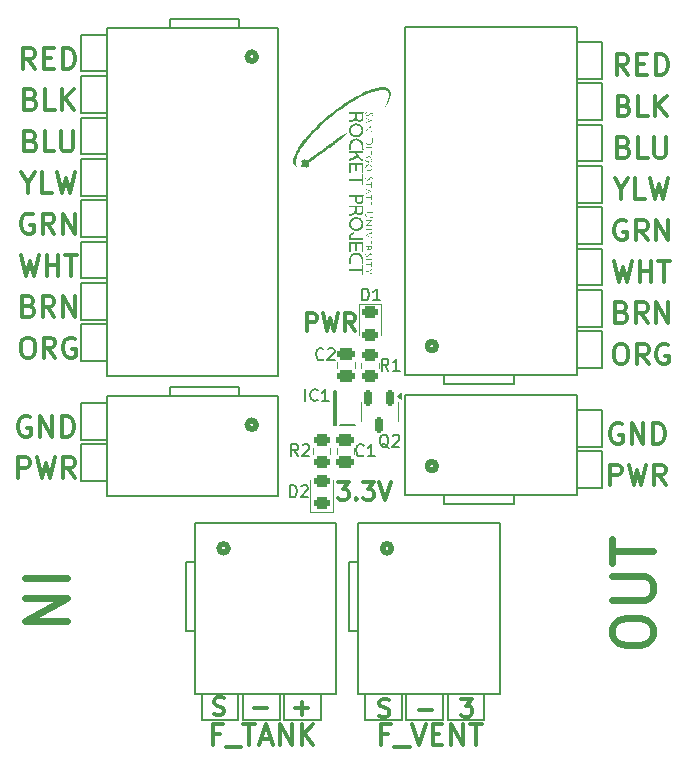
<source format=gto>
G04 #@! TF.GenerationSoftware,KiCad,Pcbnew,9.0.0*
G04 #@! TF.CreationDate,2025-02-28T23:21:34-08:00*
G04 #@! TF.ProjectId,Constellation STAR ITC V1.1,436f6e73-7465-46c6-9c61-74696f6e2053,rev?*
G04 #@! TF.SameCoordinates,Original*
G04 #@! TF.FileFunction,Legend,Top*
G04 #@! TF.FilePolarity,Positive*
%FSLAX46Y46*%
G04 Gerber Fmt 4.6, Leading zero omitted, Abs format (unit mm)*
G04 Created by KiCad (PCBNEW 9.0.0) date 2025-02-28 23:21:34*
%MOMM*%
%LPD*%
G01*
G04 APERTURE LIST*
G04 Aperture macros list*
%AMRoundRect*
0 Rectangle with rounded corners*
0 $1 Rounding radius*
0 $2 $3 $4 $5 $6 $7 $8 $9 X,Y pos of 4 corners*
0 Add a 4 corners polygon primitive as box body*
4,1,4,$2,$3,$4,$5,$6,$7,$8,$9,$2,$3,0*
0 Add four circle primitives for the rounded corners*
1,1,$1+$1,$2,$3*
1,1,$1+$1,$4,$5*
1,1,$1+$1,$6,$7*
1,1,$1+$1,$8,$9*
0 Add four rect primitives between the rounded corners*
20,1,$1+$1,$2,$3,$4,$5,0*
20,1,$1+$1,$4,$5,$6,$7,0*
20,1,$1+$1,$6,$7,$8,$9,0*
20,1,$1+$1,$8,$9,$2,$3,0*%
G04 Aperture macros list end*
%ADD10C,0.350000*%
%ADD11C,0.600000*%
%ADD12C,0.300000*%
%ADD13C,0.150000*%
%ADD14C,0.152400*%
%ADD15C,0.508000*%
%ADD16C,0.120000*%
%ADD17C,0.000000*%
%ADD18C,0.200000*%
%ADD19C,1.900000*%
%ADD20C,3.200000*%
%ADD21RoundRect,0.250000X0.450000X-0.262500X0.450000X0.262500X-0.450000X0.262500X-0.450000X-0.262500X0*%
%ADD22R,1.250000X0.600000*%
%ADD23RoundRect,0.250000X0.475000X-0.250000X0.475000X0.250000X-0.475000X0.250000X-0.475000X-0.250000X0*%
%ADD24RoundRect,0.250000X-0.450000X0.262500X-0.450000X-0.262500X0.450000X-0.262500X0.450000X0.262500X0*%
%ADD25RoundRect,0.243750X-0.456250X0.243750X-0.456250X-0.243750X0.456250X-0.243750X0.456250X0.243750X0*%
%ADD26RoundRect,0.243750X0.456250X-0.243750X0.456250X0.243750X-0.456250X0.243750X-0.456250X-0.243750X0*%
%ADD27RoundRect,0.150000X-0.150000X0.512500X-0.150000X-0.512500X0.150000X-0.512500X0.150000X0.512500X0*%
%ADD28RoundRect,0.250000X-0.475000X0.250000X-0.475000X-0.250000X0.475000X-0.250000X0.475000X0.250000X0*%
G04 APERTURE END LIST*
D10*
X78231929Y-31657629D02*
X77648596Y-30824296D01*
X77231929Y-31657629D02*
X77231929Y-29907629D01*
X77231929Y-29907629D02*
X77898596Y-29907629D01*
X77898596Y-29907629D02*
X78065263Y-29990962D01*
X78065263Y-29990962D02*
X78148596Y-30074296D01*
X78148596Y-30074296D02*
X78231929Y-30240962D01*
X78231929Y-30240962D02*
X78231929Y-30490962D01*
X78231929Y-30490962D02*
X78148596Y-30657629D01*
X78148596Y-30657629D02*
X78065263Y-30740962D01*
X78065263Y-30740962D02*
X77898596Y-30824296D01*
X77898596Y-30824296D02*
X77231929Y-30824296D01*
X78981929Y-30740962D02*
X79565263Y-30740962D01*
X79815263Y-31657629D02*
X78981929Y-31657629D01*
X78981929Y-31657629D02*
X78981929Y-29907629D01*
X78981929Y-29907629D02*
X79815263Y-29907629D01*
X80565262Y-31657629D02*
X80565262Y-29907629D01*
X80565262Y-29907629D02*
X80981929Y-29907629D01*
X80981929Y-29907629D02*
X81231929Y-29990962D01*
X81231929Y-29990962D02*
X81398596Y-30157629D01*
X81398596Y-30157629D02*
X81481929Y-30324296D01*
X81481929Y-30324296D02*
X81565262Y-30657629D01*
X81565262Y-30657629D02*
X81565262Y-30907629D01*
X81565262Y-30907629D02*
X81481929Y-31240962D01*
X81481929Y-31240962D02*
X81398596Y-31407629D01*
X81398596Y-31407629D02*
X81231929Y-31574296D01*
X81231929Y-31574296D02*
X80981929Y-31657629D01*
X80981929Y-31657629D02*
X80565262Y-31657629D01*
D11*
X27189532Y-74248069D02*
X30689532Y-74248069D01*
X27189532Y-75914736D02*
X30689532Y-75914736D01*
X30689532Y-75914736D02*
X27189532Y-77914736D01*
X27189532Y-77914736D02*
X30689532Y-77914736D01*
D12*
X64080000Y-84480828D02*
X65008572Y-84480828D01*
X65008572Y-84480828D02*
X64508572Y-85052257D01*
X64508572Y-85052257D02*
X64722857Y-85052257D01*
X64722857Y-85052257D02*
X64865715Y-85123685D01*
X64865715Y-85123685D02*
X64937143Y-85195114D01*
X64937143Y-85195114D02*
X65008572Y-85337971D01*
X65008572Y-85337971D02*
X65008572Y-85695114D01*
X65008572Y-85695114D02*
X64937143Y-85837971D01*
X64937143Y-85837971D02*
X64865715Y-85909400D01*
X64865715Y-85909400D02*
X64722857Y-85980828D01*
X64722857Y-85980828D02*
X64294286Y-85980828D01*
X64294286Y-85980828D02*
X64151429Y-85909400D01*
X64151429Y-85909400D02*
X64080000Y-85837971D01*
D10*
X77690263Y-51740962D02*
X77940263Y-51824296D01*
X77940263Y-51824296D02*
X78023596Y-51907629D01*
X78023596Y-51907629D02*
X78106929Y-52074296D01*
X78106929Y-52074296D02*
X78106929Y-52324296D01*
X78106929Y-52324296D02*
X78023596Y-52490962D01*
X78023596Y-52490962D02*
X77940263Y-52574296D01*
X77940263Y-52574296D02*
X77773596Y-52657629D01*
X77773596Y-52657629D02*
X77106929Y-52657629D01*
X77106929Y-52657629D02*
X77106929Y-50907629D01*
X77106929Y-50907629D02*
X77690263Y-50907629D01*
X77690263Y-50907629D02*
X77856929Y-50990962D01*
X77856929Y-50990962D02*
X77940263Y-51074296D01*
X77940263Y-51074296D02*
X78023596Y-51240962D01*
X78023596Y-51240962D02*
X78023596Y-51407629D01*
X78023596Y-51407629D02*
X77940263Y-51574296D01*
X77940263Y-51574296D02*
X77856929Y-51657629D01*
X77856929Y-51657629D02*
X77690263Y-51740962D01*
X77690263Y-51740962D02*
X77106929Y-51740962D01*
X79856929Y-52657629D02*
X79273596Y-51824296D01*
X78856929Y-52657629D02*
X78856929Y-50907629D01*
X78856929Y-50907629D02*
X79523596Y-50907629D01*
X79523596Y-50907629D02*
X79690263Y-50990962D01*
X79690263Y-50990962D02*
X79773596Y-51074296D01*
X79773596Y-51074296D02*
X79856929Y-51240962D01*
X79856929Y-51240962D02*
X79856929Y-51490962D01*
X79856929Y-51490962D02*
X79773596Y-51657629D01*
X79773596Y-51657629D02*
X79690263Y-51740962D01*
X79690263Y-51740962D02*
X79523596Y-51824296D01*
X79523596Y-51824296D02*
X78856929Y-51824296D01*
X80606929Y-52657629D02*
X80606929Y-50907629D01*
X80606929Y-50907629D02*
X81606929Y-52657629D01*
X81606929Y-52657629D02*
X81606929Y-50907629D01*
X77898596Y-34240962D02*
X78148596Y-34324296D01*
X78148596Y-34324296D02*
X78231929Y-34407629D01*
X78231929Y-34407629D02*
X78315262Y-34574296D01*
X78315262Y-34574296D02*
X78315262Y-34824296D01*
X78315262Y-34824296D02*
X78231929Y-34990962D01*
X78231929Y-34990962D02*
X78148596Y-35074296D01*
X78148596Y-35074296D02*
X77981929Y-35157629D01*
X77981929Y-35157629D02*
X77315262Y-35157629D01*
X77315262Y-35157629D02*
X77315262Y-33407629D01*
X77315262Y-33407629D02*
X77898596Y-33407629D01*
X77898596Y-33407629D02*
X78065262Y-33490962D01*
X78065262Y-33490962D02*
X78148596Y-33574296D01*
X78148596Y-33574296D02*
X78231929Y-33740962D01*
X78231929Y-33740962D02*
X78231929Y-33907629D01*
X78231929Y-33907629D02*
X78148596Y-34074296D01*
X78148596Y-34074296D02*
X78065262Y-34157629D01*
X78065262Y-34157629D02*
X77898596Y-34240962D01*
X77898596Y-34240962D02*
X77315262Y-34240962D01*
X79898596Y-35157629D02*
X79065262Y-35157629D01*
X79065262Y-35157629D02*
X79065262Y-33407629D01*
X80481929Y-35157629D02*
X80481929Y-33407629D01*
X81481929Y-35157629D02*
X80731929Y-34157629D01*
X81481929Y-33407629D02*
X80481929Y-34407629D01*
D12*
X50008572Y-85289400D02*
X51151430Y-85289400D01*
X50580001Y-85860828D02*
X50580001Y-84717971D01*
X51000260Y-53317444D02*
X51000260Y-51817444D01*
X51000260Y-51817444D02*
X51571689Y-51817444D01*
X51571689Y-51817444D02*
X51714546Y-51888873D01*
X51714546Y-51888873D02*
X51785975Y-51960301D01*
X51785975Y-51960301D02*
X51857403Y-52103158D01*
X51857403Y-52103158D02*
X51857403Y-52317444D01*
X51857403Y-52317444D02*
X51785975Y-52460301D01*
X51785975Y-52460301D02*
X51714546Y-52531730D01*
X51714546Y-52531730D02*
X51571689Y-52603158D01*
X51571689Y-52603158D02*
X51000260Y-52603158D01*
X52357403Y-51817444D02*
X52714546Y-53317444D01*
X52714546Y-53317444D02*
X53000260Y-52246016D01*
X53000260Y-52246016D02*
X53285975Y-53317444D01*
X53285975Y-53317444D02*
X53643118Y-51817444D01*
X55071689Y-53317444D02*
X54571689Y-52603158D01*
X54214546Y-53317444D02*
X54214546Y-51817444D01*
X54214546Y-51817444D02*
X54785975Y-51817444D01*
X54785975Y-51817444D02*
X54928832Y-51888873D01*
X54928832Y-51888873D02*
X55000261Y-51960301D01*
X55000261Y-51960301D02*
X55071689Y-52103158D01*
X55071689Y-52103158D02*
X55071689Y-52317444D01*
X55071689Y-52317444D02*
X55000261Y-52460301D01*
X55000261Y-52460301D02*
X54928832Y-52531730D01*
X54928832Y-52531730D02*
X54785975Y-52603158D01*
X54785975Y-52603158D02*
X54214546Y-52603158D01*
X43151429Y-85789400D02*
X43365715Y-85860828D01*
X43365715Y-85860828D02*
X43722857Y-85860828D01*
X43722857Y-85860828D02*
X43865715Y-85789400D01*
X43865715Y-85789400D02*
X43937143Y-85717971D01*
X43937143Y-85717971D02*
X44008572Y-85575114D01*
X44008572Y-85575114D02*
X44008572Y-85432257D01*
X44008572Y-85432257D02*
X43937143Y-85289400D01*
X43937143Y-85289400D02*
X43865715Y-85217971D01*
X43865715Y-85217971D02*
X43722857Y-85146542D01*
X43722857Y-85146542D02*
X43437143Y-85075114D01*
X43437143Y-85075114D02*
X43294286Y-85003685D01*
X43294286Y-85003685D02*
X43222857Y-84932257D01*
X43222857Y-84932257D02*
X43151429Y-84789400D01*
X43151429Y-84789400D02*
X43151429Y-84646542D01*
X43151429Y-84646542D02*
X43222857Y-84503685D01*
X43222857Y-84503685D02*
X43294286Y-84432257D01*
X43294286Y-84432257D02*
X43437143Y-84360828D01*
X43437143Y-84360828D02*
X43794286Y-84360828D01*
X43794286Y-84360828D02*
X44008572Y-84432257D01*
D10*
X27430264Y-40800297D02*
X27430264Y-41633630D01*
X26846930Y-39883630D02*
X27430264Y-40800297D01*
X27430264Y-40800297D02*
X28013597Y-39883630D01*
X29430264Y-41633630D02*
X28596930Y-41633630D01*
X28596930Y-41633630D02*
X28596930Y-39883630D01*
X29846931Y-39883630D02*
X30263597Y-41633630D01*
X30263597Y-41633630D02*
X30596931Y-40383630D01*
X30596931Y-40383630D02*
X30930264Y-41633630D01*
X30930264Y-41633630D02*
X31346931Y-39883630D01*
X28013597Y-31133630D02*
X27430264Y-30300297D01*
X27013597Y-31133630D02*
X27013597Y-29383630D01*
X27013597Y-29383630D02*
X27680264Y-29383630D01*
X27680264Y-29383630D02*
X27846931Y-29466963D01*
X27846931Y-29466963D02*
X27930264Y-29550297D01*
X27930264Y-29550297D02*
X28013597Y-29716963D01*
X28013597Y-29716963D02*
X28013597Y-29966963D01*
X28013597Y-29966963D02*
X27930264Y-30133630D01*
X27930264Y-30133630D02*
X27846931Y-30216963D01*
X27846931Y-30216963D02*
X27680264Y-30300297D01*
X27680264Y-30300297D02*
X27013597Y-30300297D01*
X28763597Y-30216963D02*
X29346931Y-30216963D01*
X29596931Y-31133630D02*
X28763597Y-31133630D01*
X28763597Y-31133630D02*
X28763597Y-29383630D01*
X28763597Y-29383630D02*
X29596931Y-29383630D01*
X30346930Y-31133630D02*
X30346930Y-29383630D01*
X30346930Y-29383630D02*
X30763597Y-29383630D01*
X30763597Y-29383630D02*
X31013597Y-29466963D01*
X31013597Y-29466963D02*
X31180264Y-29633630D01*
X31180264Y-29633630D02*
X31263597Y-29800297D01*
X31263597Y-29800297D02*
X31346930Y-30133630D01*
X31346930Y-30133630D02*
X31346930Y-30383630D01*
X31346930Y-30383630D02*
X31263597Y-30716963D01*
X31263597Y-30716963D02*
X31180264Y-30883630D01*
X31180264Y-30883630D02*
X31013597Y-31050297D01*
X31013597Y-31050297D02*
X30763597Y-31133630D01*
X30763597Y-31133630D02*
X30346930Y-31133630D01*
X43645000Y-87440967D02*
X43061666Y-87440967D01*
X43061666Y-88357634D02*
X43061666Y-86607634D01*
X43061666Y-86607634D02*
X43895000Y-86607634D01*
X44145000Y-88524301D02*
X45478333Y-88524301D01*
X45644999Y-86607634D02*
X46644999Y-86607634D01*
X46144999Y-88357634D02*
X46144999Y-86607634D01*
X47144999Y-87857634D02*
X47978332Y-87857634D01*
X46978332Y-88357634D02*
X47561666Y-86607634D01*
X47561666Y-86607634D02*
X48144999Y-88357634D01*
X48728332Y-88357634D02*
X48728332Y-86607634D01*
X48728332Y-86607634D02*
X49728332Y-88357634D01*
X49728332Y-88357634D02*
X49728332Y-86607634D01*
X50561665Y-88357634D02*
X50561665Y-86607634D01*
X51561665Y-88357634D02*
X50811665Y-87357634D01*
X51561665Y-86607634D02*
X50561665Y-87607634D01*
D12*
X46508572Y-85289400D02*
X47651430Y-85289400D01*
D10*
X77856929Y-37740962D02*
X78106929Y-37824296D01*
X78106929Y-37824296D02*
X78190262Y-37907629D01*
X78190262Y-37907629D02*
X78273595Y-38074296D01*
X78273595Y-38074296D02*
X78273595Y-38324296D01*
X78273595Y-38324296D02*
X78190262Y-38490962D01*
X78190262Y-38490962D02*
X78106929Y-38574296D01*
X78106929Y-38574296D02*
X77940262Y-38657629D01*
X77940262Y-38657629D02*
X77273595Y-38657629D01*
X77273595Y-38657629D02*
X77273595Y-36907629D01*
X77273595Y-36907629D02*
X77856929Y-36907629D01*
X77856929Y-36907629D02*
X78023595Y-36990962D01*
X78023595Y-36990962D02*
X78106929Y-37074296D01*
X78106929Y-37074296D02*
X78190262Y-37240962D01*
X78190262Y-37240962D02*
X78190262Y-37407629D01*
X78190262Y-37407629D02*
X78106929Y-37574296D01*
X78106929Y-37574296D02*
X78023595Y-37657629D01*
X78023595Y-37657629D02*
X77856929Y-37740962D01*
X77856929Y-37740962D02*
X77273595Y-37740962D01*
X79856929Y-38657629D02*
X79023595Y-38657629D01*
X79023595Y-38657629D02*
X79023595Y-36907629D01*
X80440262Y-36907629D02*
X80440262Y-38324296D01*
X80440262Y-38324296D02*
X80523596Y-38490962D01*
X80523596Y-38490962D02*
X80606929Y-38574296D01*
X80606929Y-38574296D02*
X80773596Y-38657629D01*
X80773596Y-38657629D02*
X81106929Y-38657629D01*
X81106929Y-38657629D02*
X81273596Y-38574296D01*
X81273596Y-38574296D02*
X81356929Y-38490962D01*
X81356929Y-38490962D02*
X81440262Y-38324296D01*
X81440262Y-38324296D02*
X81440262Y-36907629D01*
X77648596Y-41324296D02*
X77648596Y-42157629D01*
X77065262Y-40407629D02*
X77648596Y-41324296D01*
X77648596Y-41324296D02*
X78231929Y-40407629D01*
X79648596Y-42157629D02*
X78815262Y-42157629D01*
X78815262Y-42157629D02*
X78815262Y-40407629D01*
X80065263Y-40407629D02*
X80481929Y-42157629D01*
X80481929Y-42157629D02*
X80815263Y-40907629D01*
X80815263Y-40907629D02*
X81148596Y-42157629D01*
X81148596Y-42157629D02*
X81565263Y-40407629D01*
X27805264Y-43466963D02*
X27638597Y-43383630D01*
X27638597Y-43383630D02*
X27388597Y-43383630D01*
X27388597Y-43383630D02*
X27138597Y-43466963D01*
X27138597Y-43466963D02*
X26971931Y-43633630D01*
X26971931Y-43633630D02*
X26888597Y-43800297D01*
X26888597Y-43800297D02*
X26805264Y-44133630D01*
X26805264Y-44133630D02*
X26805264Y-44383630D01*
X26805264Y-44383630D02*
X26888597Y-44716963D01*
X26888597Y-44716963D02*
X26971931Y-44883630D01*
X26971931Y-44883630D02*
X27138597Y-45050297D01*
X27138597Y-45050297D02*
X27388597Y-45133630D01*
X27388597Y-45133630D02*
X27555264Y-45133630D01*
X27555264Y-45133630D02*
X27805264Y-45050297D01*
X27805264Y-45050297D02*
X27888597Y-44966963D01*
X27888597Y-44966963D02*
X27888597Y-44383630D01*
X27888597Y-44383630D02*
X27555264Y-44383630D01*
X29638597Y-45133630D02*
X29055264Y-44300297D01*
X28638597Y-45133630D02*
X28638597Y-43383630D01*
X28638597Y-43383630D02*
X29305264Y-43383630D01*
X29305264Y-43383630D02*
X29471931Y-43466963D01*
X29471931Y-43466963D02*
X29555264Y-43550297D01*
X29555264Y-43550297D02*
X29638597Y-43716963D01*
X29638597Y-43716963D02*
X29638597Y-43966963D01*
X29638597Y-43966963D02*
X29555264Y-44133630D01*
X29555264Y-44133630D02*
X29471931Y-44216963D01*
X29471931Y-44216963D02*
X29305264Y-44300297D01*
X29305264Y-44300297D02*
X28638597Y-44300297D01*
X30388597Y-45133630D02*
X30388597Y-43383630D01*
X30388597Y-43383630D02*
X31388597Y-45133630D01*
X31388597Y-45133630D02*
X31388597Y-43383630D01*
X26805264Y-46883630D02*
X27221930Y-48633630D01*
X27221930Y-48633630D02*
X27555264Y-47383630D01*
X27555264Y-47383630D02*
X27888597Y-48633630D01*
X27888597Y-48633630D02*
X28305264Y-46883630D01*
X28971930Y-48633630D02*
X28971930Y-46883630D01*
X28971930Y-47716963D02*
X29971930Y-47716963D01*
X29971930Y-48633630D02*
X29971930Y-46883630D01*
X30555263Y-46883630D02*
X31555263Y-46883630D01*
X31055263Y-48633630D02*
X31055263Y-46883630D01*
X76671928Y-66387634D02*
X76671928Y-64637634D01*
X76671928Y-64637634D02*
X77338595Y-64637634D01*
X77338595Y-64637634D02*
X77505262Y-64720967D01*
X77505262Y-64720967D02*
X77588595Y-64804301D01*
X77588595Y-64804301D02*
X77671928Y-64970967D01*
X77671928Y-64970967D02*
X77671928Y-65220967D01*
X77671928Y-65220967D02*
X77588595Y-65387634D01*
X77588595Y-65387634D02*
X77505262Y-65470967D01*
X77505262Y-65470967D02*
X77338595Y-65554301D01*
X77338595Y-65554301D02*
X76671928Y-65554301D01*
X78255262Y-64637634D02*
X78671928Y-66387634D01*
X78671928Y-66387634D02*
X79005262Y-65137634D01*
X79005262Y-65137634D02*
X79338595Y-66387634D01*
X79338595Y-66387634D02*
X79755262Y-64637634D01*
X81421928Y-66387634D02*
X80838595Y-65554301D01*
X80421928Y-66387634D02*
X80421928Y-64637634D01*
X80421928Y-64637634D02*
X81088595Y-64637634D01*
X81088595Y-64637634D02*
X81255262Y-64720967D01*
X81255262Y-64720967D02*
X81338595Y-64804301D01*
X81338595Y-64804301D02*
X81421928Y-64970967D01*
X81421928Y-64970967D02*
X81421928Y-65220967D01*
X81421928Y-65220967D02*
X81338595Y-65387634D01*
X81338595Y-65387634D02*
X81255262Y-65470967D01*
X81255262Y-65470967D02*
X81088595Y-65554301D01*
X81088595Y-65554301D02*
X80421928Y-65554301D01*
D12*
X57151428Y-85909400D02*
X57365714Y-85980828D01*
X57365714Y-85980828D02*
X57722856Y-85980828D01*
X57722856Y-85980828D02*
X57865714Y-85909400D01*
X57865714Y-85909400D02*
X57937142Y-85837971D01*
X57937142Y-85837971D02*
X58008571Y-85695114D01*
X58008571Y-85695114D02*
X58008571Y-85552257D01*
X58008571Y-85552257D02*
X57937142Y-85409400D01*
X57937142Y-85409400D02*
X57865714Y-85337971D01*
X57865714Y-85337971D02*
X57722856Y-85266542D01*
X57722856Y-85266542D02*
X57437142Y-85195114D01*
X57437142Y-85195114D02*
X57294285Y-85123685D01*
X57294285Y-85123685D02*
X57222856Y-85052257D01*
X57222856Y-85052257D02*
X57151428Y-84909400D01*
X57151428Y-84909400D02*
X57151428Y-84766542D01*
X57151428Y-84766542D02*
X57222856Y-84623685D01*
X57222856Y-84623685D02*
X57294285Y-84552257D01*
X57294285Y-84552257D02*
X57437142Y-84480828D01*
X57437142Y-84480828D02*
X57794285Y-84480828D01*
X57794285Y-84480828D02*
X58008571Y-84552257D01*
D10*
X77440263Y-54407634D02*
X77773596Y-54407634D01*
X77773596Y-54407634D02*
X77940263Y-54490967D01*
X77940263Y-54490967D02*
X78106929Y-54657634D01*
X78106929Y-54657634D02*
X78190263Y-54990967D01*
X78190263Y-54990967D02*
X78190263Y-55574301D01*
X78190263Y-55574301D02*
X78106929Y-55907634D01*
X78106929Y-55907634D02*
X77940263Y-56074301D01*
X77940263Y-56074301D02*
X77773596Y-56157634D01*
X77773596Y-56157634D02*
X77440263Y-56157634D01*
X77440263Y-56157634D02*
X77273596Y-56074301D01*
X77273596Y-56074301D02*
X77106929Y-55907634D01*
X77106929Y-55907634D02*
X77023596Y-55574301D01*
X77023596Y-55574301D02*
X77023596Y-54990967D01*
X77023596Y-54990967D02*
X77106929Y-54657634D01*
X77106929Y-54657634D02*
X77273596Y-54490967D01*
X77273596Y-54490967D02*
X77440263Y-54407634D01*
X79940262Y-56157634D02*
X79356929Y-55324301D01*
X78940262Y-56157634D02*
X78940262Y-54407634D01*
X78940262Y-54407634D02*
X79606929Y-54407634D01*
X79606929Y-54407634D02*
X79773596Y-54490967D01*
X79773596Y-54490967D02*
X79856929Y-54574301D01*
X79856929Y-54574301D02*
X79940262Y-54740967D01*
X79940262Y-54740967D02*
X79940262Y-54990967D01*
X79940262Y-54990967D02*
X79856929Y-55157634D01*
X79856929Y-55157634D02*
X79773596Y-55240967D01*
X79773596Y-55240967D02*
X79606929Y-55324301D01*
X79606929Y-55324301D02*
X78940262Y-55324301D01*
X81606929Y-54490967D02*
X81440262Y-54407634D01*
X81440262Y-54407634D02*
X81190262Y-54407634D01*
X81190262Y-54407634D02*
X80940262Y-54490967D01*
X80940262Y-54490967D02*
X80773596Y-54657634D01*
X80773596Y-54657634D02*
X80690262Y-54824301D01*
X80690262Y-54824301D02*
X80606929Y-55157634D01*
X80606929Y-55157634D02*
X80606929Y-55407634D01*
X80606929Y-55407634D02*
X80690262Y-55740967D01*
X80690262Y-55740967D02*
X80773596Y-55907634D01*
X80773596Y-55907634D02*
X80940262Y-56074301D01*
X80940262Y-56074301D02*
X81190262Y-56157634D01*
X81190262Y-56157634D02*
X81356929Y-56157634D01*
X81356929Y-56157634D02*
X81606929Y-56074301D01*
X81606929Y-56074301D02*
X81690262Y-55990967D01*
X81690262Y-55990967D02*
X81690262Y-55407634D01*
X81690262Y-55407634D02*
X81356929Y-55407634D01*
D12*
X53641652Y-66150828D02*
X54570224Y-66150828D01*
X54570224Y-66150828D02*
X54070224Y-66722257D01*
X54070224Y-66722257D02*
X54284509Y-66722257D01*
X54284509Y-66722257D02*
X54427367Y-66793685D01*
X54427367Y-66793685D02*
X54498795Y-66865114D01*
X54498795Y-66865114D02*
X54570224Y-67007971D01*
X54570224Y-67007971D02*
X54570224Y-67365114D01*
X54570224Y-67365114D02*
X54498795Y-67507971D01*
X54498795Y-67507971D02*
X54427367Y-67579400D01*
X54427367Y-67579400D02*
X54284509Y-67650828D01*
X54284509Y-67650828D02*
X53855938Y-67650828D01*
X53855938Y-67650828D02*
X53713081Y-67579400D01*
X53713081Y-67579400D02*
X53641652Y-67507971D01*
X55213080Y-67507971D02*
X55284509Y-67579400D01*
X55284509Y-67579400D02*
X55213080Y-67650828D01*
X55213080Y-67650828D02*
X55141652Y-67579400D01*
X55141652Y-67579400D02*
X55213080Y-67507971D01*
X55213080Y-67507971D02*
X55213080Y-67650828D01*
X55784509Y-66150828D02*
X56713081Y-66150828D01*
X56713081Y-66150828D02*
X56213081Y-66722257D01*
X56213081Y-66722257D02*
X56427366Y-66722257D01*
X56427366Y-66722257D02*
X56570224Y-66793685D01*
X56570224Y-66793685D02*
X56641652Y-66865114D01*
X56641652Y-66865114D02*
X56713081Y-67007971D01*
X56713081Y-67007971D02*
X56713081Y-67365114D01*
X56713081Y-67365114D02*
X56641652Y-67507971D01*
X56641652Y-67507971D02*
X56570224Y-67579400D01*
X56570224Y-67579400D02*
X56427366Y-67650828D01*
X56427366Y-67650828D02*
X55998795Y-67650828D01*
X55998795Y-67650828D02*
X55855938Y-67579400D01*
X55855938Y-67579400D02*
X55784509Y-67507971D01*
X57141652Y-66150828D02*
X57641652Y-67650828D01*
X57641652Y-67650828D02*
X58141652Y-66150828D01*
D10*
X26596929Y-65787634D02*
X26596929Y-64037634D01*
X26596929Y-64037634D02*
X27263596Y-64037634D01*
X27263596Y-64037634D02*
X27430263Y-64120967D01*
X27430263Y-64120967D02*
X27513596Y-64204301D01*
X27513596Y-64204301D02*
X27596929Y-64370967D01*
X27596929Y-64370967D02*
X27596929Y-64620967D01*
X27596929Y-64620967D02*
X27513596Y-64787634D01*
X27513596Y-64787634D02*
X27430263Y-64870967D01*
X27430263Y-64870967D02*
X27263596Y-64954301D01*
X27263596Y-64954301D02*
X26596929Y-64954301D01*
X28180263Y-64037634D02*
X28596929Y-65787634D01*
X28596929Y-65787634D02*
X28930263Y-64537634D01*
X28930263Y-64537634D02*
X29263596Y-65787634D01*
X29263596Y-65787634D02*
X29680263Y-64037634D01*
X31346929Y-65787634D02*
X30763596Y-64954301D01*
X30346929Y-65787634D02*
X30346929Y-64037634D01*
X30346929Y-64037634D02*
X31013596Y-64037634D01*
X31013596Y-64037634D02*
X31180263Y-64120967D01*
X31180263Y-64120967D02*
X31263596Y-64204301D01*
X31263596Y-64204301D02*
X31346929Y-64370967D01*
X31346929Y-64370967D02*
X31346929Y-64620967D01*
X31346929Y-64620967D02*
X31263596Y-64787634D01*
X31263596Y-64787634D02*
X31180263Y-64870967D01*
X31180263Y-64870967D02*
X31013596Y-64954301D01*
X31013596Y-64954301D02*
X30346929Y-64954301D01*
D12*
X60508571Y-85409400D02*
X61651429Y-85409400D01*
D10*
X57908333Y-87440967D02*
X57324999Y-87440967D01*
X57324999Y-88357634D02*
X57324999Y-86607634D01*
X57324999Y-86607634D02*
X58158333Y-86607634D01*
X58408333Y-88524301D02*
X59741666Y-88524301D01*
X59908332Y-86607634D02*
X60491666Y-88357634D01*
X60491666Y-88357634D02*
X61074999Y-86607634D01*
X61658332Y-87440967D02*
X62241666Y-87440967D01*
X62491666Y-88357634D02*
X61658332Y-88357634D01*
X61658332Y-88357634D02*
X61658332Y-86607634D01*
X61658332Y-86607634D02*
X62491666Y-86607634D01*
X63241665Y-88357634D02*
X63241665Y-86607634D01*
X63241665Y-86607634D02*
X64241665Y-88357634D01*
X64241665Y-88357634D02*
X64241665Y-86607634D01*
X64824998Y-86607634D02*
X65824998Y-86607634D01*
X65324998Y-88357634D02*
X65324998Y-86607634D01*
X27680264Y-33716963D02*
X27930264Y-33800297D01*
X27930264Y-33800297D02*
X28013597Y-33883630D01*
X28013597Y-33883630D02*
X28096930Y-34050297D01*
X28096930Y-34050297D02*
X28096930Y-34300297D01*
X28096930Y-34300297D02*
X28013597Y-34466963D01*
X28013597Y-34466963D02*
X27930264Y-34550297D01*
X27930264Y-34550297D02*
X27763597Y-34633630D01*
X27763597Y-34633630D02*
X27096930Y-34633630D01*
X27096930Y-34633630D02*
X27096930Y-32883630D01*
X27096930Y-32883630D02*
X27680264Y-32883630D01*
X27680264Y-32883630D02*
X27846930Y-32966963D01*
X27846930Y-32966963D02*
X27930264Y-33050297D01*
X27930264Y-33050297D02*
X28013597Y-33216963D01*
X28013597Y-33216963D02*
X28013597Y-33383630D01*
X28013597Y-33383630D02*
X27930264Y-33550297D01*
X27930264Y-33550297D02*
X27846930Y-33633630D01*
X27846930Y-33633630D02*
X27680264Y-33716963D01*
X27680264Y-33716963D02*
X27096930Y-33716963D01*
X29680264Y-34633630D02*
X28846930Y-34633630D01*
X28846930Y-34633630D02*
X28846930Y-32883630D01*
X30263597Y-34633630D02*
X30263597Y-32883630D01*
X31263597Y-34633630D02*
X30513597Y-33633630D01*
X31263597Y-32883630D02*
X30263597Y-33883630D01*
X27471931Y-51216963D02*
X27721931Y-51300297D01*
X27721931Y-51300297D02*
X27805264Y-51383630D01*
X27805264Y-51383630D02*
X27888597Y-51550297D01*
X27888597Y-51550297D02*
X27888597Y-51800297D01*
X27888597Y-51800297D02*
X27805264Y-51966963D01*
X27805264Y-51966963D02*
X27721931Y-52050297D01*
X27721931Y-52050297D02*
X27555264Y-52133630D01*
X27555264Y-52133630D02*
X26888597Y-52133630D01*
X26888597Y-52133630D02*
X26888597Y-50383630D01*
X26888597Y-50383630D02*
X27471931Y-50383630D01*
X27471931Y-50383630D02*
X27638597Y-50466963D01*
X27638597Y-50466963D02*
X27721931Y-50550297D01*
X27721931Y-50550297D02*
X27805264Y-50716963D01*
X27805264Y-50716963D02*
X27805264Y-50883630D01*
X27805264Y-50883630D02*
X27721931Y-51050297D01*
X27721931Y-51050297D02*
X27638597Y-51133630D01*
X27638597Y-51133630D02*
X27471931Y-51216963D01*
X27471931Y-51216963D02*
X26888597Y-51216963D01*
X29638597Y-52133630D02*
X29055264Y-51300297D01*
X28638597Y-52133630D02*
X28638597Y-50383630D01*
X28638597Y-50383630D02*
X29305264Y-50383630D01*
X29305264Y-50383630D02*
X29471931Y-50466963D01*
X29471931Y-50466963D02*
X29555264Y-50550297D01*
X29555264Y-50550297D02*
X29638597Y-50716963D01*
X29638597Y-50716963D02*
X29638597Y-50966963D01*
X29638597Y-50966963D02*
X29555264Y-51133630D01*
X29555264Y-51133630D02*
X29471931Y-51216963D01*
X29471931Y-51216963D02*
X29305264Y-51300297D01*
X29305264Y-51300297D02*
X28638597Y-51300297D01*
X30388597Y-52133630D02*
X30388597Y-50383630D01*
X30388597Y-50383630D02*
X31388597Y-52133630D01*
X31388597Y-52133630D02*
X31388597Y-50383630D01*
X27596930Y-60620966D02*
X27430263Y-60537633D01*
X27430263Y-60537633D02*
X27180263Y-60537633D01*
X27180263Y-60537633D02*
X26930263Y-60620966D01*
X26930263Y-60620966D02*
X26763597Y-60787633D01*
X26763597Y-60787633D02*
X26680263Y-60954300D01*
X26680263Y-60954300D02*
X26596930Y-61287633D01*
X26596930Y-61287633D02*
X26596930Y-61537633D01*
X26596930Y-61537633D02*
X26680263Y-61870966D01*
X26680263Y-61870966D02*
X26763597Y-62037633D01*
X26763597Y-62037633D02*
X26930263Y-62204300D01*
X26930263Y-62204300D02*
X27180263Y-62287633D01*
X27180263Y-62287633D02*
X27346930Y-62287633D01*
X27346930Y-62287633D02*
X27596930Y-62204300D01*
X27596930Y-62204300D02*
X27680263Y-62120966D01*
X27680263Y-62120966D02*
X27680263Y-61537633D01*
X27680263Y-61537633D02*
X27346930Y-61537633D01*
X28430263Y-62287633D02*
X28430263Y-60537633D01*
X28430263Y-60537633D02*
X29430263Y-62287633D01*
X29430263Y-62287633D02*
X29430263Y-60537633D01*
X30263596Y-62287633D02*
X30263596Y-60537633D01*
X30263596Y-60537633D02*
X30680263Y-60537633D01*
X30680263Y-60537633D02*
X30930263Y-60620966D01*
X30930263Y-60620966D02*
X31096930Y-60787633D01*
X31096930Y-60787633D02*
X31180263Y-60954300D01*
X31180263Y-60954300D02*
X31263596Y-61287633D01*
X31263596Y-61287633D02*
X31263596Y-61537633D01*
X31263596Y-61537633D02*
X31180263Y-61870966D01*
X31180263Y-61870966D02*
X31096930Y-62037633D01*
X31096930Y-62037633D02*
X30930263Y-62204300D01*
X30930263Y-62204300D02*
X30680263Y-62287633D01*
X30680263Y-62287633D02*
X30263596Y-62287633D01*
X27221931Y-53883635D02*
X27555264Y-53883635D01*
X27555264Y-53883635D02*
X27721931Y-53966968D01*
X27721931Y-53966968D02*
X27888597Y-54133635D01*
X27888597Y-54133635D02*
X27971931Y-54466968D01*
X27971931Y-54466968D02*
X27971931Y-55050302D01*
X27971931Y-55050302D02*
X27888597Y-55383635D01*
X27888597Y-55383635D02*
X27721931Y-55550302D01*
X27721931Y-55550302D02*
X27555264Y-55633635D01*
X27555264Y-55633635D02*
X27221931Y-55633635D01*
X27221931Y-55633635D02*
X27055264Y-55550302D01*
X27055264Y-55550302D02*
X26888597Y-55383635D01*
X26888597Y-55383635D02*
X26805264Y-55050302D01*
X26805264Y-55050302D02*
X26805264Y-54466968D01*
X26805264Y-54466968D02*
X26888597Y-54133635D01*
X26888597Y-54133635D02*
X27055264Y-53966968D01*
X27055264Y-53966968D02*
X27221931Y-53883635D01*
X29721930Y-55633635D02*
X29138597Y-54800302D01*
X28721930Y-55633635D02*
X28721930Y-53883635D01*
X28721930Y-53883635D02*
X29388597Y-53883635D01*
X29388597Y-53883635D02*
X29555264Y-53966968D01*
X29555264Y-53966968D02*
X29638597Y-54050302D01*
X29638597Y-54050302D02*
X29721930Y-54216968D01*
X29721930Y-54216968D02*
X29721930Y-54466968D01*
X29721930Y-54466968D02*
X29638597Y-54633635D01*
X29638597Y-54633635D02*
X29555264Y-54716968D01*
X29555264Y-54716968D02*
X29388597Y-54800302D01*
X29388597Y-54800302D02*
X28721930Y-54800302D01*
X31388597Y-53966968D02*
X31221930Y-53883635D01*
X31221930Y-53883635D02*
X30971930Y-53883635D01*
X30971930Y-53883635D02*
X30721930Y-53966968D01*
X30721930Y-53966968D02*
X30555264Y-54133635D01*
X30555264Y-54133635D02*
X30471930Y-54300302D01*
X30471930Y-54300302D02*
X30388597Y-54633635D01*
X30388597Y-54633635D02*
X30388597Y-54883635D01*
X30388597Y-54883635D02*
X30471930Y-55216968D01*
X30471930Y-55216968D02*
X30555264Y-55383635D01*
X30555264Y-55383635D02*
X30721930Y-55550302D01*
X30721930Y-55550302D02*
X30971930Y-55633635D01*
X30971930Y-55633635D02*
X31138597Y-55633635D01*
X31138597Y-55633635D02*
X31388597Y-55550302D01*
X31388597Y-55550302D02*
X31471930Y-55466968D01*
X31471930Y-55466968D02*
X31471930Y-54883635D01*
X31471930Y-54883635D02*
X31138597Y-54883635D01*
X77671929Y-61220966D02*
X77505262Y-61137633D01*
X77505262Y-61137633D02*
X77255262Y-61137633D01*
X77255262Y-61137633D02*
X77005262Y-61220966D01*
X77005262Y-61220966D02*
X76838596Y-61387633D01*
X76838596Y-61387633D02*
X76755262Y-61554300D01*
X76755262Y-61554300D02*
X76671929Y-61887633D01*
X76671929Y-61887633D02*
X76671929Y-62137633D01*
X76671929Y-62137633D02*
X76755262Y-62470966D01*
X76755262Y-62470966D02*
X76838596Y-62637633D01*
X76838596Y-62637633D02*
X77005262Y-62804300D01*
X77005262Y-62804300D02*
X77255262Y-62887633D01*
X77255262Y-62887633D02*
X77421929Y-62887633D01*
X77421929Y-62887633D02*
X77671929Y-62804300D01*
X77671929Y-62804300D02*
X77755262Y-62720966D01*
X77755262Y-62720966D02*
X77755262Y-62137633D01*
X77755262Y-62137633D02*
X77421929Y-62137633D01*
X78505262Y-62887633D02*
X78505262Y-61137633D01*
X78505262Y-61137633D02*
X79505262Y-62887633D01*
X79505262Y-62887633D02*
X79505262Y-61137633D01*
X80338595Y-62887633D02*
X80338595Y-61137633D01*
X80338595Y-61137633D02*
X80755262Y-61137633D01*
X80755262Y-61137633D02*
X81005262Y-61220966D01*
X81005262Y-61220966D02*
X81171929Y-61387633D01*
X81171929Y-61387633D02*
X81255262Y-61554300D01*
X81255262Y-61554300D02*
X81338595Y-61887633D01*
X81338595Y-61887633D02*
X81338595Y-62137633D01*
X81338595Y-62137633D02*
X81255262Y-62470966D01*
X81255262Y-62470966D02*
X81171929Y-62637633D01*
X81171929Y-62637633D02*
X81005262Y-62804300D01*
X81005262Y-62804300D02*
X80755262Y-62887633D01*
X80755262Y-62887633D02*
X80338595Y-62887633D01*
X78023596Y-43990962D02*
X77856929Y-43907629D01*
X77856929Y-43907629D02*
X77606929Y-43907629D01*
X77606929Y-43907629D02*
X77356929Y-43990962D01*
X77356929Y-43990962D02*
X77190263Y-44157629D01*
X77190263Y-44157629D02*
X77106929Y-44324296D01*
X77106929Y-44324296D02*
X77023596Y-44657629D01*
X77023596Y-44657629D02*
X77023596Y-44907629D01*
X77023596Y-44907629D02*
X77106929Y-45240962D01*
X77106929Y-45240962D02*
X77190263Y-45407629D01*
X77190263Y-45407629D02*
X77356929Y-45574296D01*
X77356929Y-45574296D02*
X77606929Y-45657629D01*
X77606929Y-45657629D02*
X77773596Y-45657629D01*
X77773596Y-45657629D02*
X78023596Y-45574296D01*
X78023596Y-45574296D02*
X78106929Y-45490962D01*
X78106929Y-45490962D02*
X78106929Y-44907629D01*
X78106929Y-44907629D02*
X77773596Y-44907629D01*
X79856929Y-45657629D02*
X79273596Y-44824296D01*
X78856929Y-45657629D02*
X78856929Y-43907629D01*
X78856929Y-43907629D02*
X79523596Y-43907629D01*
X79523596Y-43907629D02*
X79690263Y-43990962D01*
X79690263Y-43990962D02*
X79773596Y-44074296D01*
X79773596Y-44074296D02*
X79856929Y-44240962D01*
X79856929Y-44240962D02*
X79856929Y-44490962D01*
X79856929Y-44490962D02*
X79773596Y-44657629D01*
X79773596Y-44657629D02*
X79690263Y-44740962D01*
X79690263Y-44740962D02*
X79523596Y-44824296D01*
X79523596Y-44824296D02*
X78856929Y-44824296D01*
X80606929Y-45657629D02*
X80606929Y-43907629D01*
X80606929Y-43907629D02*
X81606929Y-45657629D01*
X81606929Y-45657629D02*
X81606929Y-43907629D01*
X27638597Y-37216963D02*
X27888597Y-37300297D01*
X27888597Y-37300297D02*
X27971930Y-37383630D01*
X27971930Y-37383630D02*
X28055263Y-37550297D01*
X28055263Y-37550297D02*
X28055263Y-37800297D01*
X28055263Y-37800297D02*
X27971930Y-37966963D01*
X27971930Y-37966963D02*
X27888597Y-38050297D01*
X27888597Y-38050297D02*
X27721930Y-38133630D01*
X27721930Y-38133630D02*
X27055263Y-38133630D01*
X27055263Y-38133630D02*
X27055263Y-36383630D01*
X27055263Y-36383630D02*
X27638597Y-36383630D01*
X27638597Y-36383630D02*
X27805263Y-36466963D01*
X27805263Y-36466963D02*
X27888597Y-36550297D01*
X27888597Y-36550297D02*
X27971930Y-36716963D01*
X27971930Y-36716963D02*
X27971930Y-36883630D01*
X27971930Y-36883630D02*
X27888597Y-37050297D01*
X27888597Y-37050297D02*
X27805263Y-37133630D01*
X27805263Y-37133630D02*
X27638597Y-37216963D01*
X27638597Y-37216963D02*
X27055263Y-37216963D01*
X29638597Y-38133630D02*
X28805263Y-38133630D01*
X28805263Y-38133630D02*
X28805263Y-36383630D01*
X30221930Y-36383630D02*
X30221930Y-37800297D01*
X30221930Y-37800297D02*
X30305264Y-37966963D01*
X30305264Y-37966963D02*
X30388597Y-38050297D01*
X30388597Y-38050297D02*
X30555264Y-38133630D01*
X30555264Y-38133630D02*
X30888597Y-38133630D01*
X30888597Y-38133630D02*
X31055264Y-38050297D01*
X31055264Y-38050297D02*
X31138597Y-37966963D01*
X31138597Y-37966963D02*
X31221930Y-37800297D01*
X31221930Y-37800297D02*
X31221930Y-36383630D01*
X77023596Y-47407629D02*
X77440262Y-49157629D01*
X77440262Y-49157629D02*
X77773596Y-47907629D01*
X77773596Y-47907629D02*
X78106929Y-49157629D01*
X78106929Y-49157629D02*
X78523596Y-47407629D01*
X79190262Y-49157629D02*
X79190262Y-47407629D01*
X79190262Y-48240962D02*
X80190262Y-48240962D01*
X80190262Y-49157629D02*
X80190262Y-47407629D01*
X80773595Y-47407629D02*
X81773595Y-47407629D01*
X81273595Y-49157629D02*
X81273595Y-47407629D01*
D11*
X76850467Y-79105264D02*
X76850467Y-78438597D01*
X76850467Y-78438597D02*
X77017134Y-78105264D01*
X77017134Y-78105264D02*
X77350467Y-77771930D01*
X77350467Y-77771930D02*
X78017134Y-77605264D01*
X78017134Y-77605264D02*
X79183801Y-77605264D01*
X79183801Y-77605264D02*
X79850467Y-77771930D01*
X79850467Y-77771930D02*
X80183801Y-78105264D01*
X80183801Y-78105264D02*
X80350467Y-78438597D01*
X80350467Y-78438597D02*
X80350467Y-79105264D01*
X80350467Y-79105264D02*
X80183801Y-79438597D01*
X80183801Y-79438597D02*
X79850467Y-79771930D01*
X79850467Y-79771930D02*
X79183801Y-79938597D01*
X79183801Y-79938597D02*
X78017134Y-79938597D01*
X78017134Y-79938597D02*
X77350467Y-79771930D01*
X77350467Y-79771930D02*
X77017134Y-79438597D01*
X77017134Y-79438597D02*
X76850467Y-79105264D01*
X76850467Y-76105263D02*
X79683801Y-76105263D01*
X79683801Y-76105263D02*
X80017134Y-75938597D01*
X80017134Y-75938597D02*
X80183801Y-75771930D01*
X80183801Y-75771930D02*
X80350467Y-75438597D01*
X80350467Y-75438597D02*
X80350467Y-74771930D01*
X80350467Y-74771930D02*
X80183801Y-74438597D01*
X80183801Y-74438597D02*
X80017134Y-74271930D01*
X80017134Y-74271930D02*
X79683801Y-74105263D01*
X79683801Y-74105263D02*
X76850467Y-74105263D01*
X76850467Y-72938596D02*
X76850467Y-70938596D01*
X80350467Y-71938596D02*
X76850467Y-71938596D01*
D13*
X57923333Y-56693847D02*
X57590000Y-56217656D01*
X57351905Y-56693847D02*
X57351905Y-55693847D01*
X57351905Y-55693847D02*
X57732857Y-55693847D01*
X57732857Y-55693847D02*
X57828095Y-55741466D01*
X57828095Y-55741466D02*
X57875714Y-55789085D01*
X57875714Y-55789085D02*
X57923333Y-55884323D01*
X57923333Y-55884323D02*
X57923333Y-56027180D01*
X57923333Y-56027180D02*
X57875714Y-56122418D01*
X57875714Y-56122418D02*
X57828095Y-56170037D01*
X57828095Y-56170037D02*
X57732857Y-56217656D01*
X57732857Y-56217656D02*
X57351905Y-56217656D01*
X58875714Y-56693847D02*
X58304286Y-56693847D01*
X58590000Y-56693847D02*
X58590000Y-55693847D01*
X58590000Y-55693847D02*
X58494762Y-55836704D01*
X58494762Y-55836704D02*
X58399524Y-55931942D01*
X58399524Y-55931942D02*
X58304286Y-55979561D01*
X50873809Y-59254819D02*
X50873809Y-58254819D01*
X51921427Y-59159580D02*
X51873808Y-59207200D01*
X51873808Y-59207200D02*
X51730951Y-59254819D01*
X51730951Y-59254819D02*
X51635713Y-59254819D01*
X51635713Y-59254819D02*
X51492856Y-59207200D01*
X51492856Y-59207200D02*
X51397618Y-59111961D01*
X51397618Y-59111961D02*
X51349999Y-59016723D01*
X51349999Y-59016723D02*
X51302380Y-58826247D01*
X51302380Y-58826247D02*
X51302380Y-58683390D01*
X51302380Y-58683390D02*
X51349999Y-58492914D01*
X51349999Y-58492914D02*
X51397618Y-58397676D01*
X51397618Y-58397676D02*
X51492856Y-58302438D01*
X51492856Y-58302438D02*
X51635713Y-58254819D01*
X51635713Y-58254819D02*
X51730951Y-58254819D01*
X51730951Y-58254819D02*
X51873808Y-58302438D01*
X51873808Y-58302438D02*
X51921427Y-58350057D01*
X52873808Y-59254819D02*
X52302380Y-59254819D01*
X52588094Y-59254819D02*
X52588094Y-58254819D01*
X52588094Y-58254819D02*
X52492856Y-58397676D01*
X52492856Y-58397676D02*
X52397618Y-58492914D01*
X52397618Y-58492914D02*
X52302380Y-58540533D01*
X52413332Y-55699580D02*
X52365713Y-55747200D01*
X52365713Y-55747200D02*
X52222856Y-55794819D01*
X52222856Y-55794819D02*
X52127618Y-55794819D01*
X52127618Y-55794819D02*
X51984761Y-55747200D01*
X51984761Y-55747200D02*
X51889523Y-55651961D01*
X51889523Y-55651961D02*
X51841904Y-55556723D01*
X51841904Y-55556723D02*
X51794285Y-55366247D01*
X51794285Y-55366247D02*
X51794285Y-55223390D01*
X51794285Y-55223390D02*
X51841904Y-55032914D01*
X51841904Y-55032914D02*
X51889523Y-54937676D01*
X51889523Y-54937676D02*
X51984761Y-54842438D01*
X51984761Y-54842438D02*
X52127618Y-54794819D01*
X52127618Y-54794819D02*
X52222856Y-54794819D01*
X52222856Y-54794819D02*
X52365713Y-54842438D01*
X52365713Y-54842438D02*
X52413332Y-54890057D01*
X52794285Y-54890057D02*
X52841904Y-54842438D01*
X52841904Y-54842438D02*
X52937142Y-54794819D01*
X52937142Y-54794819D02*
X53175237Y-54794819D01*
X53175237Y-54794819D02*
X53270475Y-54842438D01*
X53270475Y-54842438D02*
X53318094Y-54890057D01*
X53318094Y-54890057D02*
X53365713Y-54985295D01*
X53365713Y-54985295D02*
X53365713Y-55080533D01*
X53365713Y-55080533D02*
X53318094Y-55223390D01*
X53318094Y-55223390D02*
X52746666Y-55794819D01*
X52746666Y-55794819D02*
X53365713Y-55794819D01*
X50273332Y-63924820D02*
X49939999Y-63448629D01*
X49701904Y-63924820D02*
X49701904Y-62924820D01*
X49701904Y-62924820D02*
X50082856Y-62924820D01*
X50082856Y-62924820D02*
X50178094Y-62972439D01*
X50178094Y-62972439D02*
X50225713Y-63020058D01*
X50225713Y-63020058D02*
X50273332Y-63115296D01*
X50273332Y-63115296D02*
X50273332Y-63258153D01*
X50273332Y-63258153D02*
X50225713Y-63353391D01*
X50225713Y-63353391D02*
X50178094Y-63401010D01*
X50178094Y-63401010D02*
X50082856Y-63448629D01*
X50082856Y-63448629D02*
X49701904Y-63448629D01*
X50654285Y-63020058D02*
X50701904Y-62972439D01*
X50701904Y-62972439D02*
X50797142Y-62924820D01*
X50797142Y-62924820D02*
X51035237Y-62924820D01*
X51035237Y-62924820D02*
X51130475Y-62972439D01*
X51130475Y-62972439D02*
X51178094Y-63020058D01*
X51178094Y-63020058D02*
X51225713Y-63115296D01*
X51225713Y-63115296D02*
X51225713Y-63210534D01*
X51225713Y-63210534D02*
X51178094Y-63353391D01*
X51178094Y-63353391D02*
X50606666Y-63924820D01*
X50606666Y-63924820D02*
X51225713Y-63924820D01*
X55691904Y-50744819D02*
X55691904Y-49744819D01*
X55691904Y-49744819D02*
X55929999Y-49744819D01*
X55929999Y-49744819D02*
X56072856Y-49792438D01*
X56072856Y-49792438D02*
X56168094Y-49887676D01*
X56168094Y-49887676D02*
X56215713Y-49982914D01*
X56215713Y-49982914D02*
X56263332Y-50173390D01*
X56263332Y-50173390D02*
X56263332Y-50316247D01*
X56263332Y-50316247D02*
X56215713Y-50506723D01*
X56215713Y-50506723D02*
X56168094Y-50601961D01*
X56168094Y-50601961D02*
X56072856Y-50697200D01*
X56072856Y-50697200D02*
X55929999Y-50744819D01*
X55929999Y-50744819D02*
X55691904Y-50744819D01*
X57215713Y-50744819D02*
X56644285Y-50744819D01*
X56929999Y-50744819D02*
X56929999Y-49744819D01*
X56929999Y-49744819D02*
X56834761Y-49887676D01*
X56834761Y-49887676D02*
X56739523Y-49982914D01*
X56739523Y-49982914D02*
X56644285Y-50030533D01*
X49591905Y-67394007D02*
X49591905Y-66394007D01*
X49591905Y-66394007D02*
X49830000Y-66394007D01*
X49830000Y-66394007D02*
X49972857Y-66441626D01*
X49972857Y-66441626D02*
X50068095Y-66536864D01*
X50068095Y-66536864D02*
X50115714Y-66632102D01*
X50115714Y-66632102D02*
X50163333Y-66822578D01*
X50163333Y-66822578D02*
X50163333Y-66965435D01*
X50163333Y-66965435D02*
X50115714Y-67155911D01*
X50115714Y-67155911D02*
X50068095Y-67251149D01*
X50068095Y-67251149D02*
X49972857Y-67346388D01*
X49972857Y-67346388D02*
X49830000Y-67394007D01*
X49830000Y-67394007D02*
X49591905Y-67394007D01*
X50544286Y-66489245D02*
X50591905Y-66441626D01*
X50591905Y-66441626D02*
X50687143Y-66394007D01*
X50687143Y-66394007D02*
X50925238Y-66394007D01*
X50925238Y-66394007D02*
X51020476Y-66441626D01*
X51020476Y-66441626D02*
X51068095Y-66489245D01*
X51068095Y-66489245D02*
X51115714Y-66584483D01*
X51115714Y-66584483D02*
X51115714Y-66679721D01*
X51115714Y-66679721D02*
X51068095Y-66822578D01*
X51068095Y-66822578D02*
X50496667Y-67394007D01*
X50496667Y-67394007D02*
X51115714Y-67394007D01*
X57934760Y-63210057D02*
X57839522Y-63162438D01*
X57839522Y-63162438D02*
X57744284Y-63067200D01*
X57744284Y-63067200D02*
X57601427Y-62924342D01*
X57601427Y-62924342D02*
X57506189Y-62876723D01*
X57506189Y-62876723D02*
X57410951Y-62876723D01*
X57458570Y-63114819D02*
X57363332Y-63067200D01*
X57363332Y-63067200D02*
X57268094Y-62971961D01*
X57268094Y-62971961D02*
X57220475Y-62781485D01*
X57220475Y-62781485D02*
X57220475Y-62448152D01*
X57220475Y-62448152D02*
X57268094Y-62257676D01*
X57268094Y-62257676D02*
X57363332Y-62162438D01*
X57363332Y-62162438D02*
X57458570Y-62114819D01*
X57458570Y-62114819D02*
X57649046Y-62114819D01*
X57649046Y-62114819D02*
X57744284Y-62162438D01*
X57744284Y-62162438D02*
X57839522Y-62257676D01*
X57839522Y-62257676D02*
X57887141Y-62448152D01*
X57887141Y-62448152D02*
X57887141Y-62781485D01*
X57887141Y-62781485D02*
X57839522Y-62971961D01*
X57839522Y-62971961D02*
X57744284Y-63067200D01*
X57744284Y-63067200D02*
X57649046Y-63114819D01*
X57649046Y-63114819D02*
X57458570Y-63114819D01*
X58268094Y-62210057D02*
X58315713Y-62162438D01*
X58315713Y-62162438D02*
X58410951Y-62114819D01*
X58410951Y-62114819D02*
X58649046Y-62114819D01*
X58649046Y-62114819D02*
X58744284Y-62162438D01*
X58744284Y-62162438D02*
X58791903Y-62210057D01*
X58791903Y-62210057D02*
X58839522Y-62305295D01*
X58839522Y-62305295D02*
X58839522Y-62400533D01*
X58839522Y-62400533D02*
X58791903Y-62543390D01*
X58791903Y-62543390D02*
X58220475Y-63114819D01*
X58220475Y-63114819D02*
X58839522Y-63114819D01*
X55813332Y-63839580D02*
X55765713Y-63887200D01*
X55765713Y-63887200D02*
X55622856Y-63934819D01*
X55622856Y-63934819D02*
X55527618Y-63934819D01*
X55527618Y-63934819D02*
X55384761Y-63887200D01*
X55384761Y-63887200D02*
X55289523Y-63791961D01*
X55289523Y-63791961D02*
X55241904Y-63696723D01*
X55241904Y-63696723D02*
X55194285Y-63506247D01*
X55194285Y-63506247D02*
X55194285Y-63363390D01*
X55194285Y-63363390D02*
X55241904Y-63172914D01*
X55241904Y-63172914D02*
X55289523Y-63077676D01*
X55289523Y-63077676D02*
X55384761Y-62982438D01*
X55384761Y-62982438D02*
X55527618Y-62934819D01*
X55527618Y-62934819D02*
X55622856Y-62934819D01*
X55622856Y-62934819D02*
X55765713Y-62982438D01*
X55765713Y-62982438D02*
X55813332Y-63030057D01*
X56765713Y-63934819D02*
X56194285Y-63934819D01*
X56479999Y-63934819D02*
X56479999Y-62934819D01*
X56479999Y-62934819D02*
X56384761Y-63077676D01*
X56384761Y-63077676D02*
X56289523Y-63172914D01*
X56289523Y-63172914D02*
X56194285Y-63220533D01*
D14*
X31925001Y-59420000D02*
X31925001Y-62519999D01*
X31925001Y-62920001D02*
X31925001Y-66020000D01*
X34100000Y-59420000D02*
X31925001Y-59420000D01*
X34100000Y-62519999D02*
X31925001Y-62519999D01*
X34100000Y-62920001D02*
X31925001Y-62920001D01*
X34100000Y-66020000D02*
X31925001Y-66020000D01*
X34100001Y-58820000D02*
X34100001Y-67320000D01*
X34100001Y-58820000D02*
X48599999Y-58820000D01*
X39415999Y-58070000D02*
X45299998Y-58070000D01*
X39415999Y-58820001D02*
X39415999Y-58070000D01*
X45299998Y-58820001D02*
X45299998Y-58070000D01*
X48599999Y-58820000D02*
X48599999Y-67320000D01*
X48599999Y-67320000D02*
X34100001Y-67320000D01*
D15*
X46731000Y-61270000D02*
G75*
G02*
X45969000Y-61270000I-381000J0D01*
G01*
X45969000Y-61270000D02*
G75*
G02*
X46731000Y-61270000I381000J0D01*
G01*
D16*
X55625000Y-56469563D02*
X55625000Y-56015435D01*
X57095000Y-56469563D02*
X57095000Y-56015435D01*
D17*
G36*
X55808880Y-40500300D02*
G01*
X55808880Y-40939720D01*
X55727600Y-40939720D01*
X55646320Y-40939720D01*
X55646320Y-40767000D01*
X55646320Y-40594280D01*
X55118000Y-40594280D01*
X54589679Y-40594280D01*
X54589680Y-40515563D01*
X54589680Y-40436848D01*
X55116730Y-40435553D01*
X55643780Y-40434260D01*
X55645113Y-40247570D01*
X55646446Y-40060880D01*
X55727663Y-40060880D01*
X55808880Y-40060880D01*
X55808880Y-40500300D01*
G37*
G36*
X55807639Y-48159670D02*
G01*
X55806339Y-48597820D01*
X55726330Y-48599218D01*
X55646320Y-48600617D01*
X55646320Y-48427792D01*
X55646320Y-48254967D01*
X55119270Y-48253673D01*
X54592220Y-48252380D01*
X54590822Y-48172370D01*
X54589423Y-48092360D01*
X55117872Y-48092360D01*
X55646320Y-48092360D01*
X55646320Y-47906940D01*
X55646320Y-47721520D01*
X55727629Y-47721520D01*
X55808937Y-47721520D01*
X55807639Y-48159670D01*
G37*
G36*
X55199280Y-45791120D02*
G01*
X55808880Y-45791120D01*
X55808880Y-46238160D01*
X55808880Y-46685200D01*
X55727600Y-46685200D01*
X55646320Y-46685200D01*
X55646320Y-46319440D01*
X55646320Y-45953680D01*
X55460900Y-45953680D01*
X55275480Y-45953680D01*
X55275480Y-46240700D01*
X55275480Y-46527720D01*
X55194200Y-46527720D01*
X55112920Y-46527720D01*
X55112920Y-46240700D01*
X55112920Y-45953680D01*
X54930040Y-45953680D01*
X54747160Y-45953680D01*
X54747160Y-46319440D01*
X54747160Y-46685199D01*
X54668420Y-46685200D01*
X54589679Y-46685200D01*
X54589679Y-46238160D01*
X54589680Y-45791119D01*
X55199280Y-45791120D01*
G37*
G36*
X55807638Y-39526210D02*
G01*
X55806339Y-39971980D01*
X55726330Y-39973378D01*
X55646320Y-39974777D01*
X55646320Y-39606348D01*
X55646320Y-39237920D01*
X55460900Y-39237920D01*
X55275480Y-39237920D01*
X55275480Y-39527480D01*
X55275480Y-39817040D01*
X55194200Y-39817040D01*
X55112920Y-39817039D01*
X55112920Y-39527481D01*
X55112920Y-39237920D01*
X54930040Y-39237920D01*
X54747160Y-39237920D01*
X54747160Y-39606352D01*
X54747160Y-39974784D01*
X54669690Y-39973382D01*
X54592220Y-39971980D01*
X54590923Y-39526210D01*
X54589625Y-39080440D01*
X55199280Y-39080440D01*
X55808936Y-39080440D01*
X55807638Y-39526210D01*
G37*
G36*
X55036720Y-45033433D02*
G01*
X55036720Y-45110400D01*
X55024672Y-45110400D01*
X55009516Y-45112109D01*
X54987800Y-45116681D01*
X54962429Y-45123284D01*
X54936305Y-45131085D01*
X54912333Y-45139252D01*
X54893418Y-45146951D01*
X54888311Y-45149498D01*
X54861393Y-45167113D01*
X54833438Y-45190508D01*
X54807885Y-45216498D01*
X54788178Y-45241896D01*
X54787704Y-45242629D01*
X54771221Y-45273005D01*
X54760239Y-45305224D01*
X54754125Y-45341845D01*
X54752240Y-45385172D01*
X54752240Y-45440600D01*
X55280560Y-45440600D01*
X55808880Y-45440600D01*
X55808880Y-45519339D01*
X55808880Y-45598080D01*
X55201820Y-45598080D01*
X54594760Y-45598079D01*
X54595253Y-45464730D01*
X54595753Y-45414810D01*
X54596837Y-45370665D01*
X54598455Y-45333453D01*
X54600562Y-45304329D01*
X54602523Y-45287903D01*
X54610706Y-45247133D01*
X54622457Y-45210897D01*
X54639457Y-45174387D01*
X54647207Y-45160213D01*
X54679763Y-45112635D01*
X54720300Y-45070256D01*
X54767722Y-45033720D01*
X54820929Y-45003670D01*
X54878823Y-44980751D01*
X54940305Y-44965604D01*
X54989730Y-44959620D01*
X55036719Y-44956467D01*
X55036720Y-45033433D01*
G37*
G36*
X56502300Y-44636691D02*
G01*
X56504308Y-44642147D01*
X56505865Y-44656731D01*
X56506905Y-44679412D01*
X56507364Y-44709165D01*
X56507380Y-44716700D01*
X56507061Y-44747897D01*
X56506145Y-44772252D01*
X56504698Y-44788740D01*
X56502786Y-44796332D01*
X56502300Y-44796710D01*
X56498407Y-44793205D01*
X56495778Y-44782968D01*
X56495657Y-44781848D01*
X56494944Y-44774883D01*
X56493692Y-44769107D01*
X56491021Y-44764407D01*
X56486053Y-44760675D01*
X56477909Y-44757797D01*
X56465708Y-44755663D01*
X56448572Y-44754162D01*
X56425623Y-44753182D01*
X56395980Y-44752613D01*
X56358764Y-44752344D01*
X56313097Y-44752263D01*
X56261486Y-44752260D01*
X56214863Y-44752349D01*
X56170827Y-44752606D01*
X56130545Y-44753010D01*
X56095177Y-44753543D01*
X56065886Y-44754187D01*
X56043834Y-44754920D01*
X56030185Y-44755722D01*
X56026827Y-44756154D01*
X56009844Y-44764164D01*
X55999866Y-44779491D01*
X55996840Y-44800459D01*
X55995250Y-44812100D01*
X55991760Y-44818300D01*
X55989745Y-44814664D01*
X55988224Y-44801143D01*
X55987213Y-44777999D01*
X55986725Y-44745495D01*
X55986680Y-44729698D01*
X55986955Y-44694686D01*
X55987755Y-44667467D01*
X55989041Y-44648718D01*
X55990778Y-44639119D01*
X55991760Y-44637960D01*
X55995756Y-44642267D01*
X55996918Y-44649390D01*
X55997244Y-44657064D01*
X55998658Y-44663501D01*
X56001981Y-44668807D01*
X56008037Y-44673091D01*
X56017647Y-44676462D01*
X56031634Y-44679031D01*
X56050821Y-44680905D01*
X56076031Y-44682193D01*
X56108085Y-44683006D01*
X56147806Y-44683452D01*
X56196017Y-44683640D01*
X56253540Y-44683679D01*
X56255464Y-44683680D01*
X56310581Y-44683687D01*
X56356409Y-44683630D01*
X56393818Y-44683390D01*
X56423679Y-44682846D01*
X56446861Y-44681877D01*
X56464235Y-44680366D01*
X56476672Y-44678191D01*
X56485042Y-44675234D01*
X56490215Y-44671373D01*
X56493062Y-44666493D01*
X56494454Y-44660469D01*
X56495259Y-44653184D01*
X56495525Y-44650660D01*
X56498158Y-44640389D01*
X56502170Y-44636662D01*
X56502300Y-44636691D01*
G37*
G36*
X56505586Y-37749201D02*
G01*
X56506915Y-37762494D01*
X56507917Y-37782610D01*
X56508502Y-37807882D01*
X56508614Y-37825885D01*
X56508347Y-37859656D01*
X56507521Y-37883796D01*
X56506099Y-37898818D01*
X56504047Y-37905238D01*
X56503048Y-37905515D01*
X56498332Y-37899729D01*
X56494319Y-37888128D01*
X56494048Y-37886873D01*
X56489763Y-37874036D01*
X56484072Y-37865873D01*
X56483758Y-37865656D01*
X56477400Y-37864769D01*
X56461935Y-37863998D01*
X56438415Y-37863355D01*
X56407891Y-37862856D01*
X56371416Y-37862513D01*
X56330041Y-37862340D01*
X56284819Y-37862353D01*
X56247208Y-37862502D01*
X56191130Y-37862796D01*
X56144351Y-37863092D01*
X56106013Y-37863520D01*
X56075256Y-37864217D01*
X56051221Y-37865314D01*
X56033049Y-37866950D01*
X56019881Y-37869254D01*
X56010856Y-37872362D01*
X56005117Y-37876408D01*
X56001802Y-37881525D01*
X56000055Y-37887848D01*
X55999015Y-37895510D01*
X55998305Y-37901304D01*
X55995503Y-37918004D01*
X55992967Y-37924934D01*
X55990767Y-37922480D01*
X55988972Y-37911035D01*
X55987649Y-37890981D01*
X55986869Y-37862709D01*
X55986680Y-37835840D01*
X55986910Y-37806522D01*
X55987550Y-37781436D01*
X55988527Y-37762085D01*
X55989765Y-37749973D01*
X55991104Y-37746534D01*
X55995176Y-37753040D01*
X55998542Y-37764338D01*
X56000061Y-37770936D01*
X56002334Y-37776418D01*
X56006250Y-37780896D01*
X56012699Y-37784482D01*
X56022570Y-37787289D01*
X56036754Y-37789429D01*
X56056140Y-37791015D01*
X56081618Y-37792159D01*
X56114077Y-37792973D01*
X56154407Y-37793571D01*
X56203498Y-37794063D01*
X56235880Y-37794343D01*
X56293031Y-37794768D01*
X56340870Y-37794944D01*
X56380244Y-37794793D01*
X56412000Y-37794238D01*
X56436985Y-37793201D01*
X56456045Y-37791606D01*
X56470028Y-37789374D01*
X56479780Y-37786430D01*
X56486149Y-37782693D01*
X56489980Y-37778086D01*
X56492121Y-37772536D01*
X56492514Y-37770887D01*
X56496269Y-37755212D01*
X56499340Y-37747204D01*
X56502747Y-37744519D01*
X56504028Y-37744400D01*
X56505586Y-37749201D01*
G37*
G36*
X56504315Y-47202757D02*
G01*
X56505978Y-47217133D01*
X56507221Y-47239655D01*
X56507972Y-47269321D01*
X56508094Y-47279791D01*
X56508140Y-47313081D01*
X56507582Y-47336899D01*
X56506377Y-47351927D01*
X56504484Y-47358838D01*
X56503144Y-47359427D01*
X56498324Y-47353608D01*
X56494321Y-47342049D01*
X56494130Y-47341152D01*
X56491160Y-47329088D01*
X56486707Y-47322050D01*
X56478117Y-47318096D01*
X56462732Y-47315285D01*
X56457777Y-47314570D01*
X56445053Y-47313533D01*
X56423703Y-47312675D01*
X56395254Y-47311992D01*
X56361236Y-47311489D01*
X56323181Y-47311165D01*
X56282619Y-47311024D01*
X56241079Y-47311061D01*
X56200091Y-47311282D01*
X56161186Y-47311685D01*
X56125893Y-47312272D01*
X56095744Y-47313044D01*
X56072267Y-47314001D01*
X56066238Y-47314359D01*
X56042705Y-47316160D01*
X56027065Y-47318222D01*
X56017058Y-47321124D01*
X56010422Y-47325445D01*
X56006548Y-47329652D01*
X55999578Y-47343436D01*
X55996840Y-47358562D01*
X55995452Y-47371016D01*
X55992075Y-47378393D01*
X55991760Y-47378620D01*
X55989745Y-47374984D01*
X55988224Y-47361463D01*
X55987213Y-47338319D01*
X55986724Y-47305815D01*
X55986680Y-47290019D01*
X55986955Y-47255007D01*
X55987755Y-47227787D01*
X55989041Y-47209038D01*
X55990778Y-47199439D01*
X55991760Y-47198280D01*
X55995690Y-47202595D01*
X55996840Y-47210009D01*
X55998026Y-47222033D01*
X56002577Y-47230660D01*
X56011981Y-47236608D01*
X56027727Y-47240595D01*
X56051306Y-47243339D01*
X56068596Y-47244608D01*
X56091271Y-47245723D01*
X56120874Y-47246634D01*
X56155857Y-47247343D01*
X56194674Y-47247849D01*
X56235776Y-47248149D01*
X56277614Y-47248248D01*
X56318642Y-47248144D01*
X56357311Y-47247838D01*
X56392073Y-47247330D01*
X56421381Y-47246620D01*
X56443685Y-47245710D01*
X56457440Y-47244596D01*
X56457777Y-47244549D01*
X56475364Y-47241655D01*
X56485453Y-47237914D01*
X56490634Y-47231253D01*
X56493498Y-47219599D01*
X56494201Y-47215376D01*
X56497364Y-47203545D01*
X56501386Y-47197682D01*
X56502300Y-47197534D01*
X56504315Y-47202757D01*
G37*
G36*
X56272886Y-39225402D02*
G01*
X56283552Y-39227515D01*
X56321897Y-39235110D01*
X56368452Y-39254134D01*
X56411653Y-39282322D01*
X56440520Y-39308559D01*
X56470915Y-39344864D01*
X56493040Y-39382958D01*
X56507561Y-39424606D01*
X56515148Y-39471571D01*
X56516692Y-39509700D01*
X56512575Y-39566782D01*
X56500128Y-39618238D01*
X56479207Y-39664452D01*
X56449669Y-39705815D01*
X56440581Y-39715802D01*
X56404045Y-39747011D01*
X56362496Y-39769992D01*
X56317093Y-39784585D01*
X56268996Y-39790630D01*
X56219366Y-39787970D01*
X56169363Y-39776442D01*
X56126352Y-39759022D01*
X56083373Y-39732357D01*
X56046829Y-39697866D01*
X56016824Y-39655667D01*
X55993458Y-39605879D01*
X55992867Y-39604287D01*
X55985982Y-39578720D01*
X55981050Y-39546611D01*
X55978659Y-39516117D01*
X56005296Y-39516117D01*
X56009348Y-39561559D01*
X56015331Y-39585900D01*
X56030627Y-39620324D01*
X56054322Y-39651139D01*
X56084920Y-39677036D01*
X56120926Y-39696706D01*
X56154296Y-39707468D01*
X56183086Y-39712089D01*
X56217382Y-39714664D01*
X56253273Y-39715135D01*
X56286850Y-39713443D01*
X56312820Y-39709826D01*
X56357839Y-39695899D01*
X56397870Y-39674445D01*
X56431947Y-39646429D01*
X56459106Y-39612818D01*
X56478384Y-39574579D01*
X56488666Y-39533761D01*
X56490781Y-39486134D01*
X56484008Y-39442129D01*
X56468854Y-39402541D01*
X56445822Y-39368167D01*
X56415414Y-39339800D01*
X56378136Y-39318239D01*
X56345023Y-39306764D01*
X56317319Y-39301898D01*
X56283552Y-39299493D01*
X56247515Y-39299549D01*
X56213006Y-39302068D01*
X56185273Y-39306702D01*
X56141009Y-39321564D01*
X56100896Y-39343769D01*
X56066465Y-39372146D01*
X56039248Y-39405527D01*
X56027039Y-39427428D01*
X56011168Y-39471753D01*
X56005296Y-39516117D01*
X55978659Y-39516117D01*
X55978291Y-39511427D01*
X55977924Y-39476634D01*
X55980168Y-39445701D01*
X55982111Y-39433847D01*
X55995846Y-39389596D01*
X56017812Y-39347647D01*
X56046578Y-39309875D01*
X56080701Y-39278153D01*
X56118750Y-39254357D01*
X56120082Y-39253716D01*
X56171081Y-39234552D01*
X56222315Y-39225165D01*
X56272886Y-39225402D01*
G37*
G36*
X56443212Y-40729963D02*
G01*
X56462966Y-40733084D01*
X56472355Y-40735134D01*
X56512460Y-40744470D01*
X56509921Y-40779865D01*
X56509210Y-40795136D01*
X56508618Y-40818441D01*
X56508147Y-40848221D01*
X56507795Y-40882922D01*
X56507564Y-40920986D01*
X56507454Y-40960857D01*
X56507464Y-41000982D01*
X56507596Y-41039802D01*
X56507850Y-41075761D01*
X56508226Y-41107303D01*
X56508724Y-41132873D01*
X56509344Y-41150913D01*
X56509844Y-41158160D01*
X56512308Y-41181020D01*
X56486984Y-41182646D01*
X56466545Y-41183012D01*
X56447019Y-41181758D01*
X56430914Y-41179238D01*
X56420736Y-41175798D01*
X56418480Y-41173088D01*
X56422793Y-41169381D01*
X56430050Y-41168320D01*
X56447563Y-41163590D01*
X56461450Y-41150497D01*
X56469055Y-41133880D01*
X56471123Y-41121354D01*
X56472813Y-41101468D01*
X56473942Y-41077017D01*
X56474332Y-41052337D01*
X56474360Y-40989695D01*
X56249570Y-40991616D01*
X56202516Y-40992101D01*
X56158438Y-40992716D01*
X56118407Y-40993434D01*
X56083497Y-40994227D01*
X56054780Y-40995072D01*
X56033329Y-40995938D01*
X56020217Y-40996801D01*
X56016579Y-40997387D01*
X56006772Y-41006792D01*
X55999635Y-41022589D01*
X55996841Y-41041059D01*
X55996840Y-41041259D01*
X55995250Y-41052902D01*
X55991760Y-41059100D01*
X55989769Y-41055443D01*
X55988259Y-41041890D01*
X55987244Y-41018692D01*
X55986738Y-40986101D01*
X55986680Y-40967660D01*
X55986943Y-40930752D01*
X55987721Y-40903119D01*
X55989001Y-40885013D01*
X55990768Y-40876685D01*
X55991760Y-40876220D01*
X55995885Y-40883303D01*
X55996917Y-40890489D01*
X55997259Y-40898122D01*
X55998716Y-40904518D01*
X56002114Y-40909787D01*
X56008277Y-40914036D01*
X56018033Y-40917377D01*
X56032204Y-40919918D01*
X56051618Y-40921768D01*
X56077098Y-40923037D01*
X56109470Y-40923833D01*
X56149559Y-40924266D01*
X56198190Y-40924445D01*
X56253711Y-40924480D01*
X56474360Y-40924480D01*
X56474360Y-40855736D01*
X56473897Y-40821127D01*
X56472199Y-40795097D01*
X56468807Y-40776093D01*
X56463263Y-40762564D01*
X56455106Y-40752958D01*
X56443877Y-40745723D01*
X56441438Y-40744526D01*
X56428807Y-40737280D01*
X56425389Y-40732287D01*
X56430438Y-40729773D01*
X56443212Y-40729963D01*
G37*
G36*
X56444573Y-47503307D02*
G01*
X56461407Y-47506032D01*
X56479547Y-47509752D01*
X56496150Y-47513942D01*
X56508377Y-47518079D01*
X56508455Y-47518113D01*
X56515664Y-47522353D01*
X56516994Y-47528486D01*
X56513535Y-47539712D01*
X56512211Y-47548295D01*
X56511004Y-47565610D01*
X56509928Y-47590231D01*
X56508994Y-47620728D01*
X56508219Y-47655676D01*
X56507615Y-47693646D01*
X56507197Y-47733211D01*
X56506975Y-47772944D01*
X56506968Y-47811418D01*
X56507185Y-47847205D01*
X56507642Y-47878877D01*
X56508352Y-47905008D01*
X56509329Y-47924170D01*
X56509821Y-47929800D01*
X56512261Y-47952660D01*
X56467911Y-47952660D01*
X56446407Y-47951951D01*
X56430954Y-47950073D01*
X56422491Y-47947394D01*
X56421957Y-47944283D01*
X56430293Y-47941110D01*
X56435724Y-47940008D01*
X56448998Y-47934138D01*
X56460796Y-47923519D01*
X56461124Y-47923087D01*
X56465488Y-47916198D01*
X56468587Y-47907894D01*
X56470702Y-47896256D01*
X56472114Y-47879368D01*
X56473104Y-47855310D01*
X56473578Y-47837997D01*
X56475335Y-47767240D01*
X56249350Y-47767240D01*
X56193075Y-47767230D01*
X56146101Y-47767293D01*
X56107570Y-47767563D01*
X56076622Y-47768176D01*
X56052400Y-47769266D01*
X56034044Y-47770970D01*
X56020697Y-47773422D01*
X56011499Y-47776758D01*
X56005591Y-47781112D01*
X56002117Y-47786621D01*
X56000215Y-47793420D01*
X55999029Y-47801643D01*
X55998375Y-47806785D01*
X55995549Y-47823683D01*
X55992996Y-47830800D01*
X55990783Y-47828512D01*
X55988979Y-47817197D01*
X55987651Y-47797231D01*
X55986869Y-47768991D01*
X55986680Y-47742139D01*
X55986955Y-47707126D01*
X55987755Y-47679907D01*
X55989041Y-47661157D01*
X55990778Y-47651559D01*
X55991760Y-47650400D01*
X55995690Y-47654715D01*
X55996840Y-47662129D01*
X55997434Y-47670423D01*
X55999733Y-47677444D01*
X56004512Y-47683296D01*
X56012549Y-47688088D01*
X56024620Y-47691924D01*
X56041500Y-47694912D01*
X56063967Y-47697158D01*
X56092796Y-47698768D01*
X56128763Y-47699850D01*
X56172645Y-47700508D01*
X56225219Y-47700852D01*
X56280049Y-47700976D01*
X56474360Y-47701200D01*
X56474286Y-47628810D01*
X56473964Y-47596011D01*
X56472740Y-47571612D01*
X56470111Y-47553861D01*
X56465571Y-47541005D01*
X56458616Y-47531293D01*
X56448744Y-47522973D01*
X56442644Y-47518843D01*
X56431814Y-47510754D01*
X56426312Y-47504505D01*
X56426188Y-47502938D01*
X56431886Y-47502101D01*
X56444573Y-47503307D01*
G37*
G36*
X56035588Y-46736588D02*
G01*
X56054315Y-46737911D01*
X56073136Y-46739832D01*
X56089369Y-46742084D01*
X56100338Y-46744402D01*
X56103519Y-46746169D01*
X56099041Y-46749542D01*
X56087848Y-46752888D01*
X56083319Y-46753760D01*
X56055006Y-46763160D01*
X56032716Y-46780503D01*
X56016772Y-46805323D01*
X56007492Y-46837156D01*
X56005079Y-46867569D01*
X56008471Y-46903355D01*
X56018669Y-46932327D01*
X56035364Y-46954053D01*
X56058246Y-46968102D01*
X56080807Y-46973521D01*
X56101247Y-46974633D01*
X56119398Y-46972447D01*
X56136483Y-46966113D01*
X56153727Y-46954781D01*
X56172353Y-46937601D01*
X56193583Y-46913723D01*
X56218640Y-46882298D01*
X56226065Y-46872613D01*
X56244727Y-46848915D01*
X56263765Y-46826096D01*
X56281238Y-46806398D01*
X56295201Y-46792065D01*
X56298126Y-46789398D01*
X56329406Y-46767601D01*
X56362282Y-46754846D01*
X56395485Y-46751204D01*
X56427750Y-46756744D01*
X56457807Y-46771535D01*
X56468872Y-46780009D01*
X56491027Y-46804462D01*
X56506446Y-46834478D01*
X56515303Y-46870722D01*
X56517767Y-46913858D01*
X56514762Y-46958249D01*
X56508272Y-47015400D01*
X56467186Y-47015322D01*
X56442186Y-47014511D01*
X56424944Y-47012384D01*
X56415971Y-47009235D01*
X56415779Y-47005356D01*
X56424881Y-47001041D01*
X56436893Y-46997953D01*
X56457102Y-46988657D01*
X56472882Y-46970944D01*
X56483715Y-46945771D01*
X56489092Y-46914094D01*
X56489600Y-46899522D01*
X56486082Y-46866639D01*
X56476004Y-46839518D01*
X56460084Y-46819091D01*
X56439040Y-46806290D01*
X56414587Y-46802040D01*
X56396880Y-46803942D01*
X56379839Y-46810219D01*
X56362470Y-46821729D01*
X56343781Y-46839328D01*
X56322778Y-46863874D01*
X56298466Y-46896224D01*
X56287498Y-46911677D01*
X56258154Y-46950906D01*
X56230924Y-46981308D01*
X56204663Y-47003679D01*
X56178226Y-47018815D01*
X56150471Y-47027511D01*
X56120252Y-47030564D01*
X56116586Y-47030591D01*
X56080063Y-47025755D01*
X56047341Y-47011839D01*
X56019463Y-46989537D01*
X55997473Y-46959547D01*
X55991117Y-46946820D01*
X55985585Y-46932239D01*
X55981933Y-46916307D01*
X55979721Y-46896196D01*
X55978506Y-46869078D01*
X55978414Y-46865540D01*
X55978259Y-46840153D01*
X55978938Y-46816185D01*
X55980317Y-46796887D01*
X55981600Y-46788030D01*
X55988878Y-46762224D01*
X55997854Y-46744978D01*
X56008125Y-46737040D01*
X56009137Y-46736801D01*
X56019635Y-46736129D01*
X56035588Y-46736588D01*
G37*
G36*
X55228603Y-41783029D02*
G01*
X55302269Y-41783116D01*
X55373056Y-41783257D01*
X55440244Y-41783445D01*
X55503114Y-41783681D01*
X55560946Y-41783958D01*
X55613023Y-41784272D01*
X55646320Y-41784526D01*
X55658622Y-41784620D01*
X55697026Y-41784997D01*
X55727514Y-41785401D01*
X55749367Y-41785826D01*
X55761865Y-41786269D01*
X55762698Y-41786323D01*
X55809516Y-41789646D01*
X55807559Y-42059373D01*
X55807111Y-42120957D01*
X55806667Y-42173338D01*
X55806128Y-42217470D01*
X55805398Y-42254310D01*
X55804374Y-42284814D01*
X55802962Y-42309936D01*
X55801062Y-42330633D01*
X55798576Y-42347859D01*
X55795405Y-42362573D01*
X55791451Y-42375727D01*
X55786616Y-42388279D01*
X55780801Y-42401184D01*
X55773909Y-42415397D01*
X55770133Y-42423080D01*
X55752541Y-42452169D01*
X55728207Y-42483111D01*
X55699563Y-42513394D01*
X55669043Y-42540507D01*
X55639079Y-42561938D01*
X55631079Y-42566600D01*
X55577669Y-42590468D01*
X55522242Y-42605002D01*
X55465959Y-42610334D01*
X55409982Y-42606592D01*
X55355473Y-42593906D01*
X55303592Y-42572406D01*
X55255502Y-42542220D01*
X55231115Y-42521987D01*
X55189132Y-42477476D01*
X55156573Y-42429176D01*
X55133430Y-42377069D01*
X55119693Y-42321139D01*
X55118216Y-42310640D01*
X55116888Y-42294875D01*
X55115682Y-42270615D01*
X55114641Y-42239526D01*
X55113810Y-42203273D01*
X55113228Y-42163521D01*
X55112943Y-42121935D01*
X55112920Y-42106984D01*
X55112920Y-41945560D01*
X55274894Y-41945560D01*
X55276457Y-42127293D01*
X55278020Y-42309027D01*
X55294686Y-42342862D01*
X55317398Y-42378218D01*
X55347560Y-42408886D01*
X55382713Y-42432406D01*
X55386069Y-42434105D01*
X55399279Y-42439823D01*
X55412647Y-42443373D01*
X55429182Y-42445228D01*
X55451894Y-42445862D01*
X55460899Y-42445885D01*
X55485267Y-42445580D01*
X55502575Y-42444346D01*
X55515919Y-42441612D01*
X55528391Y-42436805D01*
X55539186Y-42431416D01*
X55566157Y-42413721D01*
X55592008Y-42390489D01*
X55613666Y-42364794D01*
X55625784Y-42344788D01*
X55631098Y-42332405D01*
X55635430Y-42318621D01*
X55638875Y-42302308D01*
X55641528Y-42282339D01*
X55643483Y-42257588D01*
X55644835Y-42226929D01*
X55645679Y-42189233D01*
X55646109Y-42143378D01*
X55646218Y-42101770D01*
X55646320Y-41945560D01*
X55460607Y-41945560D01*
X55274894Y-41945560D01*
X55112920Y-41945560D01*
X54851300Y-41945560D01*
X54589680Y-41945560D01*
X54589680Y-41864280D01*
X54589679Y-41783000D01*
X55152780Y-41783000D01*
X55228603Y-41783029D01*
G37*
G36*
X56444746Y-41800692D02*
G01*
X56462274Y-41803308D01*
X56480928Y-41807059D01*
X56497811Y-41811466D01*
X56505799Y-41814192D01*
X56515134Y-41819044D01*
X56516491Y-41825561D01*
X56513845Y-41833017D01*
X56512264Y-41841781D01*
X56510801Y-41859251D01*
X56509479Y-41883979D01*
X56508313Y-41914509D01*
X56507328Y-41949390D01*
X56506542Y-41987171D01*
X56505976Y-42026397D01*
X56505649Y-42065619D01*
X56505581Y-42103383D01*
X56505793Y-42138238D01*
X56506305Y-42168732D01*
X56507137Y-42193412D01*
X56508308Y-42210826D01*
X56508589Y-42213347D01*
X56510619Y-42235174D01*
X56510110Y-42247807D01*
X56507710Y-42251788D01*
X56499405Y-42252680D01*
X56484987Y-42252624D01*
X56467240Y-42251819D01*
X56448944Y-42250466D01*
X56432884Y-42248763D01*
X56421842Y-42246912D01*
X56418480Y-42245377D01*
X56422853Y-42241723D01*
X56433108Y-42238544D01*
X56447379Y-42233616D01*
X56458138Y-42224516D01*
X56465800Y-42210073D01*
X56470777Y-42189116D01*
X56473482Y-42160474D01*
X56474331Y-42122975D01*
X56474332Y-42121846D01*
X56474360Y-42061913D01*
X56245937Y-42063426D01*
X56189923Y-42063776D01*
X56143210Y-42064116D01*
X56104940Y-42064588D01*
X56074253Y-42065338D01*
X56050293Y-42066510D01*
X56032200Y-42068247D01*
X56019116Y-42070695D01*
X56010184Y-42073996D01*
X56004544Y-42078296D01*
X56001339Y-42083740D01*
X55999711Y-42090468D01*
X55998800Y-42098629D01*
X55998156Y-42105056D01*
X55995740Y-42118862D01*
X55992617Y-42127257D01*
X55991100Y-42128440D01*
X55989690Y-42123627D01*
X55988467Y-42110254D01*
X55987506Y-42089923D01*
X55986885Y-42064234D01*
X55986681Y-42036700D01*
X55986951Y-42000474D01*
X55987752Y-41973501D01*
X55989069Y-41956044D01*
X55990884Y-41948366D01*
X55991760Y-41948100D01*
X55995789Y-41955149D01*
X55996840Y-41962852D01*
X56000478Y-41974856D01*
X56007528Y-41984142D01*
X56010515Y-41986444D01*
X56014545Y-41988361D01*
X56020532Y-41989935D01*
X56029394Y-41991210D01*
X56042045Y-41992226D01*
X56059399Y-41993032D01*
X56082377Y-41993665D01*
X56111889Y-41994171D01*
X56148853Y-41994591D01*
X56194185Y-41994970D01*
X56246288Y-41995333D01*
X56474359Y-41996846D01*
X56473854Y-41926753D01*
X56473418Y-41900006D01*
X56472579Y-41876001D01*
X56471450Y-41857035D01*
X56470141Y-41845405D01*
X56469829Y-41844017D01*
X56463117Y-41833026D01*
X56450526Y-41820937D01*
X56435484Y-41810731D01*
X56427127Y-41806897D01*
X56423711Y-41802613D01*
X56424675Y-41800784D01*
X56431246Y-41799691D01*
X56444746Y-41800692D01*
G37*
G36*
X55252336Y-37032075D02*
G01*
X55326947Y-37042822D01*
X55398999Y-37061759D01*
X55467150Y-37088680D01*
X55530059Y-37123379D01*
X55540263Y-37130124D01*
X55563508Y-37147655D01*
X55590697Y-37170939D01*
X55619504Y-37197732D01*
X55647604Y-37225791D01*
X55672671Y-37252875D01*
X55692380Y-37276739D01*
X55692607Y-37277040D01*
X55717468Y-37313995D01*
X55741464Y-37356865D01*
X55762423Y-37401486D01*
X55775942Y-37436821D01*
X55782659Y-37457244D01*
X55788255Y-37475725D01*
X55792847Y-37493453D01*
X55796550Y-37511616D01*
X55799479Y-37531409D01*
X55801749Y-37554021D01*
X55803477Y-37580644D01*
X55804778Y-37612468D01*
X55805768Y-37650684D01*
X55806562Y-37696483D01*
X55807275Y-37751056D01*
X55807392Y-37760910D01*
X55809893Y-37973000D01*
X55728730Y-37973000D01*
X55647568Y-37973000D01*
X55645018Y-37771070D01*
X55644335Y-37719708D01*
X55643666Y-37677371D01*
X55642948Y-37642922D01*
X55642117Y-37615224D01*
X55641113Y-37593143D01*
X55639870Y-37575543D01*
X55638328Y-37561286D01*
X55636422Y-37549239D01*
X55634091Y-37538264D01*
X55631613Y-37528500D01*
X55609148Y-37463449D01*
X55578080Y-37403536D01*
X55538878Y-37349350D01*
X55492010Y-37301482D01*
X55437947Y-37260521D01*
X55401712Y-37239221D01*
X55363592Y-37220918D01*
X55326886Y-37207791D01*
X55288427Y-37199035D01*
X55245046Y-37193843D01*
X55216873Y-37192168D01*
X55148584Y-37193220D01*
X55085619Y-37202697D01*
X55027190Y-37220904D01*
X54972519Y-37248141D01*
X54920822Y-37284711D01*
X54879240Y-37322748D01*
X54834727Y-37374518D01*
X54799138Y-37430457D01*
X54772775Y-37489978D01*
X54755933Y-37552490D01*
X54752565Y-37573317D01*
X54751284Y-37587869D01*
X54750112Y-37611076D01*
X54749085Y-37641434D01*
X54748241Y-37677439D01*
X54747616Y-37717587D01*
X54747247Y-37760374D01*
X54747160Y-37793028D01*
X54747160Y-37973000D01*
X54668420Y-37973000D01*
X54589680Y-37973000D01*
X54590356Y-37783770D01*
X54590627Y-37738961D01*
X54591096Y-37695715D01*
X54591734Y-37655482D01*
X54592508Y-37619714D01*
X54593388Y-37589863D01*
X54594342Y-37567382D01*
X54595261Y-37554432D01*
X54606762Y-37486590D01*
X54626445Y-37419264D01*
X54653314Y-37355412D01*
X54676443Y-37313427D01*
X54695142Y-37286467D01*
X54719856Y-37255794D01*
X54748434Y-37223733D01*
X54778716Y-37192608D01*
X54808548Y-37164745D01*
X54833085Y-37144489D01*
X54864044Y-37123613D01*
X54901669Y-37102374D01*
X54942659Y-37082369D01*
X54983710Y-37065191D01*
X55021519Y-37052436D01*
X55026560Y-37051042D01*
X55100801Y-37035978D01*
X55176507Y-37029725D01*
X55252336Y-37032075D01*
G37*
G36*
X56504256Y-44937449D02*
G01*
X56505774Y-44951907D01*
X56506812Y-44975048D01*
X56507329Y-45006141D01*
X56507381Y-45021510D01*
X56507096Y-45055309D01*
X56506275Y-45081974D01*
X56504968Y-45100631D01*
X56503223Y-45110405D01*
X56502300Y-45111674D01*
X56498465Y-45108138D01*
X56495794Y-45097815D01*
X56495607Y-45096138D01*
X56492444Y-45083808D01*
X56486954Y-45076662D01*
X56486523Y-45076470D01*
X56480332Y-45077644D01*
X56465708Y-45082176D01*
X56443671Y-45089699D01*
X56415239Y-45099845D01*
X56381434Y-45112248D01*
X56343274Y-45126541D01*
X56301779Y-45142357D01*
X56278282Y-45151425D01*
X56077512Y-45229247D01*
X56095386Y-45238416D01*
X56112710Y-45246679D01*
X56136791Y-45257270D01*
X56166325Y-45269689D01*
X56200005Y-45283436D01*
X56236530Y-45298012D01*
X56274594Y-45312916D01*
X56312893Y-45327648D01*
X56350124Y-45341709D01*
X56384981Y-45354598D01*
X56416160Y-45365815D01*
X56442358Y-45374861D01*
X56462270Y-45381235D01*
X56474591Y-45384438D01*
X56477035Y-45384720D01*
X56485307Y-45383931D01*
X56490363Y-45379918D01*
X56494033Y-45370212D01*
X56496944Y-45357842D01*
X56500300Y-45346683D01*
X56503212Y-45345179D01*
X56505592Y-45352834D01*
X56507349Y-45369147D01*
X56508395Y-45393622D01*
X56508651Y-45422974D01*
X56508245Y-45454908D01*
X56507245Y-45477215D01*
X56505608Y-45490415D01*
X56503291Y-45495021D01*
X56502814Y-45494983D01*
X56497962Y-45489077D01*
X56495739Y-45480842D01*
X56489484Y-45459604D01*
X56475598Y-45443561D01*
X56464959Y-45436591D01*
X56456247Y-45432309D01*
X56439322Y-45424537D01*
X56415315Y-45413772D01*
X56385356Y-45400514D01*
X56350574Y-45385264D01*
X56312101Y-45368521D01*
X56271066Y-45350781D01*
X56261225Y-45346545D01*
X56201121Y-45320643D01*
X56149752Y-45298387D01*
X56106488Y-45279484D01*
X56070698Y-45263639D01*
X56041753Y-45250560D01*
X56019022Y-45239953D01*
X56001876Y-45231523D01*
X55989683Y-45224978D01*
X55981815Y-45220025D01*
X55977640Y-45216369D01*
X55976520Y-45213912D01*
X55980684Y-45207606D01*
X55991104Y-45200019D01*
X55995570Y-45197595D01*
X56004053Y-45193754D01*
X56020913Y-45186470D01*
X56045135Y-45176171D01*
X56075700Y-45163287D01*
X56111593Y-45148242D01*
X56151797Y-45131464D01*
X56195295Y-45113383D01*
X56238639Y-45095428D01*
X56284120Y-45076512D01*
X56327076Y-45058436D01*
X56366521Y-45041631D01*
X56401466Y-45026528D01*
X56430923Y-45013557D01*
X56453902Y-45003149D01*
X56469416Y-44995735D01*
X56476380Y-44991825D01*
X56486908Y-44979554D01*
X56492775Y-44961843D01*
X56493662Y-44956535D01*
X56496671Y-44942474D01*
X56500367Y-44933789D01*
X56502300Y-44932410D01*
X56504256Y-44937449D01*
G37*
G36*
X55233827Y-46693395D02*
G01*
X55262636Y-46693687D01*
X55285047Y-46694376D01*
X55302941Y-46695621D01*
X55318201Y-46697585D01*
X55332708Y-46700429D01*
X55348341Y-46704314D01*
X55359300Y-46707282D01*
X55430757Y-46731925D01*
X55498473Y-46765180D01*
X55561586Y-46806245D01*
X55619233Y-46854325D01*
X55670552Y-46908622D01*
X55714679Y-46968337D01*
X55750751Y-47032673D01*
X55774849Y-47091601D01*
X55782181Y-47113738D01*
X55788276Y-47134180D01*
X55793247Y-47154140D01*
X55797209Y-47174834D01*
X55800276Y-47197476D01*
X55802559Y-47223284D01*
X55804175Y-47253469D01*
X55805235Y-47289247D01*
X55805855Y-47331835D01*
X55806147Y-47382445D01*
X55806219Y-47426879D01*
X55806340Y-47632620D01*
X55726330Y-47634018D01*
X55646320Y-47635417D01*
X55646277Y-47473998D01*
X55646033Y-47409464D01*
X55645240Y-47353986D01*
X55643751Y-47306471D01*
X55641420Y-47265824D01*
X55638099Y-47230949D01*
X55633642Y-47200753D01*
X55627901Y-47174141D01*
X55620731Y-47150017D01*
X55611983Y-47127288D01*
X55601512Y-47104858D01*
X55595094Y-47092494D01*
X55558929Y-47034840D01*
X55515822Y-46983638D01*
X55466643Y-46939562D01*
X55412260Y-46903291D01*
X55353542Y-46875500D01*
X55293260Y-46857287D01*
X55266070Y-46853210D01*
X55232051Y-46851032D01*
X55194343Y-46850684D01*
X55156087Y-46852094D01*
X55120420Y-46855192D01*
X55090483Y-46859907D01*
X55081432Y-46862061D01*
X55019398Y-46883937D01*
X54961589Y-46914548D01*
X54908829Y-46953057D01*
X54861946Y-46998624D01*
X54821766Y-47050409D01*
X54789115Y-47107578D01*
X54764818Y-47169287D01*
X54759073Y-47189360D01*
X54756903Y-47199226D01*
X54755082Y-47211444D01*
X54753563Y-47227034D01*
X54752305Y-47247013D01*
X54751260Y-47272399D01*
X54750382Y-47304211D01*
X54749629Y-47343466D01*
X54748955Y-47391183D01*
X54748525Y-47428279D01*
X54746281Y-47635419D01*
X54669251Y-47634019D01*
X54592219Y-47632620D01*
X54591585Y-47442120D01*
X54591559Y-47397241D01*
X54591768Y-47353989D01*
X54592188Y-47313797D01*
X54592794Y-47278099D01*
X54593562Y-47248328D01*
X54594468Y-47225918D01*
X54595437Y-47212733D01*
X54607587Y-47144403D01*
X54627749Y-47076723D01*
X54654963Y-47012335D01*
X54688263Y-46953879D01*
X54691774Y-46948633D01*
X54714794Y-46918311D01*
X54743906Y-46885399D01*
X54776511Y-46852569D01*
X54810008Y-46822490D01*
X54830825Y-46805831D01*
X54868728Y-46780347D01*
X54913194Y-46755608D01*
X54960671Y-46733337D01*
X55007613Y-46715255D01*
X55034749Y-46706941D01*
X55051924Y-46702447D01*
X55066969Y-46699068D01*
X55081772Y-46696645D01*
X55098214Y-46695021D01*
X55118181Y-46694038D01*
X55143558Y-46693534D01*
X55176230Y-46693354D01*
X55196740Y-46693337D01*
X55233827Y-46693395D01*
G37*
G36*
X56317868Y-38556788D02*
G01*
X56362725Y-38571842D01*
X56403986Y-38594683D01*
X56435568Y-38620675D01*
X56463655Y-38652883D01*
X56485183Y-38688419D01*
X56500890Y-38728987D01*
X56511512Y-38776294D01*
X56515383Y-38805130D01*
X56517281Y-38825636D01*
X56518187Y-38845066D01*
X56517984Y-38865270D01*
X56516557Y-38888094D01*
X56513790Y-38915387D01*
X56509568Y-38948998D01*
X56503774Y-38990775D01*
X56503758Y-38990891D01*
X56497340Y-39035963D01*
X56464260Y-39032838D01*
X56442149Y-39031118D01*
X56419878Y-39029967D01*
X56407050Y-39029676D01*
X56391194Y-39028460D01*
X56383884Y-39025438D01*
X56385619Y-39021457D01*
X56396903Y-39017362D01*
X56399430Y-39016795D01*
X56427538Y-39005936D01*
X56450486Y-38986414D01*
X56468211Y-38958354D01*
X56480651Y-38921882D01*
X56487744Y-38877123D01*
X56489525Y-38835782D01*
X56485724Y-38784013D01*
X56474265Y-38738889D01*
X56455320Y-38700580D01*
X56429060Y-38669256D01*
X56395658Y-38645086D01*
X56355284Y-38628239D01*
X56308109Y-38618887D01*
X56268302Y-38616892D01*
X56216996Y-38621751D01*
X56168960Y-38635423D01*
X56125257Y-38657274D01*
X56086954Y-38686671D01*
X56055112Y-38722981D01*
X56035605Y-38755376D01*
X56023341Y-38785081D01*
X56014622Y-38816972D01*
X56009413Y-38849447D01*
X56007681Y-38880907D01*
X56009393Y-38909751D01*
X56014513Y-38934380D01*
X56023008Y-38953192D01*
X56034844Y-38964588D01*
X56040084Y-38966609D01*
X56050172Y-38967700D01*
X56067810Y-38968217D01*
X56090783Y-38968226D01*
X56116876Y-38967796D01*
X56143874Y-38966990D01*
X56169562Y-38965875D01*
X56191725Y-38964517D01*
X56208147Y-38962982D01*
X56216594Y-38961345D01*
X56224569Y-38953593D01*
X56228024Y-38945259D01*
X56231159Y-38930073D01*
X56233157Y-38920420D01*
X56236739Y-38910886D01*
X56240491Y-38907720D01*
X56242112Y-38912562D01*
X56243451Y-38926140D01*
X56244432Y-38947035D01*
X56244984Y-38973824D01*
X56245074Y-38994080D01*
X56244787Y-39022419D01*
X56244064Y-39046852D01*
X56242991Y-39065729D01*
X56241658Y-39077399D01*
X56240476Y-39080440D01*
X56236476Y-39076031D01*
X56231953Y-39065025D01*
X56230661Y-39060642D01*
X56225179Y-39047049D01*
X56218230Y-39038034D01*
X56216495Y-39036969D01*
X56208835Y-39035617D01*
X56192745Y-39034151D01*
X56169954Y-39032683D01*
X56142191Y-39031321D01*
X56111184Y-39030175D01*
X56108627Y-39030097D01*
X56009594Y-39027100D01*
X56001075Y-39008978D01*
X55992110Y-38983589D01*
X55984967Y-38950844D01*
X55979913Y-38913427D01*
X55977214Y-38874023D01*
X55977137Y-38835314D01*
X55979949Y-38799987D01*
X55980150Y-38798500D01*
X55990745Y-38749597D01*
X56008193Y-38702688D01*
X56031332Y-38660374D01*
X56056127Y-38628304D01*
X56091467Y-38597266D01*
X56132094Y-38573836D01*
X56176528Y-38558044D01*
X56223289Y-38549918D01*
X56270896Y-38549490D01*
X56317868Y-38556788D01*
G37*
G36*
X56063571Y-34829378D02*
G01*
X56084960Y-34830423D01*
X56103565Y-34832156D01*
X56116925Y-34834502D01*
X56122579Y-34837370D01*
X56120228Y-34841766D01*
X56108884Y-34843622D01*
X56103741Y-34843720D01*
X56075783Y-34848541D01*
X56050026Y-34861975D01*
X56028518Y-34882476D01*
X56013306Y-34908494D01*
X56011464Y-34913440D01*
X56006807Y-34935340D01*
X56005135Y-34962018D01*
X56006462Y-34988738D01*
X56010804Y-35010766D01*
X56011141Y-35011782D01*
X56022013Y-35032015D01*
X56039351Y-35052016D01*
X56059996Y-35068302D01*
X56065112Y-35071282D01*
X56083013Y-35077093D01*
X56106585Y-35079719D01*
X56131863Y-35079194D01*
X56154880Y-35075552D01*
X56169089Y-35070372D01*
X56190698Y-35055596D01*
X56216874Y-35032014D01*
X56247677Y-34999566D01*
X56280021Y-34961998D01*
X56313459Y-34924028D01*
X56344004Y-34894597D01*
X56372862Y-34872950D01*
X56401247Y-34858330D01*
X56430370Y-34849983D01*
X56461441Y-34847155D01*
X56464200Y-34847145D01*
X56495329Y-34849067D01*
X56520327Y-34855540D01*
X56542692Y-34867880D01*
X56562378Y-34884089D01*
X56583964Y-34908931D01*
X56598730Y-34938085D01*
X56607369Y-34973255D01*
X56610084Y-35001200D01*
X56610467Y-35028316D01*
X56609061Y-35055304D01*
X56606174Y-35080297D01*
X56602116Y-35101428D01*
X56597195Y-35116834D01*
X56591718Y-35124645D01*
X56589585Y-35125236D01*
X56580853Y-35124955D01*
X56564828Y-35124567D01*
X56544379Y-35124139D01*
X56535321Y-35123966D01*
X56515185Y-35123123D01*
X56499574Y-35121574D01*
X56490756Y-35119588D01*
X56489600Y-35118546D01*
X56494091Y-35114887D01*
X56505599Y-35110468D01*
X56515153Y-35107843D01*
X56541014Y-35097823D01*
X56560136Y-35081440D01*
X56572894Y-35058080D01*
X56579664Y-35027130D01*
X56581041Y-35000139D01*
X56577172Y-34966111D01*
X56565898Y-34938631D01*
X56547713Y-34918194D01*
X56523114Y-34905296D01*
X56492596Y-34900433D01*
X56481556Y-34900661D01*
X56462181Y-34903355D01*
X56444131Y-34909633D01*
X56426108Y-34920466D01*
X56406820Y-34936828D01*
X56384971Y-34959689D01*
X56359263Y-34990022D01*
X56354196Y-34996265D01*
X56321017Y-35036080D01*
X56291898Y-35067960D01*
X56265726Y-35092709D01*
X56241385Y-35111133D01*
X56217762Y-35124039D01*
X56193741Y-35132233D01*
X56168209Y-35136523D01*
X56159400Y-35137210D01*
X56126525Y-35137384D01*
X56098973Y-35132853D01*
X56072615Y-35122631D01*
X56053106Y-35111830D01*
X56024614Y-35089017D01*
X56001487Y-35059155D01*
X55985617Y-35024748D01*
X55984520Y-35021217D01*
X55979951Y-35001100D01*
X55976345Y-34976474D01*
X55974055Y-34951084D01*
X55973436Y-34928676D01*
X55974476Y-34914841D01*
X55978840Y-34893467D01*
X55984382Y-34871972D01*
X55990294Y-34852999D01*
X55995764Y-34839192D01*
X55999348Y-34833586D01*
X56007286Y-34831125D01*
X56022275Y-34829653D01*
X56041856Y-34829095D01*
X56063571Y-34829378D01*
G37*
G36*
X56077510Y-40284683D02*
G01*
X56097166Y-40285447D01*
X56110981Y-40286564D01*
X56115805Y-40287483D01*
X56123356Y-40292355D01*
X56121742Y-40296680D01*
X56111943Y-40299365D01*
X56104790Y-40299752D01*
X56076088Y-40304609D01*
X56050891Y-40317894D01*
X56030142Y-40338203D01*
X56014781Y-40364131D01*
X56005748Y-40394276D01*
X56003986Y-40427232D01*
X56006517Y-40446350D01*
X56016181Y-40477664D01*
X56031733Y-40501637D01*
X56054431Y-40519969D01*
X56065350Y-40525888D01*
X56083882Y-40533995D01*
X56099196Y-40537568D01*
X56116576Y-40537635D01*
X56123127Y-40537111D01*
X56143677Y-40533687D01*
X56163624Y-40527895D01*
X56172468Y-40524112D01*
X56185705Y-40515128D01*
X56203383Y-40500188D01*
X56223522Y-40481206D01*
X56244141Y-40460096D01*
X56263260Y-40438778D01*
X56273222Y-40426640D01*
X56292039Y-40404480D01*
X56314073Y-40381323D01*
X56337171Y-40359190D01*
X56359180Y-40340104D01*
X56377946Y-40326088D01*
X56384459Y-40322137D01*
X56400680Y-40314348D01*
X56416729Y-40309541D01*
X56436432Y-40306812D01*
X56454306Y-40305662D01*
X56477913Y-40305016D01*
X56495155Y-40306107D01*
X56509754Y-40309429D01*
X56524347Y-40315014D01*
X56555043Y-40333481D01*
X56579208Y-40359392D01*
X56596678Y-40392276D01*
X56607289Y-40431662D01*
X56610878Y-40477076D01*
X56607281Y-40528046D01*
X56604485Y-40546020D01*
X56600999Y-40564525D01*
X56597846Y-40575137D01*
X56593815Y-40580005D01*
X56587690Y-40581275D01*
X56584568Y-40581262D01*
X56572947Y-40580991D01*
X56554779Y-40580567D01*
X56533678Y-40580073D01*
X56530240Y-40579991D01*
X56508457Y-40578770D01*
X56494916Y-40576506D01*
X56490096Y-40573502D01*
X56494478Y-40570052D01*
X56508475Y-40566469D01*
X56536286Y-40557789D01*
X56556755Y-40543104D01*
X56570524Y-40521611D01*
X56578242Y-40492498D01*
X56579864Y-40477409D01*
X56580757Y-40446707D01*
X56578030Y-40423207D01*
X56571109Y-40404415D01*
X56559424Y-40387840D01*
X56559279Y-40387674D01*
X56536099Y-40367806D01*
X56509459Y-40357386D01*
X56490094Y-40355520D01*
X56469738Y-40357194D01*
X56450668Y-40362808D01*
X56431654Y-40373251D01*
X56411463Y-40389408D01*
X56388862Y-40412168D01*
X56362622Y-40442417D01*
X56352762Y-40454430D01*
X56320505Y-40493084D01*
X56292483Y-40523985D01*
X56267509Y-40547973D01*
X56244394Y-40565887D01*
X56221948Y-40578565D01*
X56198984Y-40586846D01*
X56174314Y-40591569D01*
X56156185Y-40593163D01*
X56112824Y-40591245D01*
X56074422Y-40580612D01*
X56041457Y-40561666D01*
X56014408Y-40534811D01*
X55993752Y-40500450D01*
X55979969Y-40458986D01*
X55976699Y-40441880D01*
X55973795Y-40422094D01*
X55972475Y-40407126D01*
X55972754Y-40392974D01*
X55974644Y-40375639D01*
X55976979Y-40359156D01*
X55981348Y-40337870D01*
X55987673Y-40316475D01*
X55991314Y-40307086D01*
X56001349Y-40284400D01*
X56054559Y-40284400D01*
X56077510Y-40284683D01*
G37*
G36*
X55646320Y-42712640D02*
G01*
X55808880Y-42712640D01*
X55808703Y-42965370D01*
X55808601Y-43028512D01*
X55808345Y-43082446D01*
X55807869Y-43128124D01*
X55807105Y-43166498D01*
X55805987Y-43198518D01*
X55804446Y-43225137D01*
X55802420Y-43247306D01*
X55799837Y-43265978D01*
X55796632Y-43282102D01*
X55792737Y-43296632D01*
X55788088Y-43310519D01*
X55783606Y-43322241D01*
X55757718Y-43374347D01*
X55724229Y-43420313D01*
X55683843Y-43459363D01*
X55637262Y-43490726D01*
X55623903Y-43497684D01*
X55584263Y-43515449D01*
X55548439Y-43527313D01*
X55512696Y-43534164D01*
X55473291Y-43536892D01*
X55458360Y-43537038D01*
X55397628Y-43532977D01*
X55342974Y-43520947D01*
X55293991Y-43500792D01*
X55250269Y-43472362D01*
X55225211Y-43450104D01*
X55208728Y-43432423D01*
X55191224Y-43411486D01*
X55174440Y-43389619D01*
X55160112Y-43369142D01*
X55149980Y-43352379D01*
X55146680Y-43345185D01*
X55142629Y-43346757D01*
X55132634Y-43354428D01*
X55117948Y-43367133D01*
X55099825Y-43383801D01*
X55086961Y-43396095D01*
X55041600Y-43437621D01*
X54998893Y-43471224D01*
X54956914Y-43498049D01*
X54913740Y-43519243D01*
X54867445Y-43535952D01*
X54838659Y-43543976D01*
X54800776Y-43551838D01*
X54755910Y-43558279D01*
X54707183Y-43562968D01*
X54657712Y-43565575D01*
X54631590Y-43565999D01*
X54589679Y-43566080D01*
X54589680Y-43484800D01*
X54589680Y-43403520D01*
X54629082Y-43403520D01*
X54654850Y-43402722D01*
X54685668Y-43400538D01*
X54718890Y-43397282D01*
X54751875Y-43393268D01*
X54781979Y-43388809D01*
X54806558Y-43384219D01*
X54819787Y-43380877D01*
X54855723Y-43366350D01*
X54894538Y-43344588D01*
X54934048Y-43317163D01*
X54972063Y-43285646D01*
X55006400Y-43251607D01*
X55017961Y-43238420D01*
X55043620Y-43203037D01*
X55067080Y-43161685D01*
X55086404Y-43118254D01*
X55099647Y-43076628D01*
X55100425Y-43073320D01*
X55104339Y-43050708D01*
X55107718Y-43020549D01*
X55110320Y-42985450D01*
X55111684Y-42955210D01*
X55114260Y-42875201D01*
X54851970Y-42875201D01*
X54589679Y-42875200D01*
X55274791Y-42875200D01*
X55276406Y-43056810D01*
X55278020Y-43238420D01*
X55291676Y-43267557D01*
X55311729Y-43299935D01*
X55339241Y-43329454D01*
X55371514Y-43353413D01*
X55384765Y-43360646D01*
X55401195Y-43368100D01*
X55415553Y-43372585D01*
X55431540Y-43374826D01*
X55452852Y-43375550D01*
X55460900Y-43375580D01*
X55484551Y-43375172D01*
X55501760Y-43373465D01*
X55516231Y-43369733D01*
X55531665Y-43363249D01*
X55537100Y-43360627D01*
X55573827Y-43337284D01*
X55603705Y-43307159D01*
X55625851Y-43271450D01*
X55639381Y-43231353D01*
X55641536Y-43219287D01*
X55642698Y-43206172D01*
X55643759Y-43184478D01*
X55644679Y-43155785D01*
X55645417Y-43121674D01*
X55645937Y-43083726D01*
X55646197Y-43043522D01*
X55646218Y-43031410D01*
X55646320Y-42875200D01*
X55460556Y-42875200D01*
X55274791Y-42875200D01*
X54589679Y-42875200D01*
X54589680Y-42793920D01*
X54589680Y-42712640D01*
X55199280Y-42712640D01*
X55646320Y-42712640D01*
G37*
G36*
X55254661Y-43674324D02*
G01*
X55294677Y-43678241D01*
X55304110Y-43679729D01*
X55378652Y-43697395D01*
X55449482Y-43723486D01*
X55515882Y-43757362D01*
X55577133Y-43798387D01*
X55632514Y-43845922D01*
X55681307Y-43899329D01*
X55722794Y-43957970D01*
X55756254Y-44021208D01*
X55780969Y-44088403D01*
X55786095Y-44107326D01*
X55799340Y-44170340D01*
X55805881Y-44228897D01*
X55805711Y-44286037D01*
X55798831Y-44344799D01*
X55785683Y-44406443D01*
X55763595Y-44473666D01*
X55732406Y-44537727D01*
X55692898Y-44597819D01*
X55645855Y-44653135D01*
X55592058Y-44702867D01*
X55532289Y-44746208D01*
X55467333Y-44782351D01*
X55397968Y-44810489D01*
X55392188Y-44812391D01*
X55324774Y-44829448D01*
X55252931Y-44838967D01*
X55179045Y-44840945D01*
X55105500Y-44835383D01*
X55034682Y-44822277D01*
X55000289Y-44812659D01*
X54929335Y-44785102D01*
X54862750Y-44748520D01*
X54800249Y-44702735D01*
X54756999Y-44663360D01*
X54709788Y-44611859D01*
X54671802Y-44559553D01*
X54642146Y-44504747D01*
X54619923Y-44445748D01*
X54604238Y-44380860D01*
X54602522Y-44371260D01*
X54598562Y-44343506D01*
X54595341Y-44311889D01*
X54593025Y-44279272D01*
X54592379Y-44263309D01*
X54748105Y-44263309D01*
X54751336Y-44302381D01*
X54754963Y-44325769D01*
X54770358Y-44385420D01*
X54794948Y-44440824D01*
X54828628Y-44491836D01*
X54871300Y-44538306D01*
X54922859Y-44580086D01*
X54938565Y-44590723D01*
X54989431Y-44620185D01*
X55040184Y-44641622D01*
X55093133Y-44655695D01*
X55150589Y-44663064D01*
X55196740Y-44664591D01*
X55259051Y-44661686D01*
X55315171Y-44652538D01*
X55367388Y-44636490D01*
X55417995Y-44612889D01*
X55454646Y-44590899D01*
X55507979Y-44550751D01*
X55552912Y-44505437D01*
X55589178Y-44455324D01*
X55616513Y-44400776D01*
X55633855Y-44345642D01*
X55639308Y-44311088D01*
X55641614Y-44270778D01*
X55640827Y-44228597D01*
X55637003Y-44188432D01*
X55631186Y-44157900D01*
X55611578Y-44100919D01*
X55583084Y-44047813D01*
X55546470Y-43999303D01*
X55502508Y-43956108D01*
X55451966Y-43918949D01*
X55395617Y-43888546D01*
X55334227Y-43865620D01*
X55312571Y-43859712D01*
X55279626Y-43853629D01*
X55240812Y-43849777D01*
X55199304Y-43848194D01*
X55158274Y-43848917D01*
X55120895Y-43851982D01*
X55091395Y-43857161D01*
X55023360Y-43878772D01*
X54961258Y-43908566D01*
X54904745Y-43946735D01*
X54858920Y-43987858D01*
X54819810Y-44033041D01*
X54789998Y-44080130D01*
X54768627Y-44130746D01*
X54755303Y-44183903D01*
X54749424Y-44225510D01*
X54748105Y-44263309D01*
X54592379Y-44263309D01*
X54591781Y-44248520D01*
X54591778Y-44222496D01*
X54592884Y-44206160D01*
X54597864Y-44172169D01*
X54604178Y-44136609D01*
X54611264Y-44102134D01*
X54618564Y-44071399D01*
X54625513Y-44047059D01*
X54628038Y-44039794D01*
X54656028Y-43979222D01*
X54692945Y-43921622D01*
X54737777Y-43867864D01*
X54789513Y-43818819D01*
X54847139Y-43775357D01*
X54909643Y-43738349D01*
X54976013Y-43708665D01*
X55035227Y-43689707D01*
X55071450Y-43682349D01*
X55114578Y-43677018D01*
X55161538Y-43673828D01*
X55199304Y-43673086D01*
X55209257Y-43672891D01*
X55254661Y-43674324D01*
G37*
G36*
X55006733Y-38070461D02*
G01*
X55079296Y-38070535D01*
X55155047Y-38070653D01*
X55204360Y-38070752D01*
X55806340Y-38072060D01*
X55807732Y-38153796D01*
X55809124Y-38235532D01*
X55693880Y-38238886D01*
X55655714Y-38239825D01*
X55610412Y-38240664D01*
X55561005Y-38241361D01*
X55510519Y-38241880D01*
X55461981Y-38242180D01*
X55432463Y-38242241D01*
X55286288Y-38242240D01*
X55296349Y-38279070D01*
X55317532Y-38339133D01*
X55348220Y-38399982D01*
X55387857Y-38461003D01*
X55435884Y-38521582D01*
X55491744Y-38581106D01*
X55554880Y-38638960D01*
X55624732Y-38694530D01*
X55700747Y-38747203D01*
X55748226Y-38776652D01*
X55808880Y-38812730D01*
X55808880Y-38901288D01*
X55808641Y-38929858D01*
X55807978Y-38954400D01*
X55806971Y-38973325D01*
X55805701Y-38985046D01*
X55804458Y-38988153D01*
X55792890Y-38982698D01*
X55774376Y-38972761D01*
X55750548Y-38959303D01*
X55723039Y-38943290D01*
X55693478Y-38925685D01*
X55663498Y-38907451D01*
X55634730Y-38889552D01*
X55608806Y-38872952D01*
X55603171Y-38869257D01*
X55543789Y-38828999D01*
X55491667Y-38791136D01*
X55444743Y-38754025D01*
X55400954Y-38716019D01*
X55358241Y-38675475D01*
X55350463Y-38667737D01*
X55329616Y-38647002D01*
X55311253Y-38629013D01*
X55296562Y-38614912D01*
X55286732Y-38605841D01*
X55283000Y-38602920D01*
X55278117Y-38605978D01*
X55267551Y-38614109D01*
X55253315Y-38625748D01*
X55248658Y-38629666D01*
X55180809Y-38682044D01*
X55105607Y-38730414D01*
X55022408Y-38775127D01*
X54930571Y-38816532D01*
X54848760Y-38848121D01*
X54819464Y-38858341D01*
X54786709Y-38869185D01*
X54752099Y-38880184D01*
X54717242Y-38890861D01*
X54683739Y-38900747D01*
X54653202Y-38909367D01*
X54627231Y-38916252D01*
X54607434Y-38920927D01*
X54595416Y-38922921D01*
X54594350Y-38922960D01*
X54592750Y-38918127D01*
X54591405Y-38904613D01*
X54590397Y-38883898D01*
X54589805Y-38857458D01*
X54589680Y-38836907D01*
X54589679Y-38750854D01*
X54634130Y-38737395D01*
X54707974Y-38714292D01*
X54773191Y-38692192D01*
X54831185Y-38670479D01*
X54883359Y-38648539D01*
X54931117Y-38625757D01*
X54975862Y-38601520D01*
X55018999Y-38575211D01*
X55046881Y-38556681D01*
X55069082Y-38540800D01*
X55092467Y-38522924D01*
X55115618Y-38504273D01*
X55137119Y-38486066D01*
X55155553Y-38469522D01*
X55169503Y-38455858D01*
X55177552Y-38446295D01*
X55178960Y-38443040D01*
X55177160Y-38435223D01*
X55172393Y-38420852D01*
X55165609Y-38402741D01*
X55164040Y-38398786D01*
X55156534Y-38379101D01*
X55149393Y-38358099D01*
X55141973Y-38333657D01*
X55133631Y-38303654D01*
X55123726Y-38265967D01*
X55123186Y-38263875D01*
X55117634Y-38242331D01*
X54854927Y-38241015D01*
X54592220Y-38239700D01*
X54590824Y-38157039D01*
X54590466Y-38124427D01*
X54590705Y-38100790D01*
X54591611Y-38084954D01*
X54593255Y-38075748D01*
X54595704Y-38071997D01*
X54595904Y-38071911D01*
X54601724Y-38071605D01*
X54617071Y-38071331D01*
X54641310Y-38071091D01*
X54673807Y-38070887D01*
X54713930Y-38070718D01*
X54761043Y-38070587D01*
X54814514Y-38070494D01*
X54873709Y-38070442D01*
X54937993Y-38070431D01*
X55006733Y-38070461D01*
G37*
G36*
X56504813Y-45627384D02*
G01*
X56506223Y-45636585D01*
X56507229Y-45653190D01*
X56507856Y-45677869D01*
X56508130Y-45711294D01*
X56508076Y-45754134D01*
X56508053Y-45759145D01*
X56507966Y-45796303D01*
X56508067Y-45830950D01*
X56508337Y-45861533D01*
X56508757Y-45886500D01*
X56509309Y-45904298D01*
X56509920Y-45913040D01*
X56510930Y-45924802D01*
X56508355Y-45929299D01*
X56501222Y-45929263D01*
X56490207Y-45927870D01*
X56473246Y-45925865D01*
X56458456Y-45924183D01*
X56441698Y-45921250D01*
X56429715Y-45917252D01*
X56423695Y-45913104D01*
X56424824Y-45909721D01*
X56434291Y-45908018D01*
X56437406Y-45907960D01*
X56451324Y-45905804D01*
X56460668Y-45901610D01*
X56467546Y-45891301D01*
X56473006Y-45872651D01*
X56476760Y-45847411D01*
X56478525Y-45817338D01*
X56478373Y-45792689D01*
X56476899Y-45747940D01*
X56377839Y-45747940D01*
X56278779Y-45747940D01*
X56278780Y-45819299D01*
X56278976Y-45848964D01*
X56279693Y-45870322D01*
X56281127Y-45885218D01*
X56283471Y-45895501D01*
X56286922Y-45903016D01*
X56287755Y-45904340D01*
X56296730Y-45918020D01*
X56249655Y-45914879D01*
X56223753Y-45912489D01*
X56205896Y-45909468D01*
X56196514Y-45906085D01*
X56196038Y-45902603D01*
X56204900Y-45899290D01*
X56220313Y-45896779D01*
X56229409Y-45893757D01*
X56236135Y-45886334D01*
X56240876Y-45873221D01*
X56244013Y-45853128D01*
X56245933Y-45824767D01*
X56246504Y-45808900D01*
X56248300Y-45747940D01*
X56161940Y-45746413D01*
X56119458Y-45745768D01*
X56086045Y-45745954D01*
X56060614Y-45747645D01*
X56042073Y-45751515D01*
X56029334Y-45758238D01*
X56021310Y-45768486D01*
X56016910Y-45782933D01*
X56015045Y-45802253D01*
X56014627Y-45827119D01*
X56014621Y-45837514D01*
X56015279Y-45868725D01*
X56017792Y-45891617D01*
X56022967Y-45907976D01*
X56031613Y-45919590D01*
X56044537Y-45928243D01*
X56058324Y-45934170D01*
X56071079Y-45940088D01*
X56074534Y-45944359D01*
X56069450Y-45946752D01*
X56056585Y-45947037D01*
X56036701Y-45944984D01*
X56027400Y-45943533D01*
X56005279Y-45938819D01*
X55991946Y-45933430D01*
X55986607Y-45928142D01*
X55984461Y-45918986D01*
X55983065Y-45902650D01*
X55982629Y-45882104D01*
X55982753Y-45874003D01*
X55983212Y-45854073D01*
X55983763Y-45826638D01*
X55984359Y-45794352D01*
X55984950Y-45759871D01*
X55985404Y-45731430D01*
X55986181Y-45696987D01*
X55987325Y-45669043D01*
X55988773Y-45648570D01*
X55990459Y-45636538D01*
X55991870Y-45633640D01*
X55995780Y-45637948D01*
X55996918Y-45645070D01*
X55999620Y-45659593D01*
X56008808Y-45668955D01*
X56022564Y-45674372D01*
X56031723Y-45675534D01*
X56050111Y-45676579D01*
X56076799Y-45677487D01*
X56110857Y-45678238D01*
X56151356Y-45678812D01*
X56197366Y-45679191D01*
X56247957Y-45679354D01*
X56258910Y-45679360D01*
X56313640Y-45679370D01*
X56359086Y-45679317D01*
X56396121Y-45679068D01*
X56425621Y-45678495D01*
X56448461Y-45677467D01*
X56465516Y-45675854D01*
X56477659Y-45673527D01*
X56485766Y-45670354D01*
X56490713Y-45666207D01*
X56493373Y-45660955D01*
X56494622Y-45654468D01*
X56495334Y-45646616D01*
X56495554Y-45644191D01*
X56498188Y-45631978D01*
X56502417Y-45625175D01*
X56502973Y-45624917D01*
X56504813Y-45627384D01*
G37*
G36*
X56505577Y-48066770D02*
G01*
X56507275Y-48079316D01*
X56508291Y-48101272D01*
X56508649Y-48132993D01*
X56508650Y-48135328D01*
X56508442Y-48161411D01*
X56507868Y-48183453D01*
X56507006Y-48199671D01*
X56505934Y-48208281D01*
X56505427Y-48209200D01*
X56500593Y-48205401D01*
X56495547Y-48198540D01*
X56486165Y-48190506D01*
X56478753Y-48190531D01*
X56470660Y-48194087D01*
X56456036Y-48201910D01*
X56436240Y-48213162D01*
X56412630Y-48227014D01*
X56386565Y-48242625D01*
X56359404Y-48259164D01*
X56332504Y-48275793D01*
X56307224Y-48291678D01*
X56284924Y-48305984D01*
X56266960Y-48317876D01*
X56254693Y-48326519D01*
X56249480Y-48331077D01*
X56249448Y-48331490D01*
X56254771Y-48334998D01*
X56267602Y-48342875D01*
X56286681Y-48354364D01*
X56310739Y-48368707D01*
X56338519Y-48385147D01*
X56358037Y-48396637D01*
X56394940Y-48418081D01*
X56424242Y-48434451D01*
X56446924Y-48446116D01*
X56463965Y-48453442D01*
X56476344Y-48456799D01*
X56485041Y-48456554D01*
X56491036Y-48453075D01*
X56494680Y-48447960D01*
X56500621Y-48439937D01*
X56504358Y-48437800D01*
X56506149Y-48442488D01*
X56507342Y-48455024D01*
X56507975Y-48473117D01*
X56508081Y-48494475D01*
X56507694Y-48516806D01*
X56506854Y-48537817D01*
X56505594Y-48555218D01*
X56503950Y-48566716D01*
X56502300Y-48570136D01*
X56497754Y-48565958D01*
X56494293Y-48556161D01*
X56490942Y-48544205D01*
X56485448Y-48532869D01*
X56476911Y-48521386D01*
X56464432Y-48508985D01*
X56447112Y-48494897D01*
X56424051Y-48478353D01*
X56394350Y-48458583D01*
X56357108Y-48434817D01*
X56339740Y-48423920D01*
X56305689Y-48402548D01*
X56278704Y-48385780D01*
X56257095Y-48373075D01*
X56239167Y-48363891D01*
X56223228Y-48357688D01*
X56207584Y-48353925D01*
X56190542Y-48352059D01*
X56170410Y-48351551D01*
X56145493Y-48351859D01*
X56116008Y-48352411D01*
X56079298Y-48353088D01*
X56051455Y-48354102D01*
X56031190Y-48355905D01*
X56017209Y-48358958D01*
X56008220Y-48363717D01*
X56002933Y-48370638D01*
X56000059Y-48380179D01*
X55998302Y-48392794D01*
X55998155Y-48394095D01*
X55995740Y-48407902D01*
X55992617Y-48416297D01*
X55991100Y-48417480D01*
X55989694Y-48412666D01*
X55988473Y-48399288D01*
X55987513Y-48378942D01*
X55986890Y-48353223D01*
X55986680Y-48325194D01*
X55986868Y-48296148D01*
X55987391Y-48271251D01*
X55988186Y-48252015D01*
X55989191Y-48239951D01*
X55990313Y-48236539D01*
X55994285Y-48243536D01*
X55998951Y-48255538D01*
X55999203Y-48256303D01*
X56006695Y-48269637D01*
X56017160Y-48278842D01*
X56027635Y-48281423D01*
X56046068Y-48283349D01*
X56070278Y-48284621D01*
X56098086Y-48285243D01*
X56127311Y-48285219D01*
X56155773Y-48284552D01*
X56181291Y-48283245D01*
X56201684Y-48281301D01*
X56214774Y-48278723D01*
X56215280Y-48278548D01*
X56226866Y-48273080D01*
X56245293Y-48262844D01*
X56269028Y-48248822D01*
X56296536Y-48231996D01*
X56326283Y-48213347D01*
X56356734Y-48193856D01*
X56386356Y-48174507D01*
X56413612Y-48156279D01*
X56436970Y-48140156D01*
X56454894Y-48127118D01*
X56465517Y-48118460D01*
X56478954Y-48104162D01*
X56489310Y-48089865D01*
X56493690Y-48080537D01*
X56498085Y-48069174D01*
X56503102Y-48063307D01*
X56503169Y-48063283D01*
X56505577Y-48066770D01*
G37*
G36*
X55194200Y-35750135D02*
G01*
X55264401Y-35753127D01*
X55340418Y-35765536D01*
X55413606Y-35786839D01*
X55483182Y-35816848D01*
X55548363Y-35855377D01*
X55608366Y-35902237D01*
X55620431Y-35913303D01*
X55673009Y-35968636D01*
X55716419Y-36027096D01*
X55751093Y-36089555D01*
X55777461Y-36156886D01*
X55795954Y-36229960D01*
X55804487Y-36285341D01*
X55807049Y-36343483D01*
X55802035Y-36405303D01*
X55790033Y-36468432D01*
X55771631Y-36530500D01*
X55747417Y-36589139D01*
X55717980Y-36641980D01*
X55714620Y-36647083D01*
X55667460Y-36708681D01*
X55613804Y-36762953D01*
X55554443Y-36809648D01*
X55490166Y-36848518D01*
X55421769Y-36879315D01*
X55350038Y-36901790D01*
X55275767Y-36915694D01*
X55199747Y-36920780D01*
X55122767Y-36916798D01*
X55045621Y-36903500D01*
X54970016Y-36880972D01*
X54907725Y-36853625D01*
X54848304Y-36818381D01*
X54792858Y-36776357D01*
X54742497Y-36728667D01*
X54698325Y-36676430D01*
X54661451Y-36620760D01*
X54632983Y-36562774D01*
X54620923Y-36529056D01*
X54608784Y-36481764D01*
X54599668Y-36429854D01*
X54593899Y-36376564D01*
X54592927Y-36352725D01*
X54748823Y-36352725D01*
X54752409Y-36390580D01*
X54765480Y-36450362D01*
X54787195Y-36505093D01*
X54817974Y-36555642D01*
X54850167Y-36594475D01*
X54901455Y-36642501D01*
X54957095Y-36681437D01*
X55017568Y-36711588D01*
X55059580Y-36726583D01*
X55076783Y-36731661D01*
X55091687Y-36735342D01*
X55106473Y-36737850D01*
X55123321Y-36739407D01*
X55144410Y-36740236D01*
X55171919Y-36740559D01*
X55196740Y-36740604D01*
X55230219Y-36740503D01*
X55255705Y-36740054D01*
X55275366Y-36739037D01*
X55291368Y-36737233D01*
X55305880Y-36734423D01*
X55321068Y-36730387D01*
X55332922Y-36726820D01*
X55394716Y-36703176D01*
X55451438Y-36672236D01*
X55502300Y-36634771D01*
X55546517Y-36591551D01*
X55583300Y-36543348D01*
X55611860Y-36490933D01*
X55631410Y-36435076D01*
X55631547Y-36434543D01*
X55636930Y-36405492D01*
X55640357Y-36370223D01*
X55641718Y-36332506D01*
X55640903Y-36296110D01*
X55637800Y-36264809D01*
X55636708Y-36258501D01*
X55620539Y-36200715D01*
X55595292Y-36146471D01*
X55561635Y-36096430D01*
X55520235Y-36051251D01*
X55471758Y-36011593D01*
X55416870Y-35978119D01*
X55356237Y-35951486D01*
X55313151Y-35937912D01*
X55296338Y-35934045D01*
X55278077Y-35931365D01*
X55256172Y-35929706D01*
X55228429Y-35928898D01*
X55194200Y-35928767D01*
X55161795Y-35929023D01*
X55137159Y-35929701D01*
X55117903Y-35931063D01*
X55101639Y-35933367D01*
X55085977Y-35936871D01*
X55068529Y-35941835D01*
X55065695Y-35942696D01*
X55001282Y-35966880D01*
X54943143Y-35997877D01*
X54891718Y-36035058D01*
X54847447Y-36077792D01*
X54810771Y-36125450D01*
X54782130Y-36177402D01*
X54761964Y-36233019D01*
X54750716Y-36291669D01*
X54748823Y-36352725D01*
X54592927Y-36352725D01*
X54591801Y-36325132D01*
X54593696Y-36278793D01*
X54594860Y-36268162D01*
X54602151Y-36221946D01*
X54612020Y-36176273D01*
X54623667Y-36134426D01*
X54635368Y-36101884D01*
X54660752Y-36051284D01*
X54694427Y-36000286D01*
X54734806Y-35950861D01*
X54780301Y-35904981D01*
X54822272Y-35869889D01*
X54853546Y-35848726D01*
X54891491Y-35827102D01*
X54932838Y-35806594D01*
X54974316Y-35788777D01*
X55012656Y-35775226D01*
X55027206Y-35771143D01*
X55107012Y-35755743D01*
X55186338Y-35749800D01*
X55194200Y-35750135D01*
G37*
G36*
X56503972Y-38091397D02*
G01*
X56505168Y-38106714D01*
X56505879Y-38131401D01*
X56506095Y-38165068D01*
X56505804Y-38207325D01*
X56505717Y-38214300D01*
X56505447Y-38250714D01*
X56505578Y-38285080D01*
X56506074Y-38315667D01*
X56506898Y-38340743D01*
X56508013Y-38358578D01*
X56508925Y-38365720D01*
X56513797Y-38390140D01*
X56485189Y-38387096D01*
X56458164Y-38383993D01*
X56439903Y-38381271D01*
X56429030Y-38378640D01*
X56424169Y-38375809D01*
X56423559Y-38374089D01*
X56427916Y-38370467D01*
X56436491Y-38369240D01*
X56449142Y-38365720D01*
X56461405Y-38357256D01*
X56461411Y-38357251D01*
X56470285Y-38342143D01*
X56476158Y-38317921D01*
X56478934Y-38285203D01*
X56478528Y-38244780D01*
X56476899Y-38209220D01*
X56376092Y-38207840D01*
X56275283Y-38206462D01*
X56277043Y-38278961D01*
X56277947Y-38308688D01*
X56279151Y-38330133D01*
X56280909Y-38345175D01*
X56283472Y-38355690D01*
X56287094Y-38363558D01*
X56288770Y-38366198D01*
X56298737Y-38380939D01*
X56281140Y-38377906D01*
X56266658Y-38375790D01*
X56246789Y-38373350D01*
X56229312Y-38371472D01*
X56209658Y-38368775D01*
X56199700Y-38365637D01*
X56199578Y-38362194D01*
X56209430Y-38358584D01*
X56214944Y-38357370D01*
X56226219Y-38353634D01*
X56234396Y-38346640D01*
X56240013Y-38334903D01*
X56243606Y-38316940D01*
X56245715Y-38291266D01*
X56246531Y-38270180D01*
X56248300Y-38209220D01*
X56145835Y-38207846D01*
X56111142Y-38207409D01*
X56085119Y-38207254D01*
X56066275Y-38207517D01*
X56053119Y-38208340D01*
X56044163Y-38209867D01*
X56037915Y-38212234D01*
X56032887Y-38215582D01*
X56028995Y-38218842D01*
X56023015Y-38224278D01*
X56018978Y-38229737D01*
X56016501Y-38237214D01*
X56015203Y-38248707D01*
X56014703Y-38266212D01*
X56014621Y-38291725D01*
X56014620Y-38294104D01*
X56014971Y-38325481D01*
X56016657Y-38348476D01*
X56020643Y-38364858D01*
X56027887Y-38376404D01*
X56039346Y-38384879D01*
X56055982Y-38392057D01*
X56070358Y-38396977D01*
X56077569Y-38400626D01*
X56076224Y-38403468D01*
X56067920Y-38405183D01*
X56054249Y-38405452D01*
X56036805Y-38403955D01*
X56036039Y-38403853D01*
X56013659Y-38400541D01*
X55999337Y-38397426D01*
X55991024Y-38393677D01*
X55986670Y-38388462D01*
X55984758Y-38383040D01*
X55983913Y-38379313D01*
X55983278Y-38374506D01*
X55982862Y-38367583D01*
X55982676Y-38357507D01*
X55982728Y-38343241D01*
X55983028Y-38323747D01*
X55983584Y-38297988D01*
X55984407Y-38264926D01*
X55985504Y-38223523D01*
X55986514Y-38186360D01*
X55987635Y-38153101D01*
X55988962Y-38126792D01*
X55990432Y-38108250D01*
X55991981Y-38098289D01*
X55993444Y-38097460D01*
X55998906Y-38110812D01*
X56002161Y-38118909D01*
X56010176Y-38128591D01*
X56020798Y-38134149D01*
X56028751Y-38134981D01*
X56045747Y-38135752D01*
X56070667Y-38136446D01*
X56102391Y-38137042D01*
X56139804Y-38137524D01*
X56181787Y-38137870D01*
X56227222Y-38138065D01*
X56256935Y-38138100D01*
X56313638Y-38138030D01*
X56360880Y-38137808D01*
X56399357Y-38137416D01*
X56429768Y-38136834D01*
X56452810Y-38136042D01*
X56469181Y-38135022D01*
X56479577Y-38133755D01*
X56484697Y-38132221D01*
X56485180Y-38131850D01*
X56489857Y-38123041D01*
X56493672Y-38108966D01*
X56494326Y-38104990D01*
X56497208Y-38092567D01*
X56500967Y-38086112D01*
X56502300Y-38085840D01*
X56503972Y-38091397D01*
G37*
G36*
X55385742Y-34792920D02*
G01*
X55809522Y-34792920D01*
X55807549Y-35063430D01*
X55807092Y-35125608D01*
X55806632Y-35178581D01*
X55806065Y-35223301D01*
X55805285Y-35260723D01*
X55804188Y-35291800D01*
X55802672Y-35317486D01*
X55800630Y-35338735D01*
X55797958Y-35356500D01*
X55794553Y-35371734D01*
X55790311Y-35385393D01*
X55785125Y-35398428D01*
X55778894Y-35411795D01*
X55771512Y-35426446D01*
X55766850Y-35435540D01*
X55751679Y-35461869D01*
X55733586Y-35486190D01*
X55709972Y-35511929D01*
X55705070Y-35516841D01*
X55665364Y-35551922D01*
X55624892Y-35578365D01*
X55581704Y-35597002D01*
X55533841Y-35608665D01*
X55479351Y-35614188D01*
X55476140Y-35614330D01*
X55429111Y-35614580D01*
X55388477Y-35610681D01*
X55351119Y-35602032D01*
X55313910Y-35588033D01*
X55296130Y-35579703D01*
X55253616Y-35553499D01*
X55214546Y-35519107D01*
X55180876Y-35478391D01*
X55166855Y-35456549D01*
X55157179Y-35440556D01*
X55149374Y-35428669D01*
X55144858Y-35423031D01*
X55144462Y-35422840D01*
X55140050Y-35426186D01*
X55129770Y-35435376D01*
X55115003Y-35449134D01*
X55097133Y-35466187D01*
X55090522Y-35472580D01*
X55042361Y-35516445D01*
X54995795Y-35552395D01*
X54949069Y-35581181D01*
X54900430Y-35603555D01*
X54848120Y-35620269D01*
X54790387Y-35632074D01*
X54725474Y-35639722D01*
X54695241Y-35641900D01*
X54665565Y-35643522D01*
X54639111Y-35644626D01*
X54617669Y-35645164D01*
X54603029Y-35645090D01*
X54597236Y-35644497D01*
X54594275Y-35641750D01*
X54592176Y-35635192D01*
X54590804Y-35623395D01*
X54590026Y-35604932D01*
X54589709Y-35578371D01*
X54589680Y-35563658D01*
X54589680Y-35485720D01*
X54674229Y-35479575D01*
X54724215Y-35475323D01*
X54765791Y-35470209D01*
X54800700Y-35463751D01*
X54830687Y-35455465D01*
X54857495Y-35444871D01*
X54882866Y-35431486D01*
X54908545Y-35414827D01*
X54908654Y-35414752D01*
X54963686Y-35372124D01*
X55009196Y-35327638D01*
X55045756Y-35280591D01*
X55073938Y-35230283D01*
X55088434Y-35194354D01*
X55097388Y-35161864D01*
X55104638Y-35122077D01*
X55108344Y-35090358D01*
X55274821Y-35090358D01*
X55274850Y-35127655D01*
X55275205Y-35165330D01*
X55275886Y-35201987D01*
X55276884Y-35236228D01*
X55278195Y-35266657D01*
X55279813Y-35291880D01*
X55281734Y-35310497D01*
X55283268Y-35318902D01*
X55294134Y-35348233D01*
X55310643Y-35377286D01*
X55330453Y-35402377D01*
X55344563Y-35415258D01*
X55381109Y-35438036D01*
X55419231Y-35451306D01*
X55460791Y-35455717D01*
X55461007Y-35455716D01*
X55483601Y-35455255D01*
X55500541Y-35453027D01*
X55516306Y-35448042D01*
X55535371Y-35439310D01*
X55535387Y-35439302D01*
X55572516Y-35416396D01*
X55602029Y-35387488D01*
X55625409Y-35351092D01*
X55627224Y-35347479D01*
X55643780Y-35313858D01*
X55643780Y-35133399D01*
X55643780Y-34952940D01*
X55466009Y-34951602D01*
X55424319Y-34951358D01*
X55385742Y-34951264D01*
X55351484Y-34951314D01*
X55322750Y-34951501D01*
X55300745Y-34951816D01*
X55286674Y-34952253D01*
X55281859Y-34952713D01*
X55279802Y-34958416D01*
X55278104Y-34972877D01*
X55276764Y-34994698D01*
X55275772Y-35022482D01*
X55275128Y-35054835D01*
X55274821Y-35090358D01*
X55108344Y-35090358D01*
X55109815Y-35077767D01*
X55112552Y-35031708D01*
X55112891Y-35010090D01*
X55112920Y-34950400D01*
X54851300Y-34950400D01*
X54589680Y-34950400D01*
X54589680Y-34871660D01*
X54589679Y-34792920D01*
X55199601Y-34792920D01*
X55385742Y-34792920D01*
G37*
G36*
X56505191Y-42400763D02*
G01*
X56506543Y-42408030D01*
X56507352Y-42421692D01*
X56507644Y-42442622D01*
X56507440Y-42471694D01*
X56506761Y-42509781D01*
X56506468Y-42523084D01*
X56505773Y-42564444D01*
X56505624Y-42601583D01*
X56506002Y-42633096D01*
X56506887Y-42657581D01*
X56508260Y-42673635D01*
X56508631Y-42675925D01*
X56510891Y-42691118D01*
X56511345Y-42701618D01*
X56510518Y-42704486D01*
X56504353Y-42704647D01*
X56490757Y-42703503D01*
X56472344Y-42701288D01*
X56466740Y-42700517D01*
X56444905Y-42696609D01*
X56431828Y-42692467D01*
X56427869Y-42688388D01*
X56433384Y-42684673D01*
X56444896Y-42682160D01*
X56456332Y-42678785D01*
X56464724Y-42671771D01*
X56470512Y-42659788D01*
X56474127Y-42641508D01*
X56476012Y-42615600D01*
X56476580Y-42585640D01*
X56476899Y-42522140D01*
X56377840Y-42522139D01*
X56278780Y-42522139D01*
X56278780Y-42596540D01*
X56278936Y-42626354D01*
X56279521Y-42647719D01*
X56280717Y-42662345D01*
X56282707Y-42671942D01*
X56285666Y-42678218D01*
X56287683Y-42680773D01*
X56293762Y-42689380D01*
X56291820Y-42693574D01*
X56281278Y-42693711D01*
X56269751Y-42691833D01*
X56250342Y-42689112D01*
X56229114Y-42687569D01*
X56224470Y-42687461D01*
X56208084Y-42686150D01*
X56199175Y-42683154D01*
X56198521Y-42679321D01*
X56206897Y-42675501D01*
X56212418Y-42674265D01*
X56226207Y-42669965D01*
X56235895Y-42663978D01*
X56236380Y-42663440D01*
X56239454Y-42655084D01*
X56242266Y-42639266D01*
X56244663Y-42618464D01*
X56246493Y-42595156D01*
X56247602Y-42571820D01*
X56247837Y-42550933D01*
X56247044Y-42534974D01*
X56245071Y-42526422D01*
X56244870Y-42526146D01*
X56237894Y-42523737D01*
X56222727Y-42521880D01*
X56201325Y-42520574D01*
X56175641Y-42519820D01*
X56147632Y-42519616D01*
X56119250Y-42519961D01*
X56092451Y-42520855D01*
X56069190Y-42522296D01*
X56051420Y-42524283D01*
X56042560Y-42526236D01*
X56029960Y-42533120D01*
X56021175Y-42544720D01*
X56015675Y-42562488D01*
X56012926Y-42587873D01*
X56012367Y-42608533D01*
X56014029Y-42645015D01*
X56019830Y-42672800D01*
X56030122Y-42692623D01*
X56045257Y-42705214D01*
X56061532Y-42710658D01*
X56072768Y-42713947D01*
X56074507Y-42718048D01*
X56073518Y-42719274D01*
X56065180Y-42721795D01*
X56050346Y-42721636D01*
X56032153Y-42719345D01*
X56013739Y-42715470D01*
X55998241Y-42710558D01*
X55988796Y-42705159D01*
X55988106Y-42704354D01*
X55984422Y-42693374D01*
X55982713Y-42673020D01*
X55982754Y-42649438D01*
X55983212Y-42629067D01*
X55983765Y-42601227D01*
X55984362Y-42568608D01*
X55984955Y-42533900D01*
X55985404Y-42505630D01*
X55986181Y-42471187D01*
X55987325Y-42443243D01*
X55988773Y-42422770D01*
X55990459Y-42410738D01*
X55991870Y-42407840D01*
X55995715Y-42412156D01*
X55996840Y-42419569D01*
X55999714Y-42433154D01*
X56003462Y-42440353D01*
X56011798Y-42445361D01*
X56028990Y-42449531D01*
X56055228Y-42452872D01*
X56090702Y-42455397D01*
X56135604Y-42457116D01*
X56190124Y-42458040D01*
X56254454Y-42458180D01*
X56304917Y-42457823D01*
X56350990Y-42457317D01*
X56387982Y-42456796D01*
X56416971Y-42456193D01*
X56439035Y-42455442D01*
X56455253Y-42454474D01*
X56466703Y-42453223D01*
X56474463Y-42451621D01*
X56479613Y-42449602D01*
X56483231Y-42447097D01*
X56483713Y-42446671D01*
X56491619Y-42434639D01*
X56495676Y-42419123D01*
X56498232Y-42406607D01*
X56502503Y-42399410D01*
X56503276Y-42399017D01*
X56505191Y-42400763D01*
G37*
G36*
X55991760Y-35907980D02*
G01*
X55995761Y-35915015D01*
X55996840Y-35922957D01*
X55999996Y-35935571D01*
X56006547Y-35946787D01*
X56016254Y-35958780D01*
X56266897Y-35961485D01*
X56316331Y-35962039D01*
X56362581Y-35962600D01*
X56404673Y-35963152D01*
X56441632Y-35963679D01*
X56472484Y-35964169D01*
X56496254Y-35964605D01*
X56511965Y-35964973D01*
X56518646Y-35965258D01*
X56518810Y-35965294D01*
X56519373Y-35967218D01*
X56517824Y-35970807D01*
X56513659Y-35976569D01*
X56506377Y-35985011D01*
X56495473Y-35996647D01*
X56480446Y-36011985D01*
X56460793Y-36031535D01*
X56436010Y-36055806D01*
X56405594Y-36085310D01*
X56369044Y-36120552D01*
X56325855Y-36162045D01*
X56303793Y-36183206D01*
X56087506Y-36390580D01*
X56122183Y-36391969D01*
X56136037Y-36392190D01*
X56158448Y-36392142D01*
X56187814Y-36391847D01*
X56222538Y-36391326D01*
X56261018Y-36390601D01*
X56301655Y-36389694D01*
X56315153Y-36389361D01*
X56362263Y-36388144D01*
X56400223Y-36386958D01*
X56430042Y-36385565D01*
X56452726Y-36383719D01*
X56469283Y-36381179D01*
X56480720Y-36377704D01*
X56488045Y-36373051D01*
X56492264Y-36366978D01*
X56494384Y-36359244D01*
X56495414Y-36349605D01*
X56495685Y-36345977D01*
X56497957Y-36332584D01*
X56501755Y-36324334D01*
X56503082Y-36323404D01*
X56505465Y-36325751D01*
X56507154Y-36335158D01*
X56508207Y-36352475D01*
X56508690Y-36378544D01*
X56508726Y-36400667D01*
X56508345Y-36434179D01*
X56507393Y-36457958D01*
X56505839Y-36472419D01*
X56503652Y-36477975D01*
X56502995Y-36478018D01*
X56498316Y-36472245D01*
X56494320Y-36460652D01*
X56494047Y-36459393D01*
X56490073Y-36446852D01*
X56485086Y-36439212D01*
X56484756Y-36438985D01*
X56477633Y-36437595D01*
X56461469Y-36436204D01*
X56437383Y-36434840D01*
X56406494Y-36433536D01*
X56369921Y-36432324D01*
X56328783Y-36431233D01*
X56284200Y-36430296D01*
X56237290Y-36429545D01*
X56189173Y-36429010D01*
X56140966Y-36428721D01*
X56115399Y-36428680D01*
X56074885Y-36428630D01*
X56043410Y-36428436D01*
X56019852Y-36428026D01*
X56003092Y-36427329D01*
X55992007Y-36426277D01*
X55985478Y-36424797D01*
X55982382Y-36422820D01*
X55981600Y-36420279D01*
X55985061Y-36414682D01*
X55994857Y-36402894D01*
X56010104Y-36385873D01*
X56029917Y-36364579D01*
X56053415Y-36339971D01*
X56079713Y-36313008D01*
X56089550Y-36303056D01*
X56123730Y-36268859D01*
X56162074Y-36230929D01*
X56202184Y-36191612D01*
X56241658Y-36153256D01*
X56278097Y-36118204D01*
X56300254Y-36097135D01*
X56326886Y-36071869D01*
X56350849Y-36048948D01*
X56371218Y-36029271D01*
X56387071Y-36013733D01*
X56397483Y-36003236D01*
X56401532Y-35998678D01*
X56401543Y-35998568D01*
X56395867Y-35997978D01*
X56381422Y-35997833D01*
X56359586Y-35998084D01*
X56331739Y-35998680D01*
X56299259Y-35999568D01*
X56263524Y-36000697D01*
X56225914Y-36002015D01*
X56187806Y-36003470D01*
X56150582Y-36005012D01*
X56115615Y-36006587D01*
X56084289Y-36008146D01*
X56057980Y-36009636D01*
X56038067Y-36011006D01*
X56025930Y-36012203D01*
X56023195Y-36012726D01*
X56007716Y-36022162D01*
X55999076Y-36038520D01*
X55996840Y-36058170D01*
X55995339Y-36068726D01*
X55991760Y-36073080D01*
X55989761Y-36068131D01*
X55988221Y-36053792D01*
X55987189Y-36030824D01*
X55986710Y-35999990D01*
X55986680Y-35988961D01*
X55986974Y-35954616D01*
X55987843Y-35929464D01*
X55989268Y-35913798D01*
X55991231Y-35907915D01*
X55991760Y-35907980D01*
G37*
G36*
X56596152Y-36972403D02*
G01*
X56597726Y-36986339D01*
X56598824Y-37010096D01*
X56599452Y-37043755D01*
X56599615Y-37087397D01*
X56599318Y-37141101D01*
X56599268Y-37146392D01*
X56598773Y-37193973D01*
X56598229Y-37232672D01*
X56597562Y-37263769D01*
X56596699Y-37288544D01*
X56595564Y-37308273D01*
X56594085Y-37324237D01*
X56592185Y-37337714D01*
X56589792Y-37349983D01*
X56586831Y-37362323D01*
X56586702Y-37362828D01*
X56568127Y-37417260D01*
X56542324Y-37464799D01*
X56509759Y-37505077D01*
X56470899Y-37537727D01*
X56426212Y-37562382D01*
X56376165Y-37578675D01*
X56321226Y-37586238D01*
X56301639Y-37586756D01*
X56242415Y-37582222D01*
X56187198Y-37568824D01*
X56136633Y-37546811D01*
X56091365Y-37516434D01*
X56069410Y-37496700D01*
X56038017Y-37460864D01*
X56013920Y-37422296D01*
X55996562Y-37379543D01*
X55985384Y-37331151D01*
X55979832Y-37275666D01*
X55979293Y-37261800D01*
X55979080Y-37245403D01*
X56007443Y-37245403D01*
X56008290Y-37277292D01*
X56010640Y-37306231D01*
X56014476Y-37328972D01*
X56014779Y-37330168D01*
X56031922Y-37378502D01*
X56056285Y-37419699D01*
X56087806Y-37453696D01*
X56126424Y-37480433D01*
X56172079Y-37499844D01*
X56184800Y-37503605D01*
X56218546Y-37510017D01*
X56257316Y-37512965D01*
X56297401Y-37512480D01*
X56335094Y-37508601D01*
X56365140Y-37501857D01*
X56415241Y-37481090D01*
X56459663Y-37452332D01*
X56497639Y-37416422D01*
X56528405Y-37374199D01*
X56551196Y-37326504D01*
X56563238Y-37284660D01*
X56566082Y-37266241D01*
X56568275Y-37242571D01*
X56569776Y-37215863D01*
X56570555Y-37188331D01*
X56570575Y-37162188D01*
X56569802Y-37139650D01*
X56568202Y-37122930D01*
X56565901Y-37114480D01*
X56563721Y-37112702D01*
X56559071Y-37111223D01*
X56551120Y-37110020D01*
X56539038Y-37109068D01*
X56521992Y-37108342D01*
X56499150Y-37107820D01*
X56469680Y-37107476D01*
X56432750Y-37107287D01*
X56387530Y-37107228D01*
X56333186Y-37107275D01*
X56318330Y-37107301D01*
X56268944Y-37107464D01*
X56222132Y-37107760D01*
X56178985Y-37108171D01*
X56140591Y-37108682D01*
X56108040Y-37109274D01*
X56082423Y-37109933D01*
X56064829Y-37110639D01*
X56056492Y-37111348D01*
X56040435Y-37117323D01*
X56028304Y-37129339D01*
X56018831Y-37148983D01*
X56014051Y-37164511D01*
X56010309Y-37185765D01*
X56008111Y-37213812D01*
X56007443Y-37245403D01*
X55979080Y-37245403D01*
X55978897Y-37231302D01*
X55979269Y-37198698D01*
X55980321Y-37168447D01*
X55981499Y-37150041D01*
X55983280Y-37123690D01*
X55984787Y-37092011D01*
X55985812Y-37059830D01*
X55986111Y-37042090D01*
X55986774Y-37016054D01*
X55988126Y-36996621D01*
X55990047Y-36985087D01*
X55991760Y-36982400D01*
X55995642Y-36986729D01*
X55996840Y-36994537D01*
X56001354Y-37012002D01*
X56014701Y-37024753D01*
X56036583Y-37032540D01*
X56043005Y-37033633D01*
X56055988Y-37034744D01*
X56077286Y-37035689D01*
X56105670Y-37036468D01*
X56139909Y-37037086D01*
X56178775Y-37037544D01*
X56221038Y-37037845D01*
X56265468Y-37037990D01*
X56310835Y-37037983D01*
X56355911Y-37037824D01*
X56387530Y-37037602D01*
X56399465Y-37037518D01*
X56440267Y-37037066D01*
X56477090Y-37036470D01*
X56508701Y-37035732D01*
X56533873Y-37034856D01*
X56551376Y-37033843D01*
X56559980Y-37032695D01*
X56560070Y-37032664D01*
X56572608Y-37026618D01*
X56580633Y-37017417D01*
X56585872Y-37002398D01*
X56588521Y-36988728D01*
X56591555Y-36973678D01*
X56594097Y-36968210D01*
X56596152Y-36972403D01*
G37*
G36*
X55994428Y-41227556D02*
G01*
X55997521Y-41240101D01*
X55998318Y-41245191D01*
X55999677Y-41253846D01*
X56001762Y-41261544D01*
X56005311Y-41268677D01*
X56011063Y-41275635D01*
X56019756Y-41282810D01*
X56032131Y-41290591D01*
X56048925Y-41299372D01*
X56070879Y-41309541D01*
X56098727Y-41321491D01*
X56133213Y-41335612D01*
X56175073Y-41352295D01*
X56211983Y-41366798D01*
X56225047Y-41371931D01*
X56273840Y-41390995D01*
X56320906Y-41409467D01*
X56365044Y-41426983D01*
X56405356Y-41443173D01*
X56440947Y-41457668D01*
X56470921Y-41470100D01*
X56494380Y-41480100D01*
X56510431Y-41487297D01*
X56518175Y-41491324D01*
X56518750Y-41491871D01*
X56519051Y-41494069D01*
X56518002Y-41496441D01*
X56514854Y-41499327D01*
X56508856Y-41503062D01*
X56499260Y-41507986D01*
X56485316Y-41514436D01*
X56466274Y-41522749D01*
X56441386Y-41533264D01*
X56409902Y-41546318D01*
X56371072Y-41562248D01*
X56324147Y-41581393D01*
X56282280Y-41598435D01*
X56238139Y-41616447D01*
X56196173Y-41633672D01*
X56157479Y-41649654D01*
X56123155Y-41663934D01*
X56094299Y-41676056D01*
X56072006Y-41685561D01*
X56057375Y-41691992D01*
X56052720Y-41694190D01*
X56024962Y-41712233D01*
X56006803Y-41733093D01*
X55998360Y-41756634D01*
X55998288Y-41757157D01*
X55995471Y-41773679D01*
X55992867Y-41780509D01*
X55990585Y-41778111D01*
X55988731Y-41766951D01*
X55987415Y-41747495D01*
X55986744Y-41720210D01*
X55986681Y-41707099D01*
X55986935Y-41680526D01*
X55987636Y-41657963D01*
X55988690Y-41641163D01*
X55990005Y-41631877D01*
X55990745Y-41630600D01*
X55997600Y-41633763D01*
X56000231Y-41636021D01*
X56005833Y-41636767D01*
X56018197Y-41633982D01*
X56037978Y-41627458D01*
X56065828Y-41616984D01*
X56091417Y-41606812D01*
X56177180Y-41572180D01*
X56178570Y-41487811D01*
X56178621Y-41482980D01*
X56205120Y-41482980D01*
X56205379Y-41508730D01*
X56206090Y-41530643D01*
X56207152Y-41546815D01*
X56208469Y-41555344D01*
X56208930Y-41556152D01*
X56214372Y-41555053D01*
X56227548Y-41550963D01*
X56246705Y-41544520D01*
X56270089Y-41536357D01*
X56295944Y-41527114D01*
X56322515Y-41517426D01*
X56348049Y-41507930D01*
X56370791Y-41499263D01*
X56388985Y-41492063D01*
X56400877Y-41486965D01*
X56403961Y-41485374D01*
X56406042Y-41480878D01*
X56401988Y-41477600D01*
X56394047Y-41474165D01*
X56378681Y-41468328D01*
X56357755Y-41460728D01*
X56333135Y-41452010D01*
X56306685Y-41442815D01*
X56280271Y-41433786D01*
X56255757Y-41425566D01*
X56235009Y-41418796D01*
X56219894Y-41414120D01*
X56212273Y-41412178D01*
X56211983Y-41412160D01*
X56209155Y-41414188D01*
X56207183Y-41421156D01*
X56205939Y-41434385D01*
X56205294Y-41455197D01*
X56205120Y-41482980D01*
X56178621Y-41482980D01*
X56178922Y-41454616D01*
X56178680Y-41430315D01*
X56177767Y-41413652D01*
X56176107Y-41403374D01*
X56173630Y-41398227D01*
X56173250Y-41397874D01*
X56165782Y-41393888D01*
X56150916Y-41387505D01*
X56130888Y-41379556D01*
X56107935Y-41370871D01*
X56084291Y-41362281D01*
X56062193Y-41354619D01*
X56043876Y-41348714D01*
X56032732Y-41345647D01*
X56013944Y-41344358D01*
X56001915Y-41350386D01*
X55996958Y-41363547D01*
X55996840Y-41366618D01*
X55995353Y-41377241D01*
X55991775Y-41381679D01*
X55991760Y-41381680D01*
X55989740Y-41376736D01*
X55988189Y-41362435D01*
X55987159Y-41339569D01*
X55986700Y-41308932D01*
X55986680Y-41300100D01*
X55986937Y-41272856D01*
X55987646Y-41249812D01*
X55988718Y-41232590D01*
X55990062Y-41222812D01*
X55991075Y-41221236D01*
X55994428Y-41227556D01*
G37*
G36*
X55995418Y-43905750D02*
G01*
X55996840Y-43915629D01*
X55999767Y-43932404D01*
X56009387Y-43943680D01*
X56026959Y-43950588D01*
X56038009Y-43952604D01*
X56048825Y-43953433D01*
X56068607Y-43954218D01*
X56096156Y-43954939D01*
X56130276Y-43955577D01*
X56169768Y-43956111D01*
X56213441Y-43956521D01*
X56260093Y-43956786D01*
X56289911Y-43956869D01*
X56351070Y-43957076D01*
X56402306Y-43957483D01*
X56443850Y-43958096D01*
X56475937Y-43958921D01*
X56498800Y-43959963D01*
X56512673Y-43961229D01*
X56517770Y-43962691D01*
X56515773Y-43968280D01*
X56507717Y-43979058D01*
X56494994Y-43993309D01*
X56483780Y-44004696D01*
X56469409Y-44018669D01*
X56448784Y-44038598D01*
X56423007Y-44063429D01*
X56393175Y-44092109D01*
X56360390Y-44123582D01*
X56325752Y-44156795D01*
X56290360Y-44190693D01*
X56255315Y-44224222D01*
X56221717Y-44256328D01*
X56190666Y-44285956D01*
X56163262Y-44312054D01*
X56142157Y-44332094D01*
X56123077Y-44350444D01*
X56107153Y-44366274D01*
X56095609Y-44378326D01*
X56089673Y-44385339D01*
X56089185Y-44386558D01*
X56095031Y-44387331D01*
X56109664Y-44387682D01*
X56131720Y-44387656D01*
X56159834Y-44387295D01*
X56192646Y-44386646D01*
X56228793Y-44385747D01*
X56266909Y-44384647D01*
X56305633Y-44383389D01*
X56343601Y-44382015D01*
X56379451Y-44380569D01*
X56411819Y-44379096D01*
X56439341Y-44377640D01*
X56460656Y-44376243D01*
X56474399Y-44374951D01*
X56479002Y-44374035D01*
X56486858Y-44367404D01*
X56491927Y-44356134D01*
X56495178Y-44337781D01*
X56495828Y-44331732D01*
X56498413Y-44321568D01*
X56502300Y-44317759D01*
X56504357Y-44322747D01*
X56506033Y-44336947D01*
X56507260Y-44359413D01*
X56507970Y-44389203D01*
X56508052Y-44396881D01*
X56508086Y-44429308D01*
X56507516Y-44452357D01*
X56506296Y-44466796D01*
X56504371Y-44473393D01*
X56502972Y-44473950D01*
X56498415Y-44468111D01*
X56494933Y-44456376D01*
X56494680Y-44454810D01*
X56493601Y-44448176D01*
X56491930Y-44442598D01*
X56488846Y-44437984D01*
X56483525Y-44434242D01*
X56475141Y-44431280D01*
X56462872Y-44429007D01*
X56445895Y-44427330D01*
X56423384Y-44426159D01*
X56394516Y-44425401D01*
X56358468Y-44424964D01*
X56314415Y-44424757D01*
X56261534Y-44424688D01*
X56224170Y-44424674D01*
X56167687Y-44424626D01*
X56120546Y-44424502D01*
X56081931Y-44424276D01*
X56051024Y-44423922D01*
X56027010Y-44423415D01*
X56009070Y-44422727D01*
X55996390Y-44421834D01*
X55988149Y-44420710D01*
X55983532Y-44419328D01*
X55981722Y-44417663D01*
X55981600Y-44416971D01*
X55984854Y-44410452D01*
X55993726Y-44398233D01*
X56006887Y-44382026D01*
X56023005Y-44363541D01*
X56024069Y-44362361D01*
X56042341Y-44342874D01*
X56068068Y-44316585D01*
X56101204Y-44283542D01*
X56141699Y-44243792D01*
X56189505Y-44197384D01*
X56244573Y-44144363D01*
X56306855Y-44084777D01*
X56351871Y-44041897D01*
X56404401Y-43991934D01*
X56239991Y-43995338D01*
X56184548Y-43996624D01*
X56138429Y-43998025D01*
X56100799Y-43999611D01*
X56070823Y-44001452D01*
X56047664Y-44003620D01*
X56030487Y-44006185D01*
X56018456Y-44009216D01*
X56010737Y-44012784D01*
X56008190Y-44014833D01*
X56003058Y-44024167D01*
X55999013Y-44038666D01*
X55998305Y-44043024D01*
X55995494Y-44059665D01*
X55992926Y-44066572D01*
X55990686Y-44064176D01*
X55988862Y-44052902D01*
X55987539Y-44033178D01*
X55986804Y-44005432D01*
X55986680Y-43985478D01*
X55986979Y-43952363D01*
X55987845Y-43926876D01*
X55989232Y-43909782D01*
X55991094Y-43901843D01*
X55991760Y-43901360D01*
X55995418Y-43905750D01*
G37*
G36*
X56596179Y-43174734D02*
G01*
X56597960Y-43187367D01*
X56599243Y-43208734D01*
X56599976Y-43238476D01*
X56600123Y-43271611D01*
X56599709Y-43309121D01*
X56598740Y-43338181D01*
X56597258Y-43358491D01*
X56595308Y-43369752D01*
X56592935Y-43371667D01*
X56590183Y-43363933D01*
X56588054Y-43352614D01*
X56586489Y-43343352D01*
X56584415Y-43335733D01*
X56580904Y-43329594D01*
X56575028Y-43324779D01*
X56565858Y-43321125D01*
X56552466Y-43318472D01*
X56533923Y-43316661D01*
X56509300Y-43315530D01*
X56477670Y-43314918D01*
X56438103Y-43314669D01*
X56389671Y-43314619D01*
X56367901Y-43314619D01*
X56314665Y-43314684D01*
X56270443Y-43314949D01*
X56234089Y-43315519D01*
X56204463Y-43316497D01*
X56180414Y-43317991D01*
X56160802Y-43320104D01*
X56144479Y-43322940D01*
X56130301Y-43326606D01*
X56117123Y-43331204D01*
X56103799Y-43336841D01*
X56098440Y-43339287D01*
X56076079Y-43353007D01*
X56053370Y-43372529D01*
X56033591Y-43394643D01*
X56020166Y-43415834D01*
X56010050Y-43447157D01*
X56005918Y-43483064D01*
X56007711Y-43519974D01*
X56015370Y-43554303D01*
X56022734Y-43572126D01*
X56044698Y-43605237D01*
X56073504Y-43631407D01*
X56109735Y-43651093D01*
X56136540Y-43660342D01*
X56146566Y-43662774D01*
X56158689Y-43664782D01*
X56174046Y-43666427D01*
X56193775Y-43667770D01*
X56219011Y-43668870D01*
X56250893Y-43669788D01*
X56290557Y-43670586D01*
X56339140Y-43671322D01*
X56344074Y-43671389D01*
X56386562Y-43671852D01*
X56426711Y-43672089D01*
X56463162Y-43672109D01*
X56494560Y-43671918D01*
X56519546Y-43671522D01*
X56536765Y-43670930D01*
X56543831Y-43670352D01*
X56565081Y-43664387D01*
X56578740Y-43653019D01*
X56586515Y-43634518D01*
X56588293Y-43625178D01*
X56591385Y-43608540D01*
X56594121Y-43601707D01*
X56596436Y-43604328D01*
X56598269Y-43616053D01*
X56599553Y-43636530D01*
X56600223Y-43665410D01*
X56600293Y-43690540D01*
X56599974Y-43719319D01*
X56599303Y-43744214D01*
X56598355Y-43763599D01*
X56597208Y-43775850D01*
X56596118Y-43779440D01*
X56591068Y-43775027D01*
X56587238Y-43764439D01*
X56586120Y-43754411D01*
X56582568Y-43744540D01*
X56575436Y-43735777D01*
X56572154Y-43733289D01*
X56567661Y-43731236D01*
X56560957Y-43729556D01*
X56551041Y-43728186D01*
X56536915Y-43727065D01*
X56517577Y-43726130D01*
X56492028Y-43725318D01*
X56459268Y-43724569D01*
X56418296Y-43723818D01*
X56370966Y-43723050D01*
X56317682Y-43722155D01*
X56273383Y-43721213D01*
X56236892Y-43720090D01*
X56207037Y-43718653D01*
X56182640Y-43716766D01*
X56162528Y-43714297D01*
X56145524Y-43711113D01*
X56130453Y-43707078D01*
X56116142Y-43702059D01*
X56101413Y-43695923D01*
X56090809Y-43691157D01*
X56059500Y-43671652D01*
X56031314Y-43644000D01*
X56007499Y-43610040D01*
X55989297Y-43571610D01*
X55977958Y-43530550D01*
X55976726Y-43522900D01*
X55973656Y-43499142D01*
X55972453Y-43480773D01*
X55973122Y-43463191D01*
X55975669Y-43441795D01*
X55976838Y-43433683D01*
X55988219Y-43386743D01*
X56007497Y-43345651D01*
X56034319Y-43310934D01*
X56068330Y-43283122D01*
X56084373Y-43273782D01*
X56098080Y-43266933D01*
X56111401Y-43261234D01*
X56125436Y-43256560D01*
X56141287Y-43252787D01*
X56160053Y-43249790D01*
X56182836Y-43247445D01*
X56210737Y-43245627D01*
X56244855Y-43244212D01*
X56286292Y-43243075D01*
X56336150Y-43242092D01*
X56369406Y-43241542D01*
X56419336Y-43240741D01*
X56460092Y-43240027D01*
X56492658Y-43239332D01*
X56518021Y-43238588D01*
X56537165Y-43237725D01*
X56551073Y-43236676D01*
X56560732Y-43235373D01*
X56567128Y-43233744D01*
X56571243Y-43231723D01*
X56574064Y-43229241D01*
X56575813Y-43227173D01*
X56582229Y-43215126D01*
X56587310Y-43198543D01*
X56588383Y-43192785D01*
X56591337Y-43177086D01*
X56593954Y-43171188D01*
X56596179Y-43174734D01*
G37*
G36*
X55995223Y-35239321D02*
G01*
X55996844Y-35250141D01*
X55996859Y-35251390D01*
X56001743Y-35274063D01*
X56015649Y-35293836D01*
X56037541Y-35309245D01*
X56037926Y-35309437D01*
X56047244Y-35313540D01*
X56064970Y-35320874D01*
X56090033Y-35331012D01*
X56121366Y-35343528D01*
X56157894Y-35357998D01*
X56198551Y-35373992D01*
X56208930Y-35378051D01*
X56242263Y-35391087D01*
X56277605Y-35404838D01*
X56331705Y-35425841D01*
X56377099Y-35443479D01*
X56414551Y-35458075D01*
X56444823Y-35469948D01*
X56468679Y-35479418D01*
X56486881Y-35486807D01*
X56500193Y-35492434D01*
X56509377Y-35496620D01*
X56515197Y-35499685D01*
X56518415Y-35501950D01*
X56519795Y-35503736D01*
X56520099Y-35505361D01*
X56520080Y-35506660D01*
X56520034Y-35508509D01*
X56519324Y-35510296D01*
X56517098Y-35512401D01*
X56512503Y-35515203D01*
X56504684Y-35519082D01*
X56492789Y-35524416D01*
X56475963Y-35531586D01*
X56453353Y-35540972D01*
X56424105Y-35552952D01*
X56387367Y-35567908D01*
X56342285Y-35586216D01*
X56329631Y-35591353D01*
X56268559Y-35616160D01*
X56216188Y-35637489D01*
X56171802Y-35655681D01*
X56134687Y-35671074D01*
X56104127Y-35684006D01*
X56079407Y-35694818D01*
X56059811Y-35703847D01*
X56044624Y-35711433D01*
X56033132Y-35717915D01*
X56024618Y-35723631D01*
X56018368Y-35728921D01*
X56013667Y-35734124D01*
X56009798Y-35739580D01*
X56006835Y-35744329D01*
X56000062Y-35759095D01*
X55996891Y-35773209D01*
X55996859Y-35774330D01*
X55995140Y-35785581D01*
X55991760Y-35791140D01*
X55989598Y-35787634D01*
X55988015Y-35774320D01*
X55987035Y-35751534D01*
X55986681Y-35719611D01*
X55986680Y-35717779D01*
X55986844Y-35691206D01*
X55987294Y-35668642D01*
X55987971Y-35651842D01*
X55988815Y-35642557D01*
X55989289Y-35641280D01*
X55995215Y-35643655D01*
X56000959Y-35646938D01*
X56006137Y-35648412D01*
X56014564Y-35647567D01*
X56027585Y-35644001D01*
X56046549Y-35637311D01*
X56072800Y-35627094D01*
X56088520Y-35620765D01*
X56115135Y-35609836D01*
X56138671Y-35599916D01*
X56157408Y-35591749D01*
X56169626Y-35586080D01*
X56173370Y-35584004D01*
X56175973Y-35578672D01*
X56177836Y-35566683D01*
X56179029Y-35547074D01*
X56179623Y-35518881D01*
X56179720Y-35496500D01*
X56179604Y-35480883D01*
X56205095Y-35480883D01*
X56205215Y-35504459D01*
X56205732Y-35527297D01*
X56206632Y-35547222D01*
X56207893Y-35562057D01*
X56209500Y-35569627D01*
X56210099Y-35570160D01*
X56216925Y-35568440D01*
X56231117Y-35563718D01*
X56250965Y-35556649D01*
X56274760Y-35547886D01*
X56300792Y-35538086D01*
X56327353Y-35527902D01*
X56352734Y-35517989D01*
X56375225Y-35509002D01*
X56393117Y-35501595D01*
X56404702Y-35496424D01*
X56408320Y-35494227D01*
X56403800Y-35491780D01*
X56391387Y-35486669D01*
X56372804Y-35479511D01*
X56349774Y-35470927D01*
X56324020Y-35461530D01*
X56297264Y-35451943D01*
X56271230Y-35442780D01*
X56247640Y-35434661D01*
X56228217Y-35428203D01*
X56214685Y-35424023D01*
X56208930Y-35422722D01*
X56207289Y-35427488D01*
X56206114Y-35440221D01*
X56205388Y-35458745D01*
X56205095Y-35480883D01*
X56179604Y-35480883D01*
X56179468Y-35462511D01*
X56178662Y-35437703D01*
X56177234Y-35421107D01*
X56175113Y-35411754D01*
X56173370Y-35409130D01*
X56164092Y-35404216D01*
X56147420Y-35397263D01*
X56125673Y-35389060D01*
X56101164Y-35380397D01*
X56076212Y-35372064D01*
X56053131Y-35364850D01*
X56034237Y-35359545D01*
X56021848Y-35356938D01*
X56019880Y-35356800D01*
X56005831Y-35359416D01*
X55998630Y-35368316D01*
X55996840Y-35382615D01*
X55994632Y-35390642D01*
X55991760Y-35392360D01*
X55989714Y-35387423D01*
X55988151Y-35373167D01*
X55987126Y-35350423D01*
X55986692Y-35320023D01*
X55986680Y-35313620D01*
X55986999Y-35281893D01*
X55987919Y-35257669D01*
X55989386Y-35241779D01*
X55991347Y-35235053D01*
X55991760Y-35234880D01*
X55995223Y-35239321D01*
G37*
G36*
X56504010Y-46106898D02*
G01*
X56505382Y-46122276D01*
X56506390Y-46146453D01*
X56507007Y-46178752D01*
X56507202Y-46218497D01*
X56507198Y-46222920D01*
X56506676Y-46273227D01*
X56505044Y-46314592D01*
X56501963Y-46348202D01*
X56497084Y-46375247D01*
X56490065Y-46396915D01*
X56480558Y-46414395D01*
X56468219Y-46428875D01*
X56452705Y-46441542D01*
X56441643Y-46448821D01*
X56426407Y-46457338D01*
X56412784Y-46462000D01*
X56396448Y-46463892D01*
X56380779Y-46464154D01*
X56344986Y-46460347D01*
X56311691Y-46448571D01*
X56279254Y-46428088D01*
X56255846Y-46407856D01*
X56240630Y-46393729D01*
X56230615Y-46385833D01*
X56223919Y-46383117D01*
X56218661Y-46384527D01*
X56216635Y-46385937D01*
X56208984Y-46391991D01*
X56195613Y-46402714D01*
X56178687Y-46416371D01*
X56167020Y-46425819D01*
X56125119Y-46460178D01*
X56090702Y-46489358D01*
X56063041Y-46514158D01*
X56041406Y-46535378D01*
X56025069Y-46553817D01*
X56013301Y-46570276D01*
X56005372Y-46585554D01*
X56000553Y-46600452D01*
X55998729Y-46610407D01*
X55995639Y-46628060D01*
X55992693Y-46635954D01*
X55990111Y-46634496D01*
X55988114Y-46624091D01*
X55986921Y-46605141D01*
X55986680Y-46588299D01*
X55987561Y-46554448D01*
X55990573Y-46528375D01*
X55996266Y-46507820D01*
X56005195Y-46490521D01*
X56013292Y-46479595D01*
X56024748Y-46467663D01*
X56043211Y-46450844D01*
X56067434Y-46430175D01*
X56096171Y-46406694D01*
X56128174Y-46381437D01*
X56162197Y-46355443D01*
X56165750Y-46352776D01*
X56205119Y-46323288D01*
X56205120Y-46281379D01*
X56232030Y-46281379D01*
X56232072Y-46302561D01*
X56233190Y-46325619D01*
X56235621Y-46341379D01*
X56239952Y-46352678D01*
X56243671Y-46358441D01*
X56263367Y-46377038D01*
X56289660Y-46390366D01*
X56320349Y-46398238D01*
X56353234Y-46400469D01*
X56386115Y-46396872D01*
X56416792Y-46387263D01*
X56438569Y-46374903D01*
X56458291Y-46357187D01*
X56471506Y-46336396D01*
X56479065Y-46310509D01*
X56481819Y-46277511D01*
X56481870Y-46272273D01*
X56481484Y-46249037D01*
X56480006Y-46234119D01*
X56477158Y-46225708D01*
X56474360Y-46222821D01*
X56466978Y-46221305D01*
X56451316Y-46220076D01*
X56429240Y-46219137D01*
X56402625Y-46218494D01*
X56373338Y-46218150D01*
X56343251Y-46218108D01*
X56314233Y-46218373D01*
X56288156Y-46218948D01*
X56266886Y-46219838D01*
X56252297Y-46221046D01*
X56246523Y-46222341D01*
X56239030Y-46232754D01*
X56234173Y-46252575D01*
X56232030Y-46281379D01*
X56205120Y-46281379D01*
X56205120Y-46273404D01*
X56204565Y-46248907D01*
X56203001Y-46231037D01*
X56200586Y-46221298D01*
X56199615Y-46220116D01*
X56192927Y-46219199D01*
X56177887Y-46218809D01*
X56156287Y-46218939D01*
X56129914Y-46219584D01*
X56108009Y-46220405D01*
X56072801Y-46222111D01*
X56046399Y-46224141D01*
X56027449Y-46227013D01*
X56014600Y-46231245D01*
X56006498Y-46237358D01*
X56001791Y-46245869D01*
X55999127Y-46257297D01*
X55998375Y-46262465D01*
X55995549Y-46279365D01*
X55992997Y-46286483D01*
X55990786Y-46284193D01*
X55988982Y-46272871D01*
X55987655Y-46252892D01*
X55986871Y-46224631D01*
X55986680Y-46197521D01*
X55986950Y-46161221D01*
X55987748Y-46134178D01*
X55989060Y-46116652D01*
X55990872Y-46108905D01*
X55991760Y-46108620D01*
X55995885Y-46115704D01*
X55996918Y-46122889D01*
X55999623Y-46137134D01*
X56008738Y-46146277D01*
X56025307Y-46152046D01*
X56034571Y-46153037D01*
X56052812Y-46153959D01*
X56078848Y-46154790D01*
X56111496Y-46155507D01*
X56149572Y-46156083D01*
X56191895Y-46156497D01*
X56237282Y-46156724D01*
X56258600Y-46156758D01*
X56313450Y-46156790D01*
X56343251Y-46156749D01*
X56359011Y-46156727D01*
X56396154Y-46156435D01*
X56425754Y-46155777D01*
X56448682Y-46154618D01*
X56465809Y-46152824D01*
X56478007Y-46150259D01*
X56486148Y-46146787D01*
X56491104Y-46142273D01*
X56493747Y-46136581D01*
X56494948Y-46129579D01*
X56495580Y-46121128D01*
X56495663Y-46119963D01*
X56497675Y-46107147D01*
X56500909Y-46101034D01*
X56502300Y-46101000D01*
X56504010Y-46106898D01*
G37*
G36*
X57543742Y-32682904D02*
G01*
X57632285Y-32691984D01*
X57713613Y-32707731D01*
X57787583Y-32730119D01*
X57854056Y-32759123D01*
X57900122Y-32786003D01*
X57952879Y-32826270D01*
X57997718Y-32872480D01*
X58034893Y-32925004D01*
X58064661Y-32984216D01*
X58087277Y-33050490D01*
X58090849Y-33064160D01*
X58095377Y-33084239D01*
X58098552Y-33103812D01*
X58100598Y-33125415D01*
X58101737Y-33151582D01*
X58102196Y-33184849D01*
X58102226Y-33192720D01*
X58101861Y-33225319D01*
X58100706Y-33258515D01*
X58098924Y-33289168D01*
X58096674Y-33314137D01*
X58095615Y-33322260D01*
X58078138Y-33421650D01*
X58055446Y-33519750D01*
X58027119Y-33617722D01*
X57992730Y-33716732D01*
X57951863Y-33817941D01*
X57904093Y-33922515D01*
X57849000Y-34031617D01*
X57816918Y-34091255D01*
X57803571Y-34115188D01*
X57786994Y-34144283D01*
X57767844Y-34177435D01*
X57746780Y-34213542D01*
X57724462Y-34251501D01*
X57701546Y-34290209D01*
X57678692Y-34328564D01*
X57656558Y-34365463D01*
X57635802Y-34399802D01*
X57617084Y-34430481D01*
X57601061Y-34456395D01*
X57588392Y-34476442D01*
X57579735Y-34489518D01*
X57576576Y-34493754D01*
X57566023Y-34505900D01*
X57569423Y-34493200D01*
X57572227Y-34485824D01*
X57578751Y-34470294D01*
X57588512Y-34447704D01*
X57601029Y-34419152D01*
X57615822Y-34385732D01*
X57632410Y-34348544D01*
X57650311Y-34308682D01*
X57653008Y-34302700D01*
X57693518Y-34212355D01*
X57729773Y-34130285D01*
X57762057Y-34055675D01*
X57790656Y-33987709D01*
X57815855Y-33925574D01*
X57837939Y-33868455D01*
X57857192Y-33815537D01*
X57873900Y-33766005D01*
X57888347Y-33719044D01*
X57900819Y-33673841D01*
X57911600Y-33629579D01*
X57920975Y-33585445D01*
X57929230Y-33540624D01*
X57936650Y-33494301D01*
X57937305Y-33489900D01*
X57946737Y-33414988D01*
X57951417Y-33348198D01*
X57951160Y-33288577D01*
X57945783Y-33235170D01*
X57935100Y-33187026D01*
X57918927Y-33143190D01*
X57897082Y-33102709D01*
X57869378Y-33064631D01*
X57851095Y-33043849D01*
X57817571Y-33011516D01*
X57781430Y-32984202D01*
X57739661Y-32959776D01*
X57715531Y-32947888D01*
X57679633Y-32932537D01*
X57642906Y-32919974D01*
X57604723Y-32910258D01*
X57564460Y-32903448D01*
X57521491Y-32899604D01*
X57475191Y-32898785D01*
X57424934Y-32901052D01*
X57370096Y-32906464D01*
X57310051Y-32915080D01*
X57244175Y-32926959D01*
X57171842Y-32942162D01*
X57092427Y-32960748D01*
X57005305Y-32982776D01*
X56909850Y-33008307D01*
X56820451Y-33033156D01*
X56753657Y-33052013D01*
X56695614Y-33068458D01*
X56645286Y-33082798D01*
X56601638Y-33095342D01*
X56563632Y-33106401D01*
X56530234Y-33116282D01*
X56500403Y-33125294D01*
X56473106Y-33133746D01*
X56447306Y-33141948D01*
X56421966Y-33150207D01*
X56396050Y-33158833D01*
X56376019Y-33165590D01*
X56257788Y-33207285D01*
X56139174Y-33252452D01*
X56019451Y-33301444D01*
X55897898Y-33354614D01*
X55773791Y-33412316D01*
X55646406Y-33474902D01*
X55515020Y-33542726D01*
X55378911Y-33616141D01*
X55237354Y-33695499D01*
X55089626Y-33781155D01*
X54973221Y-33850418D01*
X54631074Y-34061939D01*
X54295212Y-34281395D01*
X53965713Y-34508721D01*
X53642656Y-34743854D01*
X53326118Y-34986727D01*
X53016179Y-35237277D01*
X52712916Y-35495439D01*
X52416409Y-35761148D01*
X52126736Y-36034341D01*
X51843975Y-36314951D01*
X51568204Y-36602914D01*
X51374527Y-36814204D01*
X51254214Y-36949296D01*
X51141593Y-37078720D01*
X51036285Y-37202985D01*
X50937913Y-37322596D01*
X50846098Y-37438060D01*
X50760463Y-37549883D01*
X50680631Y-37658572D01*
X50606221Y-37764633D01*
X50536858Y-37868573D01*
X50472162Y-37970900D01*
X50411757Y-38072118D01*
X50355264Y-38172735D01*
X50340476Y-38200156D01*
X50318020Y-38243059D01*
X50294377Y-38289822D01*
X50270571Y-38338301D01*
X50247630Y-38386347D01*
X50226579Y-38431812D01*
X50208444Y-38472551D01*
X50194952Y-38504673D01*
X50168452Y-38575515D01*
X50142691Y-38654044D01*
X50118381Y-38737780D01*
X50096240Y-38824249D01*
X50076983Y-38910976D01*
X50075583Y-38917880D01*
X50067103Y-38970348D01*
X50062096Y-39024694D01*
X50060591Y-39078393D01*
X50062617Y-39128916D01*
X50068205Y-39173734D01*
X50072356Y-39193262D01*
X50090589Y-39251162D01*
X50115354Y-39303548D01*
X50147793Y-39352395D01*
X50189051Y-39399675D01*
X50196147Y-39406831D01*
X50214285Y-39425257D01*
X50224684Y-39437477D01*
X50227065Y-39444180D01*
X50221151Y-39446054D01*
X50206663Y-39443791D01*
X50183514Y-39438128D01*
X50124574Y-39417732D01*
X50069236Y-39388330D01*
X50018480Y-39350731D01*
X49973289Y-39305746D01*
X49934647Y-39254187D01*
X49911714Y-39214010D01*
X49888320Y-39158072D01*
X49870599Y-39095194D01*
X49858818Y-39027035D01*
X49853244Y-38955257D01*
X49854145Y-38881522D01*
X49855361Y-38863653D01*
X49864648Y-38788320D01*
X49880974Y-38706578D01*
X49904065Y-38619081D01*
X49933651Y-38526477D01*
X49969459Y-38429417D01*
X50011217Y-38328552D01*
X50058658Y-38224532D01*
X50111506Y-38118007D01*
X50169490Y-38009628D01*
X50232341Y-37900045D01*
X50299785Y-37789909D01*
X50310336Y-37773296D01*
X50379964Y-37667251D01*
X50456817Y-37555890D01*
X50540136Y-37440178D01*
X50629164Y-37321088D01*
X50723141Y-37199584D01*
X50821311Y-37076636D01*
X50922915Y-36953212D01*
X51027194Y-36830280D01*
X51133391Y-36708809D01*
X51215077Y-36617886D01*
X51270658Y-36557500D01*
X51332579Y-36491538D01*
X51399632Y-36421225D01*
X51470601Y-36347781D01*
X51544279Y-36272429D01*
X51619457Y-36196393D01*
X51694921Y-36120894D01*
X51769461Y-36047155D01*
X51841868Y-35976399D01*
X51910929Y-35909848D01*
X51975435Y-35848724D01*
X51993800Y-35831551D01*
X52218171Y-35625522D01*
X52440402Y-35427732D01*
X52662023Y-35236945D01*
X52884569Y-35051928D01*
X53109568Y-34871445D01*
X53338553Y-34694262D01*
X53573056Y-34519142D01*
X53814608Y-34344853D01*
X53992780Y-34219859D01*
X54216917Y-34066889D01*
X54436208Y-33922335D01*
X54651101Y-33785940D01*
X54862045Y-33657450D01*
X55069488Y-33536608D01*
X55273879Y-33423157D01*
X55475667Y-33316843D01*
X55675299Y-33217411D01*
X55873226Y-33124604D01*
X56052719Y-33045483D01*
X56197961Y-32984915D01*
X56336022Y-32930491D01*
X56467660Y-32882002D01*
X56593624Y-32839238D01*
X56714666Y-32801989D01*
X56831537Y-32770046D01*
X56944989Y-32743199D01*
X57055774Y-32721239D01*
X57164641Y-32703956D01*
X57272344Y-32691140D01*
X57345580Y-32684849D01*
X57448127Y-32680517D01*
X57543742Y-32682904D01*
G37*
G36*
X54391311Y-36601136D02*
G01*
X54391352Y-36604648D01*
X54387117Y-36612020D01*
X54378154Y-36624021D01*
X54364015Y-36641420D01*
X54344249Y-36664987D01*
X54318406Y-36695491D01*
X54316347Y-36697920D01*
X54266841Y-36755901D01*
X54222331Y-36807001D01*
X54181585Y-36852363D01*
X54143371Y-36893134D01*
X54106458Y-36930458D01*
X54069614Y-36965482D01*
X54031607Y-36999351D01*
X53991207Y-37033210D01*
X53947182Y-37068204D01*
X53898299Y-37105479D01*
X53843328Y-37146181D01*
X53802084Y-37176225D01*
X53788982Y-37185720D01*
X53768007Y-37200914D01*
X53739519Y-37221548D01*
X53703873Y-37247364D01*
X53661427Y-37278103D01*
X53612540Y-37313505D01*
X53557567Y-37353312D01*
X53496869Y-37397265D01*
X53430799Y-37445106D01*
X53359717Y-37496575D01*
X53283981Y-37551413D01*
X53203948Y-37609362D01*
X53119976Y-37670163D01*
X53032421Y-37733556D01*
X52941641Y-37799285D01*
X52847994Y-37867089D01*
X52751838Y-37936708D01*
X52653529Y-38007886D01*
X52553425Y-38080361D01*
X52463700Y-38145322D01*
X52363447Y-38217925D01*
X52265244Y-38289074D01*
X52169418Y-38358535D01*
X52076293Y-38426073D01*
X51986193Y-38491450D01*
X51899442Y-38554431D01*
X51816366Y-38614779D01*
X51737289Y-38672257D01*
X51662534Y-38726629D01*
X51592427Y-38777660D01*
X51527293Y-38825112D01*
X51467455Y-38868750D01*
X51413238Y-38908336D01*
X51364966Y-38943636D01*
X51322966Y-38974412D01*
X51287559Y-39000428D01*
X51259073Y-39021449D01*
X51237830Y-39037236D01*
X51224155Y-39047555D01*
X51218372Y-39052169D01*
X51218297Y-39052245D01*
X51212929Y-39058267D01*
X51208559Y-39064641D01*
X51205037Y-39072486D01*
X51202215Y-39082924D01*
X51199945Y-39097073D01*
X51198077Y-39116056D01*
X51196464Y-39140991D01*
X51194955Y-39173000D01*
X51193402Y-39213202D01*
X51192119Y-39249473D01*
X51190747Y-39287015D01*
X51189486Y-39315724D01*
X51188187Y-39336923D01*
X51186705Y-39351938D01*
X51184891Y-39362090D01*
X51182598Y-39368705D01*
X51179680Y-39373106D01*
X51178196Y-39374647D01*
X51169257Y-39382194D01*
X51154136Y-39393861D01*
X51134227Y-39408669D01*
X51110925Y-39425632D01*
X51085620Y-39443766D01*
X51059708Y-39462089D01*
X51034582Y-39479616D01*
X51011635Y-39495366D01*
X50992261Y-39508355D01*
X50977853Y-39517598D01*
X50969805Y-39522114D01*
X50968817Y-39522400D01*
X50962454Y-39519940D01*
X50948648Y-39513034D01*
X50928714Y-39502390D01*
X50903962Y-39488722D01*
X50875707Y-39472735D01*
X50856087Y-39461440D01*
X50826111Y-39444298D01*
X50798627Y-39429020D01*
X50774983Y-39416319D01*
X50756527Y-39406910D01*
X50744605Y-39401506D01*
X50741027Y-39400480D01*
X50732023Y-39403410D01*
X50718277Y-39411057D01*
X50704209Y-39420720D01*
X50676708Y-39437359D01*
X50644201Y-39450842D01*
X50610967Y-39459653D01*
X50586850Y-39462316D01*
X50572968Y-39461795D01*
X50562908Y-39458267D01*
X50552868Y-39449811D01*
X50544820Y-39441060D01*
X50527017Y-39419475D01*
X50510867Y-39397113D01*
X50497648Y-39376019D01*
X50488634Y-39358237D01*
X50485508Y-39347248D01*
X50500328Y-39347248D01*
X50502734Y-39354070D01*
X50508898Y-39366511D01*
X50515058Y-39377620D01*
X50522652Y-39389320D01*
X50531962Y-39401698D01*
X50541631Y-39413284D01*
X50550304Y-39422613D01*
X50556623Y-39428213D01*
X50559233Y-39428620D01*
X50557293Y-39423340D01*
X50551444Y-39413615D01*
X50542357Y-39400197D01*
X50531519Y-39385068D01*
X50520414Y-39370211D01*
X50510526Y-39357610D01*
X50503341Y-39349245D01*
X50500343Y-39347103D01*
X50500328Y-39347248D01*
X50485508Y-39347248D01*
X50485100Y-39345814D01*
X50485089Y-39345291D01*
X50487283Y-39333090D01*
X50492834Y-39316568D01*
X50497181Y-39306501D01*
X50500343Y-39301317D01*
X50518039Y-39272308D01*
X50521016Y-39269049D01*
X50647950Y-39269049D01*
X50648163Y-39271617D01*
X50655898Y-39275722D01*
X50659705Y-39274215D01*
X50665085Y-39270198D01*
X50677620Y-39260948D01*
X50696263Y-39247236D01*
X50719967Y-39229830D01*
X50747688Y-39209496D01*
X50778380Y-39187004D01*
X50792380Y-39176751D01*
X50849905Y-39134572D01*
X50899324Y-39098215D01*
X50940780Y-39067572D01*
X50974419Y-39042535D01*
X51000384Y-39022997D01*
X51018818Y-39008849D01*
X51029868Y-38999983D01*
X51033677Y-38996293D01*
X51033680Y-38996258D01*
X51029866Y-38994890D01*
X51018390Y-38999698D01*
X50999215Y-39010709D01*
X50972299Y-39027950D01*
X50937597Y-39051448D01*
X50895070Y-39081230D01*
X50844677Y-39117324D01*
X50816399Y-39137833D01*
X50772903Y-39169575D01*
X50737071Y-39195939D01*
X50708275Y-39217423D01*
X50685891Y-39234523D01*
X50669292Y-39247739D01*
X50657852Y-39257566D01*
X50650947Y-39264504D01*
X50647950Y-39269049D01*
X50521016Y-39269049D01*
X50545261Y-39242505D01*
X50569014Y-39224421D01*
X50582673Y-39214171D01*
X50592326Y-39203812D01*
X50594899Y-39198837D01*
X50594747Y-39190828D01*
X50592763Y-39174425D01*
X50589196Y-39151178D01*
X50584293Y-39122637D01*
X50578301Y-39090354D01*
X50574420Y-39070498D01*
X50567810Y-39037013D01*
X50561927Y-39006638D01*
X50559070Y-38991540D01*
X51038760Y-38991540D01*
X51041300Y-38994080D01*
X51043840Y-38991540D01*
X51041300Y-38989000D01*
X51038760Y-38991540D01*
X50559070Y-38991540D01*
X50557050Y-38980862D01*
X50553458Y-38961176D01*
X50551430Y-38949069D01*
X50551080Y-38946066D01*
X50554970Y-38941773D01*
X50565761Y-38932507D01*
X50582134Y-38919268D01*
X50602772Y-38903057D01*
X50626357Y-38884873D01*
X50651570Y-38865716D01*
X50677094Y-38846586D01*
X50701610Y-38828485D01*
X50723801Y-38812410D01*
X50742348Y-38799363D01*
X50755933Y-38790344D01*
X50757993Y-38789078D01*
X50764826Y-38789338D01*
X50781070Y-38792502D01*
X50806426Y-38798491D01*
X50840591Y-38807227D01*
X50883265Y-38818633D01*
X50934148Y-38832629D01*
X50992938Y-38849139D01*
X51029866Y-38859643D01*
X51030039Y-38859692D01*
X51041300Y-38862134D01*
X51046016Y-38863156D01*
X51059015Y-38864078D01*
X51063059Y-38863418D01*
X51065832Y-38861705D01*
X51191869Y-38861705D01*
X51194283Y-38871688D01*
X51201034Y-38881050D01*
X51211346Y-38890648D01*
X51219743Y-38891178D01*
X51225890Y-38885860D01*
X51228119Y-38878235D01*
X51223664Y-38866698D01*
X51221507Y-38863000D01*
X51212962Y-38850914D01*
X51206128Y-38847324D01*
X51198849Y-38851329D01*
X51197256Y-38852856D01*
X51191869Y-38861705D01*
X51065832Y-38861705D01*
X51068805Y-38859868D01*
X51081931Y-38850925D01*
X51093032Y-38843169D01*
X51219769Y-38843169D01*
X51225045Y-38851513D01*
X51232763Y-38862966D01*
X51232764Y-38862967D01*
X51242222Y-38876635D01*
X51274195Y-38852807D01*
X51284724Y-38845055D01*
X51302536Y-38832052D01*
X51326674Y-38814492D01*
X51356183Y-38793068D01*
X51390106Y-38768475D01*
X51427487Y-38741405D01*
X51467369Y-38712554D01*
X51508796Y-38682613D01*
X51510117Y-38681660D01*
X51550256Y-38652617D01*
X51587783Y-38625373D01*
X51621911Y-38600504D01*
X51651856Y-38578587D01*
X51676831Y-38560198D01*
X51696051Y-38545915D01*
X51708730Y-38536315D01*
X51714083Y-38531974D01*
X51714206Y-38531800D01*
X51711433Y-38526569D01*
X51704390Y-38516849D01*
X51702419Y-38514349D01*
X51690489Y-38499438D01*
X51673234Y-38509623D01*
X51665374Y-38514827D01*
X51650314Y-38525322D01*
X51629052Y-38540397D01*
X51602583Y-38559337D01*
X51571904Y-38581429D01*
X51538011Y-38605959D01*
X51501901Y-38632214D01*
X51492820Y-38638834D01*
X51454254Y-38666922D01*
X51415895Y-38694773D01*
X51379067Y-38721429D01*
X51345092Y-38745940D01*
X51315293Y-38767351D01*
X51290991Y-38784707D01*
X51273510Y-38797056D01*
X51272947Y-38797449D01*
X51247725Y-38815680D01*
X51230314Y-38829669D01*
X51221067Y-38839113D01*
X51219769Y-38843169D01*
X51093032Y-38843169D01*
X51101602Y-38837181D01*
X51126985Y-38819226D01*
X51157250Y-38797652D01*
X51191564Y-38773051D01*
X51206128Y-38762559D01*
X51229094Y-38746013D01*
X51269009Y-38717131D01*
X51272440Y-38714642D01*
X51301876Y-38693303D01*
X51338821Y-38666537D01*
X51382551Y-38634873D01*
X51432339Y-38598835D01*
X51487461Y-38558948D01*
X51547191Y-38515736D01*
X51603591Y-38474939D01*
X51699205Y-38474939D01*
X51701202Y-38485621D01*
X51709367Y-38502301D01*
X51712160Y-38506875D01*
X51720686Y-38519078D01*
X51726688Y-38523553D01*
X51732112Y-38521689D01*
X51732480Y-38521391D01*
X51738693Y-38513599D01*
X51737880Y-38504693D01*
X51729563Y-38492557D01*
X51724848Y-38487212D01*
X51711565Y-38474900D01*
X51702839Y-38471086D01*
X51699205Y-38474939D01*
X51603591Y-38474939D01*
X51610800Y-38469724D01*
X51677567Y-38421438D01*
X51690489Y-38412094D01*
X51702839Y-38403165D01*
X51746763Y-38371401D01*
X51817663Y-38320142D01*
X51889543Y-38268182D01*
X51953601Y-38221883D01*
X52058164Y-38221883D01*
X52063189Y-38229706D01*
X52074167Y-38242812D01*
X52076995Y-38246050D01*
X52087299Y-38254371D01*
X52096530Y-38257480D01*
X52101328Y-38256527D01*
X52101355Y-38252397D01*
X52096093Y-38243182D01*
X52090320Y-38234619D01*
X52081333Y-38222013D01*
X52074812Y-38213710D01*
X52073767Y-38212740D01*
X52090327Y-38212740D01*
X52100830Y-38227490D01*
X52108466Y-38237251D01*
X52113618Y-38242116D01*
X52114058Y-38242240D01*
X52118550Y-38239342D01*
X52130541Y-38230993D01*
X52149306Y-38217713D01*
X52174121Y-38200020D01*
X52204264Y-38178430D01*
X52239009Y-38153466D01*
X52277633Y-38125642D01*
X52319412Y-38095478D01*
X52361608Y-38064953D01*
X52407069Y-38032037D01*
X52451108Y-38000159D01*
X52492853Y-37969950D01*
X52531433Y-37942038D01*
X52565975Y-37917058D01*
X52595607Y-37895638D01*
X52619457Y-37878409D01*
X52636652Y-37866002D01*
X52645065Y-37859949D01*
X52683696Y-37832232D01*
X52672655Y-37818385D01*
X52661614Y-37804538D01*
X52633777Y-37823597D01*
X52623821Y-37830586D01*
X52606647Y-37842836D01*
X52583255Y-37859627D01*
X52554641Y-37880241D01*
X52521802Y-37903959D01*
X52485736Y-37930060D01*
X52447440Y-37957827D01*
X52422433Y-37975985D01*
X52380978Y-38006050D01*
X52339206Y-38036248D01*
X52298446Y-38065619D01*
X52260028Y-38093214D01*
X52225280Y-38118078D01*
X52195534Y-38139254D01*
X52172118Y-38155790D01*
X52164626Y-38161027D01*
X52090327Y-38212740D01*
X52073767Y-38212740D01*
X52072712Y-38211760D01*
X52066983Y-38213333D01*
X52062666Y-38214893D01*
X52058265Y-38217544D01*
X52058164Y-38221883D01*
X51953601Y-38221883D01*
X51961675Y-38216047D01*
X52033334Y-38164263D01*
X52034440Y-38163463D01*
X52072712Y-38135803D01*
X52111063Y-38108085D01*
X52191416Y-38049989D01*
X52274453Y-37989932D01*
X52359129Y-37928671D01*
X52444398Y-37866963D01*
X52529216Y-37805564D01*
X52535413Y-37801077D01*
X52672425Y-37801077D01*
X52673835Y-37808495D01*
X52681767Y-37820871D01*
X52686796Y-37827458D01*
X52695524Y-37833616D01*
X52702515Y-37830655D01*
X52705000Y-37821087D01*
X52701228Y-37810331D01*
X52692314Y-37801120D01*
X52681869Y-37796556D01*
X52677031Y-37797048D01*
X52672425Y-37801077D01*
X52535413Y-37801077D01*
X52612537Y-37745233D01*
X52661614Y-37709686D01*
X52681869Y-37695015D01*
X52693315Y-37686725D01*
X52698727Y-37682804D01*
X52848938Y-37682804D01*
X52855077Y-37690747D01*
X52860995Y-37692655D01*
X52869409Y-37690396D01*
X52883575Y-37683092D01*
X52901654Y-37672051D01*
X52921809Y-37658583D01*
X52942202Y-37643994D01*
X52960995Y-37629596D01*
X52976351Y-37616696D01*
X52986431Y-37606603D01*
X52989481Y-37601150D01*
X52985944Y-37590252D01*
X52976015Y-37586439D01*
X52960718Y-37589843D01*
X52948840Y-37595724D01*
X52929077Y-37608016D01*
X52906395Y-37623366D01*
X52884105Y-37639423D01*
X52865519Y-37653836D01*
X52858459Y-37659865D01*
X52849994Y-37671585D01*
X52848938Y-37682804D01*
X52698727Y-37682804D01*
X52770505Y-37630797D01*
X52843062Y-37578208D01*
X52857171Y-37567977D01*
X52989685Y-37567977D01*
X52993619Y-37572700D01*
X53002295Y-37577736D01*
X53014697Y-37580913D01*
X53027577Y-37577331D01*
X53029592Y-37576357D01*
X53036594Y-37571945D01*
X53050876Y-37562169D01*
X53071723Y-37547550D01*
X53098415Y-37528613D01*
X53130233Y-37505881D01*
X53166457Y-37479878D01*
X53206370Y-37451126D01*
X53249252Y-37420149D01*
X53294384Y-37387471D01*
X53341047Y-37353614D01*
X53388522Y-37319105D01*
X53436090Y-37284462D01*
X53483033Y-37250212D01*
X53528631Y-37216878D01*
X53572166Y-37184982D01*
X53612918Y-37155049D01*
X53650168Y-37127601D01*
X53683198Y-37103163D01*
X53711289Y-37082256D01*
X53733721Y-37065406D01*
X53749776Y-37053135D01*
X53758735Y-37045966D01*
X53760404Y-37044335D01*
X53759336Y-37035605D01*
X53755322Y-37029785D01*
X53748199Y-37024896D01*
X53739885Y-37026398D01*
X53734822Y-37028910D01*
X53728138Y-37033237D01*
X53714153Y-37042894D01*
X53693573Y-37057369D01*
X53667109Y-37076145D01*
X53635471Y-37098713D01*
X53599366Y-37124557D01*
X53559506Y-37153164D01*
X53516598Y-37184023D01*
X53471353Y-37216618D01*
X53424479Y-37250438D01*
X53376687Y-37284969D01*
X53328685Y-37319698D01*
X53281183Y-37354111D01*
X53234890Y-37387696D01*
X53190515Y-37419939D01*
X53148768Y-37450327D01*
X53110358Y-37478347D01*
X53075995Y-37503486D01*
X53046387Y-37525231D01*
X53022245Y-37543068D01*
X53004277Y-37556484D01*
X52993193Y-37564967D01*
X52989685Y-37567977D01*
X52857171Y-37567977D01*
X52909940Y-37529713D01*
X52970092Y-37486069D01*
X52976015Y-37481770D01*
X52994560Y-37468307D01*
X53056900Y-37423045D01*
X53120979Y-37376523D01*
X53185777Y-37329477D01*
X53250273Y-37282652D01*
X53313448Y-37236787D01*
X53374281Y-37192625D01*
X53431752Y-37150901D01*
X53484841Y-37112361D01*
X53532529Y-37077743D01*
X53573795Y-37047789D01*
X53600350Y-37028514D01*
X53620395Y-37014042D01*
X53762616Y-37014042D01*
X53764536Y-37019507D01*
X53768526Y-37025434D01*
X53777362Y-37031936D01*
X53783408Y-37031783D01*
X53789849Y-37027958D01*
X53803096Y-37019105D01*
X53821752Y-37006192D01*
X53844420Y-36990186D01*
X53869705Y-36972058D01*
X53873042Y-36969646D01*
X53903652Y-36947185D01*
X53926451Y-36929557D01*
X53942106Y-36915993D01*
X53951284Y-36905725D01*
X53954652Y-36897987D01*
X53952876Y-36892012D01*
X53946623Y-36887027D01*
X53945383Y-36886341D01*
X53940335Y-36884356D01*
X53934584Y-36884296D01*
X53926940Y-36886822D01*
X53916213Y-36892597D01*
X53901210Y-36902285D01*
X53880741Y-36916547D01*
X53853617Y-36936046D01*
X53845527Y-36941911D01*
X53816142Y-36963306D01*
X53794137Y-36979701D01*
X53778647Y-36992034D01*
X53768806Y-37001244D01*
X53763750Y-37008267D01*
X53762616Y-37014042D01*
X53620395Y-37014042D01*
X53663322Y-36983049D01*
X53719246Y-36943235D01*
X53748199Y-36923020D01*
X53769069Y-36908449D01*
X53813739Y-36878070D01*
X53854204Y-36851481D01*
X53891412Y-36828059D01*
X53926309Y-36807186D01*
X53934584Y-36802511D01*
X53959844Y-36788242D01*
X53992964Y-36770606D01*
X54000400Y-36766784D01*
X54031514Y-36751398D01*
X54069071Y-36733648D01*
X54111229Y-36714335D01*
X54156152Y-36694258D01*
X54202001Y-36674216D01*
X54246936Y-36655008D01*
X54289121Y-36637435D01*
X54326715Y-36622296D01*
X54357880Y-36610389D01*
X54370010Y-36606061D01*
X54380188Y-36602612D01*
X54387439Y-36600714D01*
X54391311Y-36601136D01*
G37*
D18*
X53304999Y-58370000D02*
X53454999Y-58370000D01*
X53304999Y-61290000D02*
X53304999Y-58370000D01*
X53454999Y-58370000D02*
X53454999Y-61290000D01*
X53454999Y-61290000D02*
X53304999Y-61290000D01*
X55054999Y-61330000D02*
X53804999Y-61330000D01*
D16*
X53594999Y-56491253D02*
X53594999Y-55968747D01*
X55064999Y-56491253D02*
X55064999Y-55968747D01*
X51544999Y-63252935D02*
X51544999Y-63707063D01*
X53014999Y-63252935D02*
X53014999Y-63707063D01*
D14*
X59350001Y-58720000D02*
X73849999Y-58720000D01*
X59350001Y-67220000D02*
X59350001Y-58720000D01*
X62650002Y-67219999D02*
X62650002Y-67970000D01*
X68534001Y-67219999D02*
X68534001Y-67970000D01*
X68534001Y-67970000D02*
X62650002Y-67970000D01*
X73849999Y-67220000D02*
X59350001Y-67220000D01*
X73849999Y-67220000D02*
X73849999Y-58720000D01*
X73850000Y-60020000D02*
X76024999Y-60020000D01*
X73850000Y-63119999D02*
X76024999Y-63119999D01*
X73850000Y-63520001D02*
X76024999Y-63520001D01*
X73850000Y-66620000D02*
X76024999Y-66620000D01*
X76024999Y-63119999D02*
X76024999Y-60020000D01*
X76024999Y-66620000D02*
X76024999Y-63520001D01*
D15*
X61981000Y-64770000D02*
G75*
G02*
X61219000Y-64770000I-381000J0D01*
G01*
X61219000Y-64770000D02*
G75*
G02*
X61981000Y-64770000I381000J0D01*
G01*
D14*
X59350001Y-27560003D02*
X73849999Y-27560003D01*
X59350001Y-57059996D02*
X59350001Y-27560003D01*
X62650002Y-57059997D02*
X62650002Y-57809996D01*
X68534001Y-57059997D02*
X68534001Y-57809996D01*
X68534001Y-57809996D02*
X62650002Y-57809996D01*
X73849999Y-57059996D02*
X59350001Y-57059996D01*
X73849999Y-57059996D02*
X73849999Y-27560003D01*
X73850000Y-28859993D02*
X76024999Y-28859993D01*
X73850000Y-31959992D02*
X76024999Y-31959992D01*
X73850000Y-32359993D02*
X76024999Y-32359993D01*
X73850000Y-35459992D02*
X76024999Y-35459992D01*
X73850000Y-35859994D02*
X76024999Y-35859994D01*
X73850000Y-38959993D02*
X76024999Y-38959993D01*
X73850000Y-39359995D02*
X76024999Y-39359995D01*
X73850000Y-42459993D02*
X76024999Y-42459993D01*
X73850000Y-42859995D02*
X76024999Y-42859995D01*
X73850000Y-45959994D02*
X76024999Y-45959994D01*
X73850000Y-46359996D02*
X76024999Y-46359996D01*
X73850000Y-49459995D02*
X76024999Y-49459995D01*
X73850000Y-49859996D02*
X76024999Y-49859996D01*
X73850000Y-52959995D02*
X76024999Y-52959995D01*
X73850000Y-53359997D02*
X76024999Y-53359997D01*
X73850000Y-56459996D02*
X76024999Y-56459996D01*
X76024999Y-31959992D02*
X76024999Y-28859993D01*
X76024999Y-35459992D02*
X76024999Y-32359993D01*
X76024999Y-38959993D02*
X76024999Y-35859994D01*
X76024999Y-42459993D02*
X76024999Y-39359995D01*
X76024999Y-45959994D02*
X76024999Y-42859995D01*
X76024999Y-49459995D02*
X76024999Y-46359996D01*
X76024999Y-52959995D02*
X76024999Y-49859996D01*
X76024999Y-56459996D02*
X76024999Y-53359997D01*
D15*
X61981000Y-54610000D02*
G75*
G02*
X61219000Y-54610000I-381000J0D01*
G01*
X61219000Y-54610000D02*
G75*
G02*
X61981000Y-54610000I381000J0D01*
G01*
D16*
X55400000Y-51007500D02*
X55400000Y-53692499D01*
X57320000Y-51007500D02*
X55400000Y-51007500D01*
X57320000Y-53692499D02*
X57320000Y-51007500D01*
D14*
X40760000Y-78764001D02*
X40760000Y-72880002D01*
X41510000Y-69580001D02*
X53509997Y-69580001D01*
X41510000Y-84079999D02*
X41510000Y-69580001D01*
X41510000Y-84079999D02*
X53509997Y-84079999D01*
X41510001Y-72880002D02*
X40760000Y-72880002D01*
X41510001Y-78764001D02*
X40760000Y-78764001D01*
X42110000Y-84080000D02*
X42110000Y-86254999D01*
X42110000Y-86254999D02*
X45209999Y-86254999D01*
X45209999Y-84080000D02*
X45209999Y-86254999D01*
X45610001Y-84080000D02*
X45610001Y-86254999D01*
X45610001Y-86254999D02*
X48710000Y-86254999D01*
X48710000Y-84080000D02*
X48710000Y-86254999D01*
X49110001Y-84080000D02*
X49110001Y-86254999D01*
X49110001Y-86254999D02*
X52210000Y-86254999D01*
X52210000Y-84080000D02*
X52210000Y-86254999D01*
X53509997Y-69580001D02*
X53509997Y-84079999D01*
D15*
X44340999Y-71730000D02*
G75*
G02*
X43578999Y-71730000I-381000J0D01*
G01*
X43578999Y-71730000D02*
G75*
G02*
X44340999Y-71730000I381000J0D01*
G01*
D16*
X51319999Y-65929999D02*
X51319999Y-68614998D01*
X51319999Y-68614998D02*
X53239999Y-68614998D01*
X53239999Y-68614998D02*
X53239999Y-65929999D01*
X55569998Y-60150000D02*
X55569999Y-59350000D01*
X55569998Y-60150000D02*
X55569999Y-60950000D01*
X58690000Y-60150000D02*
X58689999Y-59350000D01*
X58690000Y-60150000D02*
X58689999Y-60950000D01*
X58969999Y-59090000D02*
X58639999Y-58850000D01*
X58969999Y-58610000D01*
X58969999Y-59090000D01*
G36*
X58969999Y-59090000D02*
G01*
X58639999Y-58850000D01*
X58969999Y-58610000D01*
X58969999Y-59090000D01*
G37*
X53544999Y-63218746D02*
X53544999Y-63741252D01*
X55014999Y-63218746D02*
X55014999Y-63741252D01*
D14*
X54600000Y-78764001D02*
X54600000Y-72880002D01*
X55350000Y-69580001D02*
X67349997Y-69580001D01*
X55350000Y-84079999D02*
X55350000Y-69580001D01*
X55350000Y-84079999D02*
X67349997Y-84079999D01*
X55350001Y-72880002D02*
X54600000Y-72880002D01*
X55350001Y-78764001D02*
X54600000Y-78764001D01*
X55950000Y-84080000D02*
X55950000Y-86254999D01*
X55950000Y-86254999D02*
X59049999Y-86254999D01*
X59049999Y-84080000D02*
X59049999Y-86254999D01*
X59450001Y-84080000D02*
X59450001Y-86254999D01*
X59450001Y-86254999D02*
X62550000Y-86254999D01*
X62550000Y-84080000D02*
X62550000Y-86254999D01*
X62950001Y-84080000D02*
X62950001Y-86254999D01*
X62950001Y-86254999D02*
X66050000Y-86254999D01*
X66050000Y-84080000D02*
X66050000Y-86254999D01*
X67349997Y-69580001D02*
X67349997Y-84079999D01*
D15*
X58180999Y-71730000D02*
G75*
G02*
X57418999Y-71730000I-381000J0D01*
G01*
X57418999Y-71730000D02*
G75*
G02*
X58180999Y-71730000I381000J0D01*
G01*
D14*
X31925001Y-28259999D02*
X31925001Y-31359998D01*
X31925001Y-31760000D02*
X31925001Y-34859999D01*
X31925001Y-35260000D02*
X31925001Y-38359999D01*
X31925001Y-38760001D02*
X31925001Y-41860000D01*
X31925001Y-42260002D02*
X31925001Y-45360000D01*
X31925001Y-45760002D02*
X31925001Y-48860001D01*
X31925001Y-49260003D02*
X31925001Y-52360002D01*
X31925001Y-52760003D02*
X31925001Y-55860002D01*
X34100000Y-28259999D02*
X31925001Y-28259999D01*
X34100000Y-31359998D02*
X31925001Y-31359998D01*
X34100000Y-31760000D02*
X31925001Y-31760000D01*
X34100000Y-34859999D02*
X31925001Y-34859999D01*
X34100000Y-35260000D02*
X31925001Y-35260000D01*
X34100000Y-38359999D02*
X31925001Y-38359999D01*
X34100000Y-38760001D02*
X31925001Y-38760001D01*
X34100000Y-41860000D02*
X31925001Y-41860000D01*
X34100000Y-42260002D02*
X31925001Y-42260002D01*
X34100000Y-45360000D02*
X31925001Y-45360000D01*
X34100000Y-45760002D02*
X31925001Y-45760002D01*
X34100000Y-48860001D02*
X31925001Y-48860001D01*
X34100000Y-49260003D02*
X31925001Y-49260003D01*
X34100000Y-52360002D02*
X31925001Y-52360002D01*
X34100000Y-52760003D02*
X31925001Y-52760003D01*
X34100000Y-55860002D02*
X31925001Y-55860002D01*
X34100001Y-27659999D02*
X34100001Y-57159992D01*
X34100001Y-27659999D02*
X48599999Y-27659999D01*
X39415999Y-26909999D02*
X45299998Y-26909999D01*
X39415999Y-27659998D02*
X39415999Y-26909999D01*
X45299998Y-27659998D02*
X45299998Y-26909999D01*
X48599999Y-27659999D02*
X48599999Y-57159992D01*
X48599999Y-57159992D02*
X34100001Y-57159992D01*
D15*
X46731000Y-30109995D02*
G75*
G02*
X45969000Y-30109995I-381000J0D01*
G01*
X45969000Y-30109995D02*
G75*
G02*
X46731000Y-30109995I381000J0D01*
G01*
%LPC*%
D19*
X44450000Y-61270000D03*
X39450000Y-61270000D03*
X44450000Y-64770000D03*
X39450000Y-64770000D03*
D20*
X78740000Y-85090000D03*
D21*
X56360000Y-57154999D03*
X56360000Y-55329999D03*
D22*
X54430000Y-60780000D03*
X54430000Y-58880000D03*
X52329999Y-59830000D03*
D23*
X54329999Y-57179999D03*
X54329999Y-55280001D03*
D20*
X29210000Y-85090000D03*
D24*
X52279999Y-62567499D03*
X52279999Y-64392499D03*
D19*
X63500000Y-64770000D03*
X68500000Y-64770000D03*
X63500000Y-61270000D03*
X68500000Y-61270000D03*
X63500000Y-54610000D03*
X68500000Y-54610000D03*
X63500000Y-51109999D03*
X68500000Y-51109999D03*
X63500000Y-47609998D03*
X68500000Y-47609998D03*
X63500000Y-44109998D03*
X68500000Y-44109998D03*
X63500000Y-40609997D03*
X68500000Y-40609997D03*
X63500000Y-37109997D03*
X68500000Y-37109997D03*
X63500000Y-33609996D03*
X68500000Y-33609996D03*
X63500000Y-30109995D03*
X68500000Y-30109995D03*
D25*
X56360000Y-51754998D03*
X56360000Y-53630000D03*
D19*
X43959999Y-73730000D03*
X43959999Y-78730000D03*
X47459999Y-73730000D03*
X47459999Y-78730000D03*
X50960000Y-73730000D03*
X50960000Y-78730000D03*
D26*
X52279999Y-67867500D03*
X52279999Y-65992498D03*
D27*
X58079998Y-59012500D03*
X56180000Y-59012500D03*
X57129999Y-61287500D03*
D28*
X54279999Y-62530000D03*
X54279999Y-64429998D03*
D19*
X57799999Y-73730000D03*
X57799999Y-78730000D03*
X61299999Y-73730000D03*
X61299999Y-78730000D03*
X64800000Y-73730000D03*
X64800000Y-78730000D03*
D20*
X53975000Y-29210000D03*
D19*
X44450000Y-30109995D03*
X39450000Y-30109995D03*
X44450000Y-33609996D03*
X39450000Y-33609996D03*
X44450000Y-37109997D03*
X39450000Y-37109997D03*
X44450000Y-40609997D03*
X39450000Y-40609997D03*
X44450000Y-44109998D03*
X39450000Y-44109998D03*
X44450000Y-47609998D03*
X39450000Y-47609998D03*
X44450000Y-51109999D03*
X39450000Y-51109999D03*
X44450000Y-54610000D03*
X39450000Y-54610000D03*
%LPD*%
M02*

</source>
